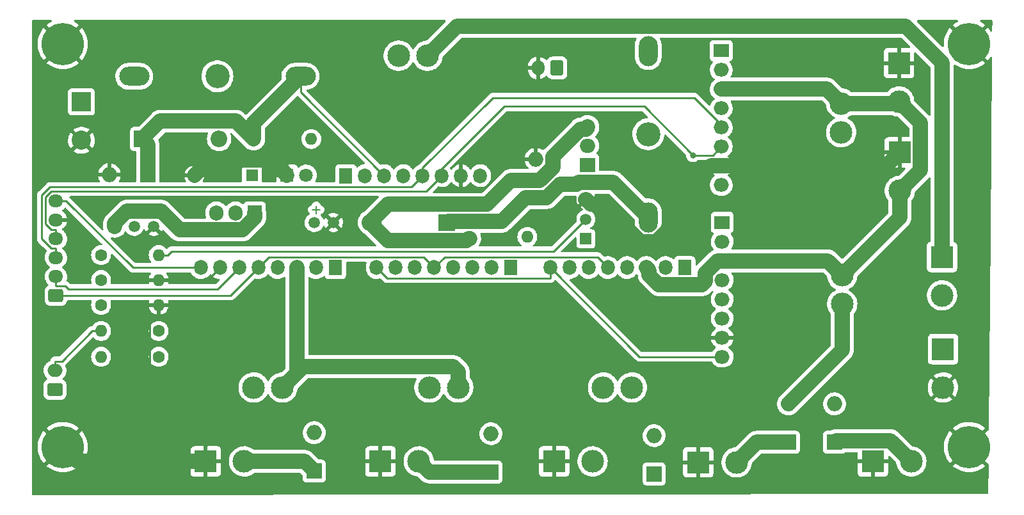
<source format=gtl>
G04 #@! TF.GenerationSoftware,KiCad,Pcbnew,(5.99.0-10988-gd8b1e827c7)*
G04 #@! TF.CreationDate,2021-11-29T13:02:15+01:00*
G04 #@! TF.ProjectId,charge_pcb,63686172-6765-45f7-9063-622e6b696361,rev?*
G04 #@! TF.SameCoordinates,Original*
G04 #@! TF.FileFunction,Copper,L1,Top*
G04 #@! TF.FilePolarity,Positive*
%FSLAX46Y46*%
G04 Gerber Fmt 4.6, Leading zero omitted, Abs format (unit mm)*
G04 Created by KiCad (PCBNEW (5.99.0-10988-gd8b1e827c7)) date 2021-11-29 13:02:15*
%MOMM*%
%LPD*%
G01*
G04 APERTURE LIST*
G04 Aperture macros list*
%AMRoundRect*
0 Rectangle with rounded corners*
0 $1 Rounding radius*
0 $2 $3 $4 $5 $6 $7 $8 $9 X,Y pos of 4 corners*
0 Add a 4 corners polygon primitive as box body*
4,1,4,$2,$3,$4,$5,$6,$7,$8,$9,$2,$3,0*
0 Add four circle primitives for the rounded corners*
1,1,$1+$1,$2,$3*
1,1,$1+$1,$4,$5*
1,1,$1+$1,$6,$7*
1,1,$1+$1,$8,$9*
0 Add four rect primitives between the rounded corners*
20,1,$1+$1,$2,$3,$4,$5,0*
20,1,$1+$1,$4,$5,$6,$7,0*
20,1,$1+$1,$6,$7,$8,$9,0*
20,1,$1+$1,$8,$9,$2,$3,0*%
G04 Aperture macros list end*
G04 #@! TA.AperFunction,EtchedComponent*
%ADD10C,0.150000*%
G04 #@! TD*
G04 #@! TA.AperFunction,ComponentPad*
%ADD11O,2.200000X2.200000*%
G04 #@! TD*
G04 #@! TA.AperFunction,ComponentPad*
%ADD12R,2.200000X2.200000*%
G04 #@! TD*
G04 #@! TA.AperFunction,ComponentPad*
%ADD13O,2.000000X2.000000*%
G04 #@! TD*
G04 #@! TA.AperFunction,ComponentPad*
%ADD14R,2.000000X2.000000*%
G04 #@! TD*
G04 #@! TA.AperFunction,ComponentPad*
%ADD15C,3.000000*%
G04 #@! TD*
G04 #@! TA.AperFunction,ComponentPad*
%ADD16R,3.000000X3.000000*%
G04 #@! TD*
G04 #@! TA.AperFunction,ComponentPad*
%ADD17C,3.200000*%
G04 #@! TD*
G04 #@! TA.AperFunction,ComponentPad*
%ADD18O,2.499360X4.000500*%
G04 #@! TD*
G04 #@! TA.AperFunction,ComponentPad*
%ADD19O,2.000000X1.800000*%
G04 #@! TD*
G04 #@! TA.AperFunction,ComponentPad*
%ADD20O,3.000000X3.000000*%
G04 #@! TD*
G04 #@! TA.AperFunction,ComponentPad*
%ADD21R,2.000000X1.800000*%
G04 #@! TD*
G04 #@! TA.AperFunction,ComponentPad*
%ADD22O,1.800000X2.000000*%
G04 #@! TD*
G04 #@! TA.AperFunction,ComponentPad*
%ADD23R,1.800000X2.000000*%
G04 #@! TD*
G04 #@! TA.AperFunction,ComponentPad*
%ADD24O,1.950000X1.700000*%
G04 #@! TD*
G04 #@! TA.AperFunction,ComponentPad*
%ADD25RoundRect,0.250000X0.725000X-0.600000X0.725000X0.600000X-0.725000X0.600000X-0.725000X-0.600000X0*%
G04 #@! TD*
G04 #@! TA.AperFunction,ComponentPad*
%ADD26O,2.000000X1.700000*%
G04 #@! TD*
G04 #@! TA.AperFunction,ComponentPad*
%ADD27RoundRect,0.250000X0.750000X-0.600000X0.750000X0.600000X-0.750000X0.600000X-0.750000X-0.600000X0*%
G04 #@! TD*
G04 #@! TA.AperFunction,ConnectorPad*
%ADD28C,5.600000*%
G04 #@! TD*
G04 #@! TA.AperFunction,ComponentPad*
%ADD29C,3.600000*%
G04 #@! TD*
G04 #@! TA.AperFunction,ComponentPad*
%ADD30O,1.600000X1.600000*%
G04 #@! TD*
G04 #@! TA.AperFunction,ComponentPad*
%ADD31C,1.600000*%
G04 #@! TD*
G04 #@! TA.AperFunction,ComponentPad*
%ADD32O,1.905000X2.000000*%
G04 #@! TD*
G04 #@! TA.AperFunction,ComponentPad*
%ADD33R,1.905000X2.000000*%
G04 #@! TD*
G04 #@! TA.AperFunction,ComponentPad*
%ADD34O,2.000000X1.905000*%
G04 #@! TD*
G04 #@! TA.AperFunction,ComponentPad*
%ADD35R,2.000000X1.905000*%
G04 #@! TD*
G04 #@! TA.AperFunction,ComponentPad*
%ADD36O,1.700000X2.000000*%
G04 #@! TD*
G04 #@! TA.AperFunction,ComponentPad*
%ADD37RoundRect,0.250000X0.600000X0.750000X-0.600000X0.750000X-0.600000X-0.750000X0.600000X-0.750000X0*%
G04 #@! TD*
G04 #@! TA.AperFunction,ComponentPad*
%ADD38C,1.800000*%
G04 #@! TD*
G04 #@! TA.AperFunction,ComponentPad*
%ADD39R,1.800000X1.800000*%
G04 #@! TD*
G04 #@! TA.AperFunction,ComponentPad*
%ADD40R,1.500000X1.500000*%
G04 #@! TD*
G04 #@! TA.AperFunction,ComponentPad*
%ADD41C,1.500000*%
G04 #@! TD*
G04 #@! TA.AperFunction,ComponentPad*
%ADD42O,4.000500X2.499360*%
G04 #@! TD*
G04 #@! TA.AperFunction,ComponentPad*
%ADD43R,1.600000X1.600000*%
G04 #@! TD*
G04 #@! TA.AperFunction,ComponentPad*
%ADD44C,1.501140*%
G04 #@! TD*
G04 #@! TA.AperFunction,ComponentPad*
%ADD45C,2.540000*%
G04 #@! TD*
G04 #@! TA.AperFunction,ComponentPad*
%ADD46R,2.540000X2.540000*%
G04 #@! TD*
G04 #@! TA.AperFunction,ViaPad*
%ADD47C,0.800000*%
G04 #@! TD*
G04 #@! TA.AperFunction,Conductor*
%ADD48C,0.254000*%
G04 #@! TD*
G04 #@! TA.AperFunction,Conductor*
%ADD49C,2.000000*%
G04 #@! TD*
G04 APERTURE END LIST*
D10*
X122824240Y-86819740D02*
X123324620Y-86819740D01*
X122824240Y-86819740D02*
X122824240Y-86319360D01*
X122323860Y-86819740D02*
X122824240Y-86819740D01*
X122824240Y-86819740D02*
X122824240Y-87218520D01*
X122824240Y-87218520D02*
X122824240Y-87320120D01*
D11*
X129921000Y-88519000D03*
D12*
X140081000Y-88519000D03*
D11*
X109982000Y-77470000D03*
D12*
X99822000Y-77470000D03*
D13*
X151892000Y-80137000D03*
D14*
X151892000Y-85217000D03*
D15*
X113284000Y-120142000D03*
D16*
X108204000Y-120142000D03*
D17*
X166751000Y-76835000D03*
D18*
X166751000Y-65834260D03*
X166751000Y-87835740D03*
D13*
X185293000Y-112522000D03*
D14*
X185293000Y-117602000D03*
D13*
X167513000Y-116713000D03*
D14*
X167513000Y-121793000D03*
D13*
X145923000Y-116459000D03*
D14*
X145923000Y-121539000D03*
D13*
X122555000Y-116332000D03*
D14*
X122555000Y-121412000D03*
D19*
X176530000Y-106299000D03*
D20*
X192405000Y-95504000D03*
D19*
X176530000Y-103759000D03*
D20*
X192405000Y-99314000D03*
D19*
X176530000Y-101219000D03*
X176530000Y-98679000D03*
X176530000Y-96139000D03*
X176530000Y-93599000D03*
X176530000Y-91059000D03*
D21*
X176530000Y-88519000D03*
D22*
X153797000Y-94488000D03*
D20*
X164592000Y-110363000D03*
D22*
X156337000Y-94488000D03*
D20*
X160782000Y-110363000D03*
D22*
X158877000Y-94488000D03*
X161417000Y-94488000D03*
X163957000Y-94488000D03*
X166497000Y-94488000D03*
X169037000Y-94488000D03*
D23*
X171577000Y-94488000D03*
D22*
X130810000Y-94488000D03*
D20*
X141605000Y-110363000D03*
D22*
X133350000Y-94488000D03*
D20*
X137795000Y-110363000D03*
D22*
X135890000Y-94488000D03*
X138430000Y-94488000D03*
X140970000Y-94488000D03*
X143510000Y-94488000D03*
X146050000Y-94488000D03*
D23*
X148590000Y-94488000D03*
D22*
X107569000Y-94488000D03*
D20*
X118364000Y-110363000D03*
D22*
X110109000Y-94488000D03*
D20*
X114554000Y-110363000D03*
D22*
X112649000Y-94488000D03*
X115189000Y-94488000D03*
X117729000Y-94488000D03*
X120269000Y-94488000D03*
X122809000Y-94488000D03*
D23*
X125349000Y-94488000D03*
D19*
X176403000Y-83566000D03*
D20*
X192278000Y-72771000D03*
D19*
X176403000Y-81026000D03*
D20*
X192278000Y-76581000D03*
D19*
X176403000Y-78486000D03*
X176403000Y-75946000D03*
X176403000Y-73406000D03*
X176403000Y-70866000D03*
X176403000Y-68326000D03*
D21*
X176403000Y-65786000D03*
D15*
X199923000Y-72517000D03*
D16*
X199923000Y-67437000D03*
D15*
X200025000Y-84328000D03*
D16*
X200025000Y-79248000D03*
D15*
X201549000Y-120142000D03*
D16*
X196469000Y-120142000D03*
D15*
X178435000Y-120269000D03*
D16*
X173355000Y-120269000D03*
D15*
X159385000Y-120142000D03*
D16*
X154305000Y-120142000D03*
D15*
X136398000Y-120142000D03*
D16*
X131318000Y-120142000D03*
D24*
X88392000Y-85671000D03*
X88392000Y-88171000D03*
X88392000Y-90671000D03*
X88392000Y-93171000D03*
X88392000Y-95671000D03*
D25*
X88392000Y-98171000D03*
D26*
X88265000Y-108117000D03*
D27*
X88265000Y-110617000D03*
D13*
X191389000Y-112522000D03*
D14*
X191389000Y-117602000D03*
D22*
X144526000Y-82321400D03*
D20*
X133731000Y-66446400D03*
D22*
X141986000Y-82321400D03*
D20*
X137541000Y-66446400D03*
D22*
X139446000Y-82321400D03*
X136906000Y-82321400D03*
X134366000Y-82321400D03*
X131826000Y-82321400D03*
X129286000Y-82321400D03*
D23*
X126746000Y-82321400D03*
D28*
X209169000Y-64897000D03*
D29*
X209169000Y-64897000D03*
D28*
X89289000Y-118237000D03*
D29*
X89289000Y-118237000D03*
D28*
X209169000Y-118237000D03*
D29*
X209169000Y-118237000D03*
D28*
X89289000Y-64897000D03*
D29*
X89289000Y-64897000D03*
D30*
X101981000Y-99441000D03*
D31*
X94361000Y-99441000D03*
D15*
X205613000Y-98171000D03*
D16*
X205613000Y-93091000D03*
D15*
X205740000Y-110363000D03*
D16*
X205740000Y-105283000D03*
D32*
X109601000Y-87249000D03*
X112141000Y-87249000D03*
D33*
X114681000Y-87249000D03*
D34*
X158750000Y-75819000D03*
X158750000Y-78359000D03*
D35*
X158750000Y-80899000D03*
D30*
X101981000Y-96139000D03*
D31*
X94361000Y-96139000D03*
D36*
X152186000Y-68072000D03*
D37*
X154686000Y-68072000D03*
D38*
X121499000Y-82267000D03*
D39*
X118959000Y-82267000D03*
D30*
X122174000Y-77470000D03*
D31*
X114554000Y-77470000D03*
D30*
X150749000Y-90424000D03*
D31*
X143129000Y-90424000D03*
D30*
X101981000Y-92837000D03*
D31*
X94361000Y-92837000D03*
D30*
X94361000Y-106299000D03*
D31*
X101981000Y-106299000D03*
D30*
X94361000Y-102870000D03*
D31*
X101981000Y-102870000D03*
D40*
X158496000Y-90678000D03*
D41*
X158496000Y-85478000D03*
X158496000Y-88078000D03*
D40*
X96139000Y-89027000D03*
D41*
X101339000Y-89027000D03*
X98739000Y-89027000D03*
D17*
X109749000Y-69167000D03*
D42*
X98748260Y-69167000D03*
X120749740Y-69167000D03*
D30*
X106699000Y-82307000D03*
D43*
X114319000Y-82307000D03*
D13*
X95459000Y-82187000D03*
D14*
X100539000Y-82187000D03*
D44*
X125095000Y-88519000D03*
X122555000Y-88519000D03*
D45*
X91769000Y-77647000D03*
D46*
X91769000Y-72567000D03*
D47*
X172676600Y-79614600D03*
D48*
X110109000Y-94488000D02*
X108458000Y-96139000D01*
X108458000Y-96139000D02*
X101981000Y-96139000D01*
D49*
X91194000Y-120142000D02*
X89289000Y-118237000D01*
D48*
X100776700Y-119699700D02*
X101219000Y-120142000D01*
X101981000Y-100622300D02*
X100776700Y-101826600D01*
X100776700Y-101826600D02*
X100776700Y-119699700D01*
X101981000Y-99441000D02*
X101981000Y-100622300D01*
D49*
X101219000Y-120142000D02*
X91194000Y-120142000D01*
X108204000Y-120142000D02*
X101219000Y-120142000D01*
X175024790Y-81026000D02*
X176403000Y-81026000D01*
X171882679Y-84168111D02*
X175024790Y-81026000D01*
X165713938Y-91090000D02*
X167788062Y-91090000D01*
X167788062Y-91090000D02*
X171882679Y-86995383D01*
X160697937Y-86073999D02*
X165713938Y-91090000D01*
X171882679Y-86995383D02*
X171882679Y-84168111D01*
X158503000Y-85478000D02*
X159098999Y-86073999D01*
X159098999Y-86073999D02*
X160697937Y-86073999D01*
X158496000Y-85478000D02*
X158503000Y-85478000D01*
X198247000Y-81026000D02*
X200025000Y-79248000D01*
X176403000Y-81026000D02*
X198247000Y-81026000D01*
X116944999Y-80252999D02*
X118959000Y-82267000D01*
X108753001Y-80252999D02*
X116944999Y-80252999D01*
X106699000Y-82307000D02*
X108753001Y-80252999D01*
X140230001Y-88369999D02*
X147342001Y-88369999D01*
X140081000Y-88519000D02*
X140230001Y-88369999D01*
X150495000Y-85217000D02*
X151892000Y-85217000D01*
X147342001Y-88369999D02*
X150495000Y-85217000D01*
X153335572Y-85217000D02*
X151892000Y-85217000D01*
X155078573Y-83473999D02*
X153335572Y-85217000D01*
X166751000Y-87835740D02*
X162389259Y-83473999D01*
X162139250Y-83223990D02*
X162389259Y-83473999D01*
X157562359Y-83223990D02*
X162139250Y-83223990D01*
X157312350Y-83473999D02*
X157562359Y-83223990D01*
X155078573Y-83473999D02*
X157312350Y-83473999D01*
D48*
X129921000Y-88519000D02*
X131402300Y-88519000D01*
D49*
X152401932Y-82962990D02*
X148558010Y-82962990D01*
X145405011Y-86115989D02*
X132324011Y-86115989D01*
X154146001Y-79795023D02*
X154146001Y-81218921D01*
X148558010Y-82962990D02*
X145405011Y-86115989D01*
X157788534Y-76152490D02*
X154146001Y-79795023D01*
X158543510Y-76152490D02*
X157788534Y-76152490D01*
X154146001Y-81218921D02*
X152401932Y-82962990D01*
X158750000Y-75946000D02*
X158543510Y-76152490D01*
X132324011Y-86115989D02*
X129921000Y-88519000D01*
X158750000Y-75819000D02*
X158750000Y-75946000D01*
X142928991Y-90624009D02*
X143129000Y-90624009D01*
X142679999Y-90873001D02*
X142928991Y-90624009D01*
X132275001Y-90873001D02*
X142679999Y-90873001D01*
X129921000Y-88519000D02*
X132275001Y-90873001D01*
D48*
X88265000Y-108117000D02*
X88265000Y-106885700D01*
X94361000Y-102870000D02*
X93179700Y-102870000D01*
X93179700Y-102870000D02*
X89164000Y-106885700D01*
X89164000Y-106885700D02*
X88265000Y-106885700D01*
D49*
X141441390Y-62546010D02*
X137541000Y-66446400D01*
X200818088Y-62546010D02*
X141441390Y-62546010D01*
X205613000Y-67340922D02*
X200818088Y-62546010D01*
X205613000Y-93091000D02*
X205613000Y-67340922D01*
X96139000Y-88661078D02*
X96139000Y-89027000D01*
X97777079Y-87022999D02*
X96139000Y-88661078D01*
X102300921Y-87022999D02*
X97777079Y-87022999D01*
X104780932Y-89503010D02*
X102300921Y-87022999D01*
X113054966Y-89503010D02*
X104780932Y-89503010D01*
X114681000Y-87876976D02*
X113054966Y-89503010D01*
X114681000Y-87249000D02*
X114681000Y-87876976D01*
D48*
X101981000Y-92837000D02*
X103162300Y-92837000D01*
X158496000Y-88078000D02*
X154226400Y-92347600D01*
X154226400Y-92347600D02*
X103651700Y-92347600D01*
X103651700Y-92347600D02*
X103162300Y-92837000D01*
X88392000Y-85671000D02*
X89748300Y-85671000D01*
X107569000Y-94488000D02*
X98565300Y-94488000D01*
X98565300Y-94488000D02*
X89748300Y-85671000D01*
X153797000Y-95869300D02*
X132191300Y-95869300D01*
X132191300Y-95869300D02*
X130810000Y-94488000D01*
X153797000Y-94488000D02*
X153797000Y-95869300D01*
X165608000Y-106299000D02*
X176530000Y-106299000D01*
X153797000Y-94488000D02*
X165608000Y-106299000D01*
D49*
X202779001Y-81573999D02*
X200025000Y-84328000D01*
X202779001Y-75373001D02*
X202779001Y-81573999D01*
X199923000Y-72517000D02*
X202779001Y-75373001D01*
X200025000Y-87884000D02*
X192405000Y-95504000D01*
X200025000Y-84328000D02*
X200025000Y-87884000D01*
X120269000Y-108458000D02*
X120269000Y-94488000D01*
X118364000Y-110363000D02*
X120269000Y-108458000D01*
X199669000Y-72771000D02*
X199923000Y-72517000D01*
X192278000Y-72771000D02*
X199669000Y-72771000D01*
X190373000Y-70866000D02*
X176403000Y-70866000D01*
X192278000Y-72771000D02*
X190373000Y-70866000D01*
X190500000Y-93599000D02*
X192405000Y-95504000D01*
X176530000Y-93599000D02*
X190500000Y-93599000D01*
X174275990Y-95246780D02*
X175923770Y-93599000D01*
X174275990Y-96361010D02*
X174275990Y-95246780D01*
X173894999Y-96742001D02*
X174275990Y-96361010D01*
X166882990Y-95480220D02*
X168144771Y-96742001D01*
X175923770Y-93599000D02*
X176530000Y-93599000D01*
X168144771Y-96742001D02*
X173894999Y-96742001D01*
X166882990Y-94873990D02*
X166882990Y-95480220D01*
X166497000Y-94488000D02*
X166882990Y-94873990D01*
X141605000Y-108241680D02*
X141605000Y-110363000D01*
X140972319Y-107608999D02*
X141605000Y-108241680D01*
X121118001Y-107608999D02*
X140972319Y-107608999D01*
X118364000Y-110363000D02*
X121118001Y-107608999D01*
D48*
X114554000Y-77470000D02*
X114554000Y-76993700D01*
D49*
X100539000Y-78187000D02*
X99822000Y-77470000D01*
X100539000Y-82187000D02*
X100539000Y-78187000D01*
X112199999Y-75115999D02*
X114554000Y-77470000D01*
X102176001Y-75115999D02*
X112199999Y-75115999D01*
X99822000Y-77470000D02*
X102176001Y-75115999D01*
X114554000Y-75362740D02*
X120749740Y-69167000D01*
X114554000Y-77470000D02*
X114554000Y-75362740D01*
D48*
X120749740Y-71245140D02*
X131826000Y-82321400D01*
X120749740Y-69167000D02*
X120749740Y-71245140D01*
D49*
X191603001Y-117387999D02*
X191389000Y-117602000D01*
X198794999Y-117387999D02*
X191603001Y-117387999D01*
X201549000Y-120142000D02*
X198794999Y-117387999D01*
D48*
X88392000Y-90671000D02*
X88392000Y-89439700D01*
X139446000Y-82321400D02*
X137386800Y-84380600D01*
X137386800Y-84380600D02*
X87765000Y-84380600D01*
X87765000Y-84380600D02*
X87022000Y-85123600D01*
X87022000Y-85123600D02*
X87022000Y-88704900D01*
X87022000Y-88704900D02*
X87756800Y-89439700D01*
X87756800Y-89439700D02*
X88392000Y-89439700D01*
X172642000Y-79580000D02*
X172676600Y-79614600D01*
X166214000Y-73152000D02*
X172676600Y-79614600D01*
X147701000Y-73152000D02*
X166214000Y-73152000D01*
X175274400Y-79614600D02*
X176403000Y-78486000D01*
X172676600Y-79614600D02*
X175274400Y-79614600D01*
X139446000Y-81407000D02*
X147701000Y-73152000D01*
X139446000Y-82321400D02*
X139446000Y-81407000D01*
X136906000Y-82321400D02*
X135415500Y-83811900D01*
X135415500Y-83811900D02*
X87614700Y-83811900D01*
X87614700Y-83811900D02*
X86513600Y-84913000D01*
X86513600Y-84913000D02*
X86513600Y-90696500D01*
X86513600Y-90696500D02*
X87756800Y-91939700D01*
X87756800Y-91939700D02*
X88392000Y-91939700D01*
X88392000Y-93171000D02*
X88392000Y-91939700D01*
X136906000Y-81280000D02*
X146177000Y-72009000D01*
X136906000Y-82321400D02*
X136906000Y-81280000D01*
X146177000Y-72009000D02*
X172847000Y-72009000D01*
X176403000Y-75565000D02*
X176403000Y-75946000D01*
X172847000Y-72009000D02*
X176403000Y-75565000D01*
X88392000Y-95671000D02*
X88392000Y-96902300D01*
X88392000Y-96902300D02*
X89623300Y-96902300D01*
X89623300Y-96902300D02*
X90041400Y-97320400D01*
X90041400Y-97320400D02*
X109816600Y-97320400D01*
X109816600Y-97320400D02*
X112649000Y-94488000D01*
X161417000Y-94488000D02*
X160029500Y-93100500D01*
X160029500Y-93100500D02*
X139817500Y-93100500D01*
X139817500Y-93100500D02*
X138430000Y-94488000D01*
X115189000Y-94488000D02*
X116570400Y-93106600D01*
X116570400Y-93106600D02*
X137048600Y-93106600D01*
X137048600Y-93106600D02*
X138430000Y-94488000D01*
X88392000Y-98171000D02*
X111506000Y-98171000D01*
X111506000Y-98171000D02*
X115189000Y-94488000D01*
D49*
X192405000Y-105410000D02*
X185293000Y-112522000D01*
X192405000Y-99314000D02*
X192405000Y-105410000D01*
X121285000Y-120142000D02*
X122555000Y-121412000D01*
X113284000Y-120142000D02*
X121285000Y-120142000D01*
X137795000Y-121539000D02*
X136398000Y-120142000D01*
X145923000Y-121539000D02*
X137795000Y-121539000D01*
X181102000Y-117602000D02*
X178435000Y-120269000D01*
X185293000Y-117602000D02*
X181102000Y-117602000D01*
G04 #@! TA.AperFunction,Conductor*
G36*
X87770442Y-61745002D02*
G01*
X87816935Y-61798658D01*
X87827039Y-61868932D01*
X87797545Y-61933512D01*
X87758640Y-61963713D01*
X87650632Y-62017681D01*
X87644647Y-62021095D01*
X87344574Y-62214850D01*
X87338980Y-62218914D01*
X87149704Y-62373010D01*
X87141241Y-62385329D01*
X87147544Y-62396333D01*
X88380380Y-63629170D01*
X89276190Y-64524980D01*
X89290131Y-64532592D01*
X89291966Y-64532461D01*
X89298580Y-64528210D01*
X91430436Y-62396353D01*
X91438050Y-62382409D01*
X91438014Y-62381894D01*
X91432379Y-62373494D01*
X91403334Y-62346646D01*
X91397994Y-62342228D01*
X91110706Y-62130033D01*
X91104916Y-62126229D01*
X90818653Y-61959954D01*
X90769795Y-61908443D01*
X90756541Y-61838694D01*
X90783101Y-61772853D01*
X90841040Y-61731822D01*
X90881939Y-61725000D01*
X139824869Y-61725000D01*
X139892990Y-61745002D01*
X139939483Y-61798658D01*
X139949587Y-61868932D01*
X139920093Y-61933512D01*
X139913964Y-61940095D01*
X137448105Y-64405954D01*
X137385793Y-64439980D01*
X137363407Y-64442782D01*
X137334929Y-64443776D01*
X137334922Y-64443777D01*
X137330532Y-64443930D01*
X137326208Y-64444693D01*
X137326203Y-64444693D01*
X137213563Y-64464555D01*
X137053890Y-64492710D01*
X136786730Y-64579515D01*
X136782777Y-64581443D01*
X136782772Y-64581445D01*
X136672918Y-64635025D01*
X136534250Y-64702658D01*
X136530611Y-64705113D01*
X136530605Y-64705116D01*
X136423836Y-64777133D01*
X136301366Y-64859740D01*
X136092609Y-65047705D01*
X136015747Y-65139306D01*
X135914872Y-65259523D01*
X135914868Y-65259528D01*
X135912044Y-65262894D01*
X135763185Y-65501119D01*
X135749802Y-65531177D01*
X135703825Y-65585271D01*
X135635898Y-65605922D01*
X135567589Y-65586571D01*
X135523445Y-65539082D01*
X135503260Y-65501119D01*
X135438545Y-65379408D01*
X135392212Y-65315635D01*
X135276019Y-65155710D01*
X135276017Y-65155707D01*
X135273430Y-65152147D01*
X135270372Y-65148980D01*
X135081348Y-64953240D01*
X135081344Y-64953237D01*
X135078294Y-64950078D01*
X135074830Y-64947372D01*
X135074826Y-64947368D01*
X134860401Y-64779841D01*
X134860402Y-64779841D01*
X134856935Y-64777133D01*
X134698279Y-64685533D01*
X134617480Y-64638883D01*
X134617475Y-64638880D01*
X134613660Y-64636678D01*
X134609576Y-64635028D01*
X134609570Y-64635025D01*
X134398453Y-64549729D01*
X134353206Y-64531448D01*
X134340220Y-64528210D01*
X134084912Y-64464555D01*
X134084914Y-64464555D01*
X134080641Y-64463490D01*
X134076273Y-64463031D01*
X134076268Y-64463030D01*
X133805639Y-64434586D01*
X133805636Y-64434586D01*
X133801270Y-64434127D01*
X133796882Y-64434280D01*
X133796876Y-64434280D01*
X133524929Y-64443776D01*
X133524922Y-64443777D01*
X133520532Y-64443930D01*
X133516208Y-64444693D01*
X133516203Y-64444693D01*
X133403563Y-64464555D01*
X133243890Y-64492710D01*
X132976730Y-64579515D01*
X132972777Y-64581443D01*
X132972772Y-64581445D01*
X132862918Y-64635025D01*
X132724250Y-64702658D01*
X132720611Y-64705113D01*
X132720605Y-64705116D01*
X132613836Y-64777133D01*
X132491366Y-64859740D01*
X132282609Y-65047705D01*
X132205747Y-65139306D01*
X132104872Y-65259523D01*
X132104868Y-65259528D01*
X132102044Y-65262894D01*
X131953185Y-65501119D01*
X131838929Y-65757742D01*
X131761500Y-66027770D01*
X131760889Y-66032120D01*
X131760888Y-66032123D01*
X131748573Y-66119750D01*
X131722405Y-66305945D01*
X131722405Y-66586855D01*
X131733975Y-66669181D01*
X131759388Y-66849999D01*
X131761500Y-66865030D01*
X131838929Y-67135058D01*
X131840715Y-67139070D01*
X131840716Y-67139072D01*
X131855709Y-67172746D01*
X131953185Y-67391681D01*
X132102044Y-67629906D01*
X132104868Y-67633272D01*
X132104872Y-67633277D01*
X132189857Y-67734558D01*
X132282609Y-67845095D01*
X132491366Y-68033060D01*
X132514611Y-68048739D01*
X132720605Y-68187684D01*
X132720611Y-68187687D01*
X132724250Y-68190142D01*
X132855008Y-68253917D01*
X132972772Y-68311355D01*
X132972777Y-68311357D01*
X132976730Y-68313285D01*
X133243890Y-68400090D01*
X133369224Y-68422190D01*
X133516203Y-68448107D01*
X133516208Y-68448107D01*
X133520532Y-68448870D01*
X133524922Y-68449023D01*
X133524929Y-68449024D01*
X133796876Y-68458520D01*
X133796882Y-68458520D01*
X133801270Y-68458673D01*
X133805636Y-68458214D01*
X133805639Y-68458214D01*
X134076268Y-68429770D01*
X134076273Y-68429769D01*
X134080641Y-68429310D01*
X134353206Y-68361352D01*
X134436676Y-68327628D01*
X134609570Y-68257775D01*
X134609576Y-68257772D01*
X134613660Y-68256122D01*
X134617475Y-68253920D01*
X134617480Y-68253917D01*
X134739871Y-68183254D01*
X134856935Y-68115667D01*
X134931919Y-68057083D01*
X135074826Y-67945432D01*
X135074830Y-67945428D01*
X135078294Y-67942722D01*
X135091683Y-67928858D01*
X135270372Y-67743820D01*
X135270374Y-67743817D01*
X135273430Y-67740653D01*
X135276019Y-67737090D01*
X135435956Y-67516956D01*
X135435958Y-67516952D01*
X135438545Y-67513392D01*
X135523446Y-67353717D01*
X135573086Y-67302962D01*
X135642289Y-67287101D01*
X135709080Y-67311172D01*
X135749802Y-67361623D01*
X135763185Y-67391681D01*
X135912044Y-67629906D01*
X135914868Y-67633272D01*
X135914872Y-67633277D01*
X135999857Y-67734558D01*
X136092609Y-67845095D01*
X136301366Y-68033060D01*
X136324611Y-68048739D01*
X136530605Y-68187684D01*
X136530611Y-68187687D01*
X136534250Y-68190142D01*
X136665008Y-68253917D01*
X136782772Y-68311355D01*
X136782777Y-68311357D01*
X136786730Y-68313285D01*
X137053890Y-68400090D01*
X137179224Y-68422190D01*
X137326203Y-68448107D01*
X137326208Y-68448107D01*
X137330532Y-68448870D01*
X137334922Y-68449023D01*
X137334929Y-68449024D01*
X137606876Y-68458520D01*
X137606882Y-68458520D01*
X137611270Y-68458673D01*
X137615636Y-68458214D01*
X137615639Y-68458214D01*
X137886268Y-68429770D01*
X137886273Y-68429769D01*
X137890641Y-68429310D01*
X138163206Y-68361352D01*
X138210626Y-68342193D01*
X150833198Y-68342193D01*
X150842035Y-68446331D01*
X150843827Y-68456819D01*
X150899048Y-68669573D01*
X150902580Y-68679601D01*
X150992853Y-68880002D01*
X150998033Y-68889308D01*
X151120782Y-69071634D01*
X151127443Y-69079920D01*
X151279170Y-69238970D01*
X151287127Y-69246010D01*
X151463477Y-69377218D01*
X151472514Y-69382822D01*
X151668450Y-69482441D01*
X151678301Y-69486441D01*
X151888222Y-69551622D01*
X151898604Y-69553905D01*
X151914041Y-69555951D01*
X151928208Y-69553754D01*
X151932000Y-69540570D01*
X151932000Y-68344115D01*
X151927525Y-68328876D01*
X151926135Y-68327671D01*
X151918452Y-68326000D01*
X150849939Y-68326000D01*
X150835261Y-68330310D01*
X150833198Y-68342193D01*
X138210626Y-68342193D01*
X138246676Y-68327628D01*
X138419570Y-68257775D01*
X138419576Y-68257772D01*
X138423660Y-68256122D01*
X138427475Y-68253920D01*
X138427480Y-68253917D01*
X138549871Y-68183254D01*
X138666935Y-68115667D01*
X138741919Y-68057083D01*
X138884826Y-67945432D01*
X138884830Y-67945428D01*
X138888294Y-67942722D01*
X138901683Y-67928858D01*
X139024081Y-67802111D01*
X150828654Y-67802111D01*
X150832475Y-67815124D01*
X150833865Y-67816329D01*
X150841548Y-67818000D01*
X151913885Y-67818000D01*
X151929124Y-67813525D01*
X151930329Y-67812135D01*
X151932000Y-67804452D01*
X151932000Y-66605717D01*
X151931328Y-66603430D01*
X152440000Y-66603430D01*
X152440000Y-69538283D01*
X152443973Y-69551814D01*
X152454580Y-69553339D01*
X152572446Y-69528609D01*
X152582642Y-69525549D01*
X152787068Y-69444818D01*
X152796604Y-69440084D01*
X152984514Y-69326058D01*
X152993104Y-69319794D01*
X153159116Y-69175736D01*
X153166536Y-69168105D01*
X153192305Y-69136678D01*
X153250965Y-69096683D01*
X153321935Y-69094752D01*
X153382684Y-69131497D01*
X153401478Y-69158808D01*
X153403313Y-69163864D01*
X153500269Y-69311747D01*
X153628645Y-69433358D01*
X153781555Y-69522175D01*
X153950796Y-69573433D01*
X153957236Y-69574008D01*
X153957237Y-69574008D01*
X154027185Y-69580251D01*
X154027191Y-69580251D01*
X154029978Y-69580500D01*
X155328886Y-69580500D01*
X155424106Y-69569398D01*
X155454371Y-69565870D01*
X155454372Y-69565870D01*
X155461643Y-69565022D01*
X155468521Y-69562526D01*
X155468523Y-69562525D01*
X155620985Y-69507184D01*
X155627864Y-69504687D01*
X155748680Y-69425477D01*
X155769628Y-69411743D01*
X155769629Y-69411742D01*
X155775747Y-69407731D01*
X155897358Y-69279355D01*
X155986175Y-69126445D01*
X156037433Y-68957204D01*
X156038119Y-68949523D01*
X156044251Y-68880815D01*
X156044251Y-68880809D01*
X156044500Y-68878022D01*
X156044500Y-67279114D01*
X156032763Y-67178448D01*
X156029870Y-67153629D01*
X156029870Y-67153628D01*
X156029022Y-67146357D01*
X156023387Y-67130831D01*
X155971184Y-66987015D01*
X155968687Y-66980136D01*
X155895992Y-66869257D01*
X155875743Y-66838372D01*
X155875742Y-66838371D01*
X155871731Y-66832253D01*
X155743355Y-66710642D01*
X155590445Y-66621825D01*
X155421204Y-66570567D01*
X155414764Y-66569992D01*
X155414763Y-66569992D01*
X155344815Y-66563749D01*
X155344809Y-66563749D01*
X155342022Y-66563500D01*
X154043114Y-66563500D01*
X153947894Y-66574602D01*
X153917629Y-66578130D01*
X153917628Y-66578130D01*
X153910357Y-66578978D01*
X153903479Y-66581474D01*
X153903477Y-66581475D01*
X153782185Y-66625502D01*
X153744136Y-66639313D01*
X153666142Y-66690448D01*
X153604412Y-66730920D01*
X153596253Y-66736269D01*
X153474642Y-66864645D01*
X153470967Y-66870972D01*
X153470964Y-66870976D01*
X153399854Y-66993402D01*
X153348343Y-67042261D01*
X153278595Y-67055515D01*
X153212753Y-67028955D01*
X153199730Y-67017089D01*
X153092830Y-66905030D01*
X153084873Y-66897990D01*
X152908523Y-66766782D01*
X152899486Y-66761178D01*
X152703550Y-66661559D01*
X152693699Y-66657559D01*
X152483778Y-66592378D01*
X152473396Y-66590095D01*
X152457959Y-66588049D01*
X152443792Y-66590246D01*
X152440000Y-66603430D01*
X151931328Y-66603430D01*
X151928027Y-66592186D01*
X151917420Y-66590661D01*
X151799554Y-66615391D01*
X151789358Y-66618451D01*
X151584932Y-66699182D01*
X151575396Y-66703916D01*
X151387486Y-66817942D01*
X151378896Y-66824206D01*
X151212884Y-66968264D01*
X151205464Y-66975895D01*
X151066100Y-67145860D01*
X151060075Y-67154627D01*
X150951342Y-67345644D01*
X150946877Y-67355308D01*
X150871882Y-67561916D01*
X150869111Y-67572184D01*
X150829788Y-67789646D01*
X150828853Y-67797876D01*
X150828654Y-67802111D01*
X139024081Y-67802111D01*
X139080372Y-67743820D01*
X139080374Y-67743817D01*
X139083430Y-67740653D01*
X139086019Y-67737090D01*
X139245956Y-67516956D01*
X139245958Y-67516952D01*
X139248545Y-67513392D01*
X139250612Y-67509505D01*
X139250615Y-67509500D01*
X139378353Y-67269260D01*
X139378356Y-67269254D01*
X139380424Y-67265364D01*
X139395332Y-67224406D01*
X139474996Y-67005529D01*
X139474997Y-67005525D01*
X139476500Y-67001396D01*
X139534905Y-66726625D01*
X139537589Y-66688250D01*
X139542204Y-66622245D01*
X139566909Y-66555685D01*
X139578802Y-66541939D01*
X142029326Y-64091415D01*
X142091638Y-64057389D01*
X142118421Y-64054510D01*
X165094939Y-64054510D01*
X165163060Y-64074512D01*
X165209553Y-64128168D01*
X165219657Y-64198442D01*
X165202658Y-64245875D01*
X165179995Y-64283223D01*
X165178186Y-64287537D01*
X165178184Y-64287541D01*
X165114262Y-64439980D01*
X165078935Y-64524225D01*
X165014607Y-64777517D01*
X164992820Y-64993879D01*
X164992820Y-66652113D01*
X164992993Y-66654438D01*
X164992993Y-66654444D01*
X165006207Y-66832253D01*
X165007187Y-66845445D01*
X165008216Y-66849993D01*
X165008217Y-66849999D01*
X165041503Y-66997100D01*
X165064863Y-67100334D01*
X165066555Y-67104686D01*
X165066556Y-67104688D01*
X165143661Y-67302962D01*
X165159580Y-67343899D01*
X165161897Y-67347953D01*
X165161898Y-67347955D01*
X165186890Y-67391681D01*
X165289258Y-67570788D01*
X165451047Y-67776017D01*
X165641395Y-67955078D01*
X165856119Y-68104037D01*
X165902566Y-68126942D01*
X166086315Y-68217558D01*
X166086319Y-68217559D01*
X166090501Y-68219622D01*
X166339394Y-68299293D01*
X166597329Y-68341301D01*
X166710226Y-68342779D01*
X166853963Y-68344660D01*
X166853966Y-68344660D01*
X166858640Y-68344721D01*
X167117586Y-68309480D01*
X167152537Y-68299293D01*
X167245767Y-68272119D01*
X167368479Y-68236352D01*
X167605807Y-68126942D01*
X167689379Y-68072150D01*
X167820443Y-67986221D01*
X167820448Y-67986217D01*
X167824356Y-67983655D01*
X167983378Y-67841723D01*
X168015834Y-67812755D01*
X168015836Y-67812753D01*
X168019326Y-67809638D01*
X168186432Y-67608714D01*
X168322005Y-67385297D01*
X168327976Y-67371059D01*
X168421256Y-67148609D01*
X168423065Y-67144295D01*
X168487393Y-66891003D01*
X168509180Y-66674641D01*
X168509180Y-65016407D01*
X168504050Y-64947368D01*
X168495159Y-64827727D01*
X168495158Y-64827723D01*
X168494813Y-64823075D01*
X168492516Y-64812921D01*
X168440137Y-64581445D01*
X168437137Y-64568186D01*
X168432907Y-64557309D01*
X168344113Y-64328974D01*
X168344112Y-64328972D01*
X168342420Y-64324621D01*
X168316475Y-64279226D01*
X168295789Y-64243033D01*
X168279352Y-64173965D01*
X168302866Y-64106975D01*
X168358864Y-64063332D01*
X168405182Y-64054510D01*
X200141057Y-64054510D01*
X200209178Y-64074512D01*
X200230152Y-64091415D01*
X201347642Y-65208905D01*
X201381668Y-65271217D01*
X201376603Y-65342032D01*
X201334056Y-65398868D01*
X201267536Y-65423679D01*
X201258547Y-65424000D01*
X200195115Y-65424000D01*
X200179876Y-65428475D01*
X200178671Y-65429865D01*
X200177000Y-65437548D01*
X200177000Y-67164885D01*
X200181475Y-67180124D01*
X200182865Y-67181329D01*
X200190548Y-67183000D01*
X201917885Y-67183000D01*
X201933124Y-67178525D01*
X201934329Y-67177135D01*
X201936000Y-67169452D01*
X201936000Y-66101453D01*
X201956002Y-66033332D01*
X202009658Y-65986839D01*
X202079932Y-65976735D01*
X202144512Y-66006229D01*
X202151095Y-66012358D01*
X204067595Y-67928858D01*
X204101621Y-67991170D01*
X204104500Y-68017953D01*
X204104500Y-74260969D01*
X204084498Y-74329090D01*
X204030842Y-74375583D01*
X203960568Y-74385687D01*
X203895988Y-74356193D01*
X203889405Y-74350064D01*
X203883403Y-74344062D01*
X203877984Y-74338292D01*
X203833710Y-74288073D01*
X203830366Y-74284280D01*
X203797357Y-74257166D01*
X203788238Y-74248897D01*
X201960802Y-72421461D01*
X201926776Y-72359149D01*
X201924204Y-72341155D01*
X201917212Y-72241160D01*
X201917211Y-72241155D01*
X201916905Y-72236775D01*
X201858500Y-71962004D01*
X201793072Y-71782241D01*
X201763933Y-71702181D01*
X201763931Y-71702177D01*
X201762424Y-71698036D01*
X201760356Y-71694146D01*
X201760353Y-71694140D01*
X201632615Y-71453900D01*
X201632611Y-71453894D01*
X201630545Y-71450008D01*
X201623326Y-71440071D01*
X201468019Y-71226310D01*
X201468017Y-71226307D01*
X201465430Y-71222747D01*
X201462372Y-71219580D01*
X201273348Y-71023840D01*
X201273344Y-71023837D01*
X201270294Y-71020678D01*
X201266830Y-71017972D01*
X201266826Y-71017968D01*
X201052401Y-70850441D01*
X201052402Y-70850441D01*
X201048935Y-70847733D01*
X200897173Y-70760113D01*
X200809480Y-70709483D01*
X200809475Y-70709480D01*
X200805660Y-70707278D01*
X200801576Y-70705628D01*
X200801570Y-70705625D01*
X200604118Y-70625850D01*
X200545206Y-70602048D01*
X200530463Y-70598372D01*
X200366032Y-70557375D01*
X200272641Y-70534090D01*
X200268273Y-70533631D01*
X200268268Y-70533630D01*
X199997639Y-70505186D01*
X199997636Y-70505186D01*
X199993270Y-70504727D01*
X199988882Y-70504880D01*
X199988876Y-70504880D01*
X199716929Y-70514376D01*
X199716922Y-70514377D01*
X199712532Y-70514530D01*
X199708208Y-70515293D01*
X199708203Y-70515293D01*
X199595563Y-70535155D01*
X199435890Y-70563310D01*
X199168730Y-70650115D01*
X199164777Y-70652043D01*
X199164772Y-70652045D01*
X199054918Y-70705625D01*
X198916250Y-70773258D01*
X198912611Y-70775713D01*
X198912605Y-70775716D01*
X198792128Y-70856979D01*
X198683366Y-70930340D01*
X198474609Y-71118305D01*
X198398659Y-71208818D01*
X198391382Y-71217491D01*
X198332272Y-71256818D01*
X198294860Y-71262500D01*
X193653092Y-71262500D01*
X193584971Y-71242498D01*
X193575519Y-71235789D01*
X193407401Y-71104441D01*
X193407402Y-71104441D01*
X193403935Y-71101733D01*
X193274102Y-71026774D01*
X193164480Y-70963483D01*
X193164475Y-70963480D01*
X193160660Y-70961278D01*
X193156576Y-70959628D01*
X193156570Y-70959625D01*
X192944889Y-70874101D01*
X192900206Y-70856048D01*
X192881741Y-70851444D01*
X192707664Y-70808042D01*
X192627641Y-70788090D01*
X192623268Y-70787630D01*
X192623266Y-70787630D01*
X192468190Y-70771331D01*
X192449408Y-70769357D01*
X192383751Y-70742344D01*
X192373483Y-70733142D01*
X191458983Y-69818642D01*
X191456530Y-69816120D01*
X191389211Y-69744932D01*
X191389210Y-69744931D01*
X191385729Y-69741250D01*
X191381708Y-69738176D01*
X191381705Y-69738173D01*
X191355404Y-69718065D01*
X191323292Y-69693513D01*
X191318193Y-69689400D01*
X191284880Y-69661047D01*
X191262192Y-69641738D01*
X191262189Y-69641736D01*
X191258334Y-69638455D01*
X191230228Y-69621434D01*
X191218976Y-69613758D01*
X191196891Y-69596872D01*
X191196887Y-69596869D01*
X191192875Y-69593802D01*
X191188423Y-69591415D01*
X191188417Y-69591411D01*
X191123633Y-69556675D01*
X191117920Y-69553417D01*
X191050683Y-69512697D01*
X191045990Y-69510801D01*
X191045986Y-69510799D01*
X191020224Y-69500391D01*
X191007879Y-69494608D01*
X190983392Y-69481478D01*
X190983386Y-69481475D01*
X190978928Y-69479085D01*
X190904604Y-69453493D01*
X190898475Y-69451202D01*
X190861110Y-69436105D01*
X190830289Y-69423652D01*
X190830286Y-69423651D01*
X190825598Y-69421757D01*
X190820662Y-69420636D01*
X190820657Y-69420634D01*
X190793555Y-69414476D01*
X190780457Y-69410745D01*
X190749392Y-69400049D01*
X190671923Y-69386668D01*
X190665519Y-69385388D01*
X190588869Y-69367974D01*
X190556063Y-69365910D01*
X190542559Y-69364323D01*
X190520274Y-69360474D01*
X190514075Y-69359403D01*
X190514072Y-69359403D01*
X190510172Y-69358729D01*
X190506215Y-69358549D01*
X190506212Y-69358549D01*
X190484527Y-69357564D01*
X190484508Y-69357564D01*
X190483108Y-69357500D01*
X190426341Y-69357500D01*
X190418429Y-69357251D01*
X190351640Y-69353049D01*
X190346585Y-69352731D01*
X190304076Y-69356899D01*
X190291781Y-69357500D01*
X177741847Y-69357500D01*
X177673726Y-69337498D01*
X177627233Y-69283842D01*
X177617129Y-69213568D01*
X177640757Y-69156288D01*
X177685104Y-69096683D01*
X177704323Y-69070852D01*
X177731194Y-69018002D01*
X177810230Y-68862549D01*
X177810230Y-68862548D01*
X177812648Y-68857793D01*
X177883526Y-68629528D01*
X177906192Y-68458520D01*
X177914231Y-68397868D01*
X177914231Y-68397865D01*
X177914931Y-68392585D01*
X177911732Y-68307362D01*
X177910264Y-68268285D01*
X177905964Y-68153738D01*
X177885034Y-68053988D01*
X177857979Y-67925043D01*
X177857978Y-67925040D01*
X177856882Y-67919816D01*
X177771869Y-67704548D01*
X197910000Y-67704548D01*
X197910000Y-68934743D01*
X197910161Y-68939250D01*
X197914740Y-69003269D01*
X197917126Y-69016491D01*
X197953819Y-69141458D01*
X197961233Y-69157692D01*
X198030426Y-69265360D01*
X198042112Y-69278847D01*
X198138840Y-69362662D01*
X198153848Y-69372307D01*
X198270275Y-69425477D01*
X198287388Y-69430502D01*
X198418554Y-69449361D01*
X198427495Y-69450000D01*
X199650885Y-69450000D01*
X199666124Y-69445525D01*
X199667329Y-69444135D01*
X199669000Y-69436452D01*
X199669000Y-67709115D01*
X199667659Y-67704548D01*
X200177000Y-67704548D01*
X200177000Y-69431885D01*
X200181475Y-69447124D01*
X200182865Y-69448329D01*
X200190548Y-69450000D01*
X201420743Y-69450000D01*
X201425250Y-69449839D01*
X201489269Y-69445260D01*
X201502491Y-69442874D01*
X201627458Y-69406181D01*
X201643692Y-69398767D01*
X201751360Y-69329574D01*
X201764847Y-69317888D01*
X201848662Y-69221160D01*
X201858307Y-69206152D01*
X201911477Y-69089725D01*
X201916502Y-69072612D01*
X201935361Y-68941446D01*
X201936000Y-68932503D01*
X201936000Y-67709115D01*
X201931525Y-67693876D01*
X201930135Y-67692671D01*
X201922452Y-67691000D01*
X200195115Y-67691000D01*
X200179876Y-67695475D01*
X200178671Y-67696865D01*
X200177000Y-67704548D01*
X199667659Y-67704548D01*
X199664525Y-67693876D01*
X199663135Y-67692671D01*
X199655452Y-67691000D01*
X197928115Y-67691000D01*
X197912876Y-67695475D01*
X197911671Y-67696865D01*
X197910000Y-67704548D01*
X177771869Y-67704548D01*
X177769089Y-67697508D01*
X177721089Y-67618406D01*
X177647862Y-67497732D01*
X177647860Y-67497729D01*
X177645094Y-67493171D01*
X177532668Y-67363612D01*
X177503129Y-67299054D01*
X177513183Y-67228773D01*
X177559637Y-67175084D01*
X177592336Y-67160137D01*
X177607670Y-67155635D01*
X177607672Y-67155634D01*
X177616316Y-67153096D01*
X177698415Y-67100334D01*
X177731691Y-67078949D01*
X177731694Y-67078947D01*
X177739271Y-67074077D01*
X177745172Y-67067267D01*
X177829082Y-66970431D01*
X177829084Y-66970428D01*
X177834984Y-66963619D01*
X177886873Y-66849999D01*
X177891958Y-66838864D01*
X177891958Y-66838863D01*
X177895700Y-66830670D01*
X177905582Y-66761939D01*
X177915861Y-66690448D01*
X177915862Y-66690441D01*
X177916500Y-66686000D01*
X177916500Y-65941495D01*
X197910000Y-65941495D01*
X197910000Y-67164885D01*
X197914475Y-67180124D01*
X197915865Y-67181329D01*
X197923548Y-67183000D01*
X199650885Y-67183000D01*
X199666124Y-67178525D01*
X199667329Y-67177135D01*
X199669000Y-67169452D01*
X199669000Y-65442115D01*
X199664525Y-65426876D01*
X199663135Y-65425671D01*
X199655452Y-65424000D01*
X198425257Y-65424000D01*
X198420750Y-65424161D01*
X198356731Y-65428740D01*
X198343509Y-65431126D01*
X198218542Y-65467819D01*
X198202308Y-65475233D01*
X198094640Y-65544426D01*
X198081153Y-65556112D01*
X197997338Y-65652840D01*
X197987693Y-65667848D01*
X197934523Y-65784275D01*
X197929498Y-65801388D01*
X197910639Y-65932554D01*
X197910000Y-65941495D01*
X177916500Y-65941495D01*
X177916500Y-64886000D01*
X177911273Y-64812921D01*
X177870096Y-64672684D01*
X177811460Y-64581445D01*
X177795949Y-64557309D01*
X177795947Y-64557306D01*
X177791077Y-64549729D01*
X177766243Y-64528210D01*
X177687431Y-64459918D01*
X177687428Y-64459916D01*
X177680619Y-64454016D01*
X177649885Y-64439980D01*
X177555864Y-64397042D01*
X177555863Y-64397042D01*
X177547670Y-64393300D01*
X177538755Y-64392018D01*
X177538754Y-64392018D01*
X177407448Y-64373139D01*
X177407441Y-64373138D01*
X177403000Y-64372500D01*
X175403000Y-64372500D01*
X175329921Y-64377727D01*
X175276884Y-64393300D01*
X175198330Y-64416365D01*
X175198328Y-64416366D01*
X175189684Y-64418904D01*
X175182105Y-64423775D01*
X175074309Y-64493051D01*
X175074306Y-64493053D01*
X175066729Y-64497923D01*
X175060828Y-64504733D01*
X174976918Y-64601569D01*
X174976916Y-64601572D01*
X174971016Y-64608381D01*
X174910300Y-64741330D01*
X174909018Y-64750245D01*
X174909018Y-64750246D01*
X174890139Y-64881552D01*
X174890138Y-64881559D01*
X174889500Y-64886000D01*
X174889500Y-66686000D01*
X174894727Y-66759079D01*
X174896631Y-66765562D01*
X174927583Y-66870976D01*
X174935904Y-66899316D01*
X174940775Y-66906895D01*
X175010051Y-67014691D01*
X175010053Y-67014694D01*
X175014923Y-67022271D01*
X175021733Y-67028172D01*
X175118569Y-67112082D01*
X175118572Y-67112084D01*
X175125381Y-67117984D01*
X175228935Y-67165276D01*
X175282590Y-67211768D01*
X175302592Y-67279889D01*
X175282590Y-67348010D01*
X175263563Y-67371059D01*
X175248213Y-67385702D01*
X175248208Y-67385707D01*
X175244351Y-67389387D01*
X175241169Y-67393664D01*
X175241168Y-67393665D01*
X175222018Y-67419404D01*
X175101677Y-67581148D01*
X175099261Y-67585899D01*
X175099259Y-67585903D01*
X175004465Y-67772349D01*
X174993352Y-67794207D01*
X174991770Y-67799302D01*
X174932194Y-67991170D01*
X174922474Y-68022472D01*
X174921773Y-68027761D01*
X174891798Y-68253917D01*
X174891069Y-68259415D01*
X174891269Y-68264744D01*
X174891269Y-68264745D01*
X174893677Y-68328876D01*
X174900036Y-68498262D01*
X174901131Y-68503480D01*
X174928648Y-68634623D01*
X174949118Y-68732184D01*
X175036911Y-68954492D01*
X175063096Y-68997643D01*
X175149843Y-69140597D01*
X175160906Y-69158829D01*
X175317557Y-69339353D01*
X175321689Y-69342741D01*
X175480593Y-69473034D01*
X175520587Y-69531693D01*
X175522519Y-69602664D01*
X175484027Y-69664982D01*
X175314279Y-69814635D01*
X175160191Y-70002225D01*
X175038076Y-70212038D01*
X175036262Y-70216765D01*
X175036260Y-70216768D01*
X175003188Y-70302925D01*
X174951078Y-70438676D01*
X174935264Y-70514376D01*
X174932081Y-70529610D01*
X174929076Y-70541210D01*
X174924056Y-70557375D01*
X174924054Y-70557382D01*
X174922474Y-70562472D01*
X174921774Y-70567756D01*
X174921773Y-70567759D01*
X174918329Y-70593745D01*
X174916758Y-70602955D01*
X174907190Y-70648754D01*
X174901434Y-70676308D01*
X174899637Y-70715877D01*
X174898579Y-70739169D01*
X174897617Y-70750006D01*
X174896502Y-70758420D01*
X174891069Y-70799415D01*
X174891269Y-70804744D01*
X174891269Y-70804746D01*
X174893034Y-70851757D01*
X174892993Y-70862198D01*
X174890422Y-70918820D01*
X174891003Y-70923841D01*
X174891003Y-70923842D01*
X174897454Y-70979593D01*
X174898200Y-70989346D01*
X174900036Y-71038262D01*
X174901131Y-71043483D01*
X174901132Y-71043487D01*
X174908226Y-71077296D01*
X174910076Y-71088684D01*
X174918324Y-71159974D01*
X174945187Y-71254901D01*
X174947260Y-71263330D01*
X174948021Y-71266958D01*
X174948023Y-71266965D01*
X174949118Y-71272184D01*
X174951077Y-71277144D01*
X174952103Y-71280564D01*
X174954225Y-71286843D01*
X174983026Y-71388622D01*
X174984424Y-71393564D01*
X174986558Y-71398140D01*
X174986560Y-71398146D01*
X175083651Y-71606359D01*
X175087019Y-71613581D01*
X175223472Y-71814365D01*
X175390271Y-71990750D01*
X175481651Y-72060615D01*
X175523617Y-72117879D01*
X175527962Y-72188742D01*
X175493306Y-72250706D01*
X175475498Y-72265222D01*
X175417296Y-72304406D01*
X175244351Y-72469387D01*
X175101677Y-72661148D01*
X175099261Y-72665899D01*
X175099259Y-72665903D01*
X175044836Y-72772945D01*
X174993352Y-72874207D01*
X174991770Y-72879302D01*
X174964623Y-72966731D01*
X174925320Y-73025856D01*
X174860291Y-73054347D01*
X174790181Y-73043157D01*
X174755195Y-73018462D01*
X173351870Y-71615137D01*
X173344559Y-71607104D01*
X173340514Y-71600730D01*
X173291880Y-71555060D01*
X173289039Y-71552306D01*
X173268379Y-71531646D01*
X173265253Y-71529221D01*
X173265246Y-71529215D01*
X173264844Y-71528904D01*
X173255815Y-71521193D01*
X173229252Y-71496249D01*
X173223476Y-71490825D01*
X173205646Y-71481023D01*
X173189123Y-71470169D01*
X173173041Y-71457694D01*
X173132315Y-71440070D01*
X173121668Y-71434854D01*
X173082784Y-71413478D01*
X173063079Y-71408419D01*
X173044370Y-71402014D01*
X173032967Y-71397079D01*
X173032964Y-71397078D01*
X173025694Y-71393932D01*
X173017869Y-71392693D01*
X173017867Y-71392692D01*
X172981872Y-71386991D01*
X172970251Y-71384584D01*
X172937348Y-71376137D01*
X172927276Y-71373551D01*
X172926465Y-71373500D01*
X172906604Y-71373500D01*
X172886894Y-71371949D01*
X172884634Y-71371591D01*
X172867119Y-71368817D01*
X172840405Y-71371342D01*
X172823488Y-71372941D01*
X172811631Y-71373500D01*
X146255488Y-71373500D01*
X146244645Y-71372989D01*
X146237277Y-71371342D01*
X146229352Y-71371591D01*
X146229351Y-71371591D01*
X146186405Y-71372941D01*
X146170592Y-71373438D01*
X146166636Y-71373500D01*
X146137420Y-71373500D01*
X146132984Y-71374061D01*
X146121149Y-71374993D01*
X146076804Y-71376386D01*
X146057254Y-71382066D01*
X146037921Y-71386069D01*
X146017714Y-71388622D01*
X146010342Y-71391541D01*
X146010337Y-71391542D01*
X145976459Y-71404955D01*
X145965232Y-71408799D01*
X145930244Y-71418965D01*
X145922627Y-71421178D01*
X145915804Y-71425213D01*
X145915802Y-71425214D01*
X145905107Y-71431539D01*
X145887360Y-71440234D01*
X145868437Y-71447726D01*
X145862021Y-71452387D01*
X145862020Y-71452388D01*
X145832551Y-71473799D01*
X145822627Y-71480318D01*
X145789551Y-71499878D01*
X145789542Y-71499885D01*
X145784433Y-71502906D01*
X145783824Y-71503443D01*
X145769782Y-71517485D01*
X145754749Y-71530325D01*
X145738548Y-71542096D01*
X145710610Y-71575867D01*
X145702621Y-71584646D01*
X136512137Y-80775130D01*
X136504104Y-80782441D01*
X136497730Y-80786486D01*
X136459293Y-80827418D01*
X136452061Y-80835119D01*
X136449306Y-80837961D01*
X136428646Y-80858621D01*
X136426221Y-80861747D01*
X136426215Y-80861754D01*
X136425904Y-80862156D01*
X136418196Y-80871182D01*
X136394873Y-80896019D01*
X136349309Y-80926956D01*
X136277508Y-80955311D01*
X136272944Y-80958080D01*
X136272945Y-80958080D01*
X136077732Y-81076538D01*
X136077729Y-81076540D01*
X136073171Y-81079306D01*
X135892647Y-81235957D01*
X135889264Y-81240083D01*
X135889259Y-81240088D01*
X135744484Y-81416655D01*
X135741098Y-81420785D01*
X135738457Y-81425424D01*
X135737058Y-81427460D01*
X135681989Y-81472270D01*
X135611436Y-81480194D01*
X135547799Y-81448716D01*
X135528699Y-81426458D01*
X135491528Y-81371246D01*
X135467594Y-81335696D01*
X135458246Y-81325896D01*
X135379057Y-81242885D01*
X135302613Y-81162751D01*
X135240759Y-81116730D01*
X135136324Y-81039029D01*
X135110852Y-81020077D01*
X135106101Y-81017661D01*
X135106097Y-81017659D01*
X134902549Y-80914170D01*
X134902548Y-80914170D01*
X134897793Y-80911752D01*
X134751803Y-80866421D01*
X134674623Y-80842456D01*
X134669528Y-80840874D01*
X134605911Y-80832442D01*
X134437868Y-80810169D01*
X134437865Y-80810169D01*
X134432585Y-80809469D01*
X134427256Y-80809669D01*
X134427255Y-80809669D01*
X134347988Y-80812645D01*
X134193738Y-80818436D01*
X134126986Y-80832442D01*
X133965043Y-80866421D01*
X133965040Y-80866422D01*
X133959816Y-80867518D01*
X133737508Y-80955311D01*
X133732944Y-80958080D01*
X133732945Y-80958080D01*
X133537732Y-81076538D01*
X133537729Y-81076540D01*
X133533171Y-81079306D01*
X133352647Y-81235957D01*
X133349264Y-81240083D01*
X133349259Y-81240088D01*
X133204484Y-81416655D01*
X133201098Y-81420785D01*
X133198457Y-81425424D01*
X133197058Y-81427460D01*
X133141989Y-81472270D01*
X133071436Y-81480194D01*
X133007799Y-81448716D01*
X132988699Y-81426458D01*
X132951528Y-81371246D01*
X132927594Y-81335696D01*
X132918246Y-81325896D01*
X132839057Y-81242885D01*
X132762613Y-81162751D01*
X132700759Y-81116730D01*
X132596324Y-81039029D01*
X132570852Y-81020077D01*
X132566101Y-81017661D01*
X132566097Y-81017659D01*
X132362549Y-80914170D01*
X132362548Y-80914170D01*
X132357793Y-80911752D01*
X132211803Y-80866421D01*
X132134623Y-80842456D01*
X132129528Y-80840874D01*
X132065911Y-80832442D01*
X131897868Y-80810169D01*
X131897865Y-80810169D01*
X131892585Y-80809469D01*
X131887256Y-80809669D01*
X131887255Y-80809669D01*
X131807988Y-80812645D01*
X131653738Y-80818436D01*
X131419816Y-80867518D01*
X131389934Y-80879319D01*
X131319229Y-80885738D01*
X131254556Y-80851223D01*
X121539428Y-71136095D01*
X121505402Y-71073783D01*
X121510467Y-71002968D01*
X121553014Y-70946132D01*
X121619185Y-70921346D01*
X121643833Y-70919514D01*
X121756273Y-70911159D01*
X121756277Y-70911158D01*
X121760925Y-70910813D01*
X121765473Y-70909784D01*
X121765479Y-70909783D01*
X121975766Y-70862199D01*
X122015814Y-70853137D01*
X122022747Y-70850441D01*
X122255026Y-70760113D01*
X122255028Y-70760112D01*
X122259379Y-70758420D01*
X122274101Y-70750006D01*
X122351751Y-70705625D01*
X122486268Y-70628742D01*
X122691497Y-70466953D01*
X122870558Y-70276605D01*
X123019517Y-70061881D01*
X123135102Y-69827499D01*
X123214773Y-69578606D01*
X123256781Y-69320671D01*
X123260028Y-69072612D01*
X123260140Y-69064037D01*
X123260140Y-69064034D01*
X123260201Y-69059360D01*
X123224960Y-68800414D01*
X123151832Y-68549521D01*
X123042422Y-68312193D01*
X122993558Y-68237663D01*
X122901701Y-68097557D01*
X122901697Y-68097552D01*
X122899135Y-68093644D01*
X122777840Y-67957744D01*
X122728235Y-67902166D01*
X122728233Y-67902164D01*
X122725118Y-67898674D01*
X122524194Y-67731568D01*
X122300777Y-67595995D01*
X122296463Y-67594186D01*
X122296459Y-67594184D01*
X122064089Y-67496744D01*
X122059775Y-67494935D01*
X121806483Y-67430607D01*
X121590121Y-67408820D01*
X119931887Y-67408820D01*
X119929562Y-67408993D01*
X119929556Y-67408993D01*
X119743207Y-67422841D01*
X119743203Y-67422842D01*
X119738555Y-67423187D01*
X119734007Y-67424216D01*
X119734001Y-67424217D01*
X119548162Y-67466269D01*
X119483666Y-67480863D01*
X119479314Y-67482555D01*
X119479312Y-67482556D01*
X119244454Y-67573887D01*
X119244452Y-67573888D01*
X119240101Y-67575580D01*
X119236047Y-67577897D01*
X119236045Y-67577898D01*
X119182129Y-67608714D01*
X119013212Y-67705258D01*
X118807983Y-67867047D01*
X118628922Y-68057395D01*
X118479963Y-68272119D01*
X118436771Y-68359703D01*
X118388191Y-68458214D01*
X118364378Y-68506501D01*
X118284707Y-68755394D01*
X118242699Y-69013329D01*
X118239279Y-69274640D01*
X118259807Y-69425477D01*
X118263135Y-69449932D01*
X118252502Y-69520128D01*
X118227381Y-69556018D01*
X113589465Y-74193934D01*
X113527153Y-74227960D01*
X113456338Y-74222895D01*
X113411275Y-74193934D01*
X113285982Y-74068641D01*
X113283529Y-74066119D01*
X113216210Y-73994931D01*
X113216209Y-73994930D01*
X113212728Y-73991249D01*
X113208707Y-73988175D01*
X113208704Y-73988172D01*
X113185593Y-73970503D01*
X113150291Y-73943512D01*
X113145192Y-73939399D01*
X113107639Y-73907438D01*
X113089191Y-73891737D01*
X113089188Y-73891735D01*
X113085333Y-73888454D01*
X113057227Y-73871433D01*
X113045975Y-73863757D01*
X113023890Y-73846871D01*
X113023886Y-73846868D01*
X113019874Y-73843801D01*
X113015422Y-73841414D01*
X113015416Y-73841410D01*
X112950632Y-73806674D01*
X112944919Y-73803416D01*
X112877682Y-73762696D01*
X112872989Y-73760800D01*
X112872985Y-73760798D01*
X112847223Y-73750390D01*
X112834878Y-73744607D01*
X112810391Y-73731477D01*
X112810385Y-73731474D01*
X112805927Y-73729084D01*
X112731603Y-73703492D01*
X112725474Y-73701201D01*
X112677578Y-73681849D01*
X112657288Y-73673651D01*
X112657285Y-73673650D01*
X112652597Y-73671756D01*
X112647661Y-73670635D01*
X112647656Y-73670633D01*
X112620554Y-73664475D01*
X112607456Y-73660744D01*
X112576391Y-73650048D01*
X112498922Y-73636667D01*
X112492518Y-73635387D01*
X112415868Y-73617973D01*
X112383062Y-73615909D01*
X112369558Y-73614322D01*
X112347273Y-73610473D01*
X112341074Y-73609402D01*
X112341071Y-73609402D01*
X112337171Y-73608728D01*
X112333214Y-73608548D01*
X112333211Y-73608548D01*
X112311526Y-73607563D01*
X112311507Y-73607563D01*
X112310107Y-73607499D01*
X112253340Y-73607499D01*
X112245428Y-73607250D01*
X112178639Y-73603048D01*
X112173584Y-73602730D01*
X112131075Y-73606898D01*
X112118780Y-73607499D01*
X102203296Y-73607499D01*
X102199778Y-73607450D01*
X102101845Y-73604714D01*
X102101842Y-73604714D01*
X102096790Y-73604573D01*
X102018890Y-73614967D01*
X102012349Y-73615666D01*
X101962564Y-73619672D01*
X101939066Y-73621562D01*
X101939065Y-73621562D01*
X101934021Y-73621968D01*
X101929108Y-73623175D01*
X101929106Y-73623175D01*
X101902117Y-73629804D01*
X101888729Y-73632334D01*
X101861173Y-73636011D01*
X101861172Y-73636011D01*
X101856160Y-73636680D01*
X101851315Y-73638143D01*
X101851314Y-73638143D01*
X101780937Y-73659391D01*
X101774574Y-73661132D01*
X101760964Y-73664475D01*
X101698266Y-73679875D01*
X101668015Y-73692715D01*
X101655214Y-73697349D01*
X101623760Y-73706846D01*
X101596780Y-73720005D01*
X101553147Y-73741286D01*
X101547145Y-73744021D01*
X101479468Y-73772749D01*
X101479464Y-73772751D01*
X101474802Y-73774730D01*
X101446997Y-73792239D01*
X101435100Y-73798861D01*
X101410119Y-73811045D01*
X101410116Y-73811047D01*
X101405566Y-73813266D01*
X101401434Y-73816181D01*
X101401432Y-73816182D01*
X101341348Y-73858566D01*
X101335868Y-73862221D01*
X101269379Y-73904092D01*
X101265584Y-73907438D01*
X101244734Y-73925819D01*
X101234042Y-73934263D01*
X101210425Y-73950923D01*
X101210421Y-73950926D01*
X101207195Y-73953202D01*
X101187188Y-73971470D01*
X101147054Y-74011604D01*
X101141284Y-74017023D01*
X101087280Y-74064634D01*
X101084070Y-74068542D01*
X101084069Y-74068543D01*
X101060167Y-74097642D01*
X101051897Y-74106761D01*
X100187904Y-74970755D01*
X99339064Y-75819595D01*
X99276752Y-75853620D01*
X99249969Y-75856500D01*
X98722000Y-75856500D01*
X98648921Y-75861727D01*
X98596647Y-75877076D01*
X98517330Y-75900365D01*
X98517328Y-75900366D01*
X98508684Y-75902904D01*
X98482728Y-75919585D01*
X98393309Y-75977051D01*
X98393306Y-75977053D01*
X98385729Y-75981923D01*
X98379828Y-75988733D01*
X98295918Y-76085569D01*
X98295916Y-76085572D01*
X98290016Y-76092381D01*
X98286272Y-76100579D01*
X98251621Y-76176455D01*
X98229300Y-76225330D01*
X98228018Y-76234245D01*
X98228018Y-76234246D01*
X98209139Y-76365552D01*
X98209138Y-76365559D01*
X98208500Y-76370000D01*
X98208500Y-78570000D01*
X98213727Y-78643079D01*
X98229720Y-78697545D01*
X98251621Y-78772134D01*
X98254904Y-78783316D01*
X98266194Y-78800883D01*
X98329051Y-78898691D01*
X98329053Y-78898694D01*
X98333923Y-78906271D01*
X98340733Y-78912172D01*
X98437569Y-78996082D01*
X98437572Y-78996084D01*
X98444381Y-79001984D01*
X98452579Y-79005728D01*
X98567606Y-79058259D01*
X98577330Y-79062700D01*
X98586245Y-79063982D01*
X98586246Y-79063982D01*
X98717552Y-79082861D01*
X98717559Y-79082862D01*
X98722000Y-79083500D01*
X98904500Y-79083500D01*
X98972621Y-79103502D01*
X99019114Y-79157158D01*
X99030500Y-79209500D01*
X99030500Y-81143209D01*
X99029217Y-81161141D01*
X99026140Y-81182541D01*
X99026139Y-81182556D01*
X99025500Y-81187000D01*
X99025500Y-83050400D01*
X99005498Y-83118521D01*
X98951842Y-83165014D01*
X98899500Y-83176400D01*
X96847087Y-83176400D01*
X96778966Y-83156398D01*
X96732473Y-83102742D01*
X96722369Y-83032468D01*
X96741896Y-82981039D01*
X96782069Y-82920113D01*
X96786926Y-82911278D01*
X96882259Y-82699154D01*
X96885642Y-82689653D01*
X96945835Y-82465011D01*
X96947094Y-82458153D01*
X96944512Y-82444310D01*
X96932307Y-82441000D01*
X93990253Y-82441000D01*
X93976873Y-82444929D01*
X93974882Y-82459144D01*
X93985218Y-82527490D01*
X93987522Y-82537314D01*
X94058613Y-82758735D01*
X94062461Y-82768071D01*
X94168037Y-82975276D01*
X94173634Y-82984374D01*
X94192294Y-83052875D01*
X94170957Y-83120590D01*
X94116399Y-83166020D01*
X94066318Y-83176400D01*
X87693188Y-83176400D01*
X87682345Y-83175889D01*
X87674977Y-83174242D01*
X87667052Y-83174491D01*
X87667051Y-83174491D01*
X87624105Y-83175841D01*
X87608292Y-83176338D01*
X87604336Y-83176400D01*
X87575120Y-83176400D01*
X87570684Y-83176961D01*
X87558849Y-83177893D01*
X87514504Y-83179286D01*
X87494954Y-83184966D01*
X87475621Y-83188969D01*
X87455414Y-83191522D01*
X87448042Y-83194441D01*
X87448037Y-83194442D01*
X87414159Y-83207855D01*
X87402932Y-83211699D01*
X87367940Y-83221866D01*
X87367939Y-83221867D01*
X87360327Y-83224078D01*
X87353505Y-83228112D01*
X87353504Y-83228113D01*
X87342810Y-83234437D01*
X87325055Y-83243135D01*
X87313510Y-83247706D01*
X87313505Y-83247709D01*
X87306137Y-83250626D01*
X87299726Y-83255284D01*
X87299724Y-83255285D01*
X87270244Y-83276704D01*
X87260322Y-83283221D01*
X87227230Y-83302791D01*
X87227221Y-83302797D01*
X87222134Y-83305806D01*
X87221524Y-83306343D01*
X87207482Y-83320385D01*
X87192449Y-83333225D01*
X87176248Y-83344996D01*
X87148310Y-83378767D01*
X87140321Y-83387546D01*
X86119737Y-84408130D01*
X86111704Y-84415441D01*
X86105330Y-84419486D01*
X86059661Y-84468119D01*
X86056906Y-84470961D01*
X86036246Y-84491621D01*
X86033821Y-84494747D01*
X86033815Y-84494754D01*
X86033504Y-84495156D01*
X86025794Y-84504183D01*
X85995425Y-84536524D01*
X85985621Y-84554358D01*
X85974776Y-84570867D01*
X85962294Y-84586959D01*
X85959145Y-84594236D01*
X85944671Y-84627683D01*
X85939454Y-84638332D01*
X85918078Y-84677216D01*
X85916107Y-84684894D01*
X85913019Y-84696921D01*
X85906614Y-84715630D01*
X85898532Y-84734306D01*
X85897293Y-84742131D01*
X85897292Y-84742133D01*
X85891591Y-84778128D01*
X85889184Y-84789749D01*
X85887041Y-84798098D01*
X85878151Y-84832724D01*
X85878100Y-84833535D01*
X85878100Y-84853396D01*
X85876549Y-84873106D01*
X85873417Y-84892881D01*
X85874163Y-84900773D01*
X85877541Y-84936512D01*
X85878100Y-84948369D01*
X85878100Y-90618012D01*
X85877589Y-90628855D01*
X85875942Y-90636223D01*
X85876191Y-90644148D01*
X85876191Y-90644149D01*
X85878038Y-90702905D01*
X85878100Y-90706864D01*
X85878100Y-90736080D01*
X85878660Y-90740509D01*
X85879593Y-90752351D01*
X85880986Y-90796696D01*
X85886666Y-90816246D01*
X85890669Y-90835579D01*
X85893222Y-90855786D01*
X85896141Y-90863158D01*
X85896142Y-90863163D01*
X85909555Y-90897041D01*
X85913399Y-90908268D01*
X85917863Y-90923631D01*
X85925778Y-90950873D01*
X85929813Y-90957696D01*
X85929814Y-90957698D01*
X85936139Y-90968393D01*
X85944834Y-90986140D01*
X85952326Y-91005063D01*
X85956987Y-91011479D01*
X85956988Y-91011480D01*
X85958650Y-91013767D01*
X85975940Y-91037564D01*
X85978399Y-91040949D01*
X85984918Y-91050873D01*
X86004478Y-91083949D01*
X86004485Y-91083958D01*
X86007506Y-91089067D01*
X86008043Y-91089676D01*
X86022085Y-91103718D01*
X86034925Y-91118751D01*
X86046696Y-91134952D01*
X86075784Y-91159016D01*
X86080467Y-91162890D01*
X86089246Y-91170879D01*
X86651995Y-91733627D01*
X87143266Y-92224898D01*
X87177291Y-92287210D01*
X87172227Y-92358025D01*
X87155260Y-92389206D01*
X87108171Y-92452496D01*
X87105755Y-92457247D01*
X87105753Y-92457251D01*
X87028644Y-92608913D01*
X87003678Y-92658018D01*
X86988152Y-92708020D01*
X86936891Y-92873105D01*
X86936890Y-92873111D01*
X86935307Y-92878208D01*
X86934606Y-92883500D01*
X86910539Y-93065087D01*
X86905014Y-93106770D01*
X86913663Y-93337169D01*
X86922476Y-93379172D01*
X86956073Y-93539290D01*
X86961009Y-93562816D01*
X87045697Y-93777260D01*
X87165306Y-93974369D01*
X87168803Y-93978399D01*
X87300828Y-94130545D01*
X87316415Y-94148508D01*
X87320541Y-94151891D01*
X87320545Y-94151895D01*
X87420743Y-94234051D01*
X87494705Y-94294696D01*
X87499343Y-94297336D01*
X87526085Y-94312559D01*
X87575390Y-94363642D01*
X87589251Y-94433272D01*
X87563267Y-94499343D01*
X87534119Y-94526579D01*
X87412626Y-94608373D01*
X87245799Y-94767518D01*
X87108171Y-94952496D01*
X87105755Y-94957247D01*
X87105753Y-94957251D01*
X87021254Y-95123449D01*
X87003678Y-95158018D01*
X86980147Y-95233800D01*
X86936891Y-95373105D01*
X86936890Y-95373111D01*
X86935307Y-95378208D01*
X86924104Y-95462736D01*
X86907485Y-95588129D01*
X86905014Y-95606770D01*
X86905214Y-95612100D01*
X86905214Y-95612101D01*
X86907310Y-95667924D01*
X86913663Y-95837169D01*
X86922996Y-95881647D01*
X86951172Y-96015932D01*
X86961009Y-96062816D01*
X87045697Y-96277260D01*
X87165306Y-96474369D01*
X87168803Y-96478399D01*
X87263290Y-96587286D01*
X87316415Y-96648508D01*
X87320546Y-96651895D01*
X87351833Y-96677549D01*
X87391828Y-96736209D01*
X87393759Y-96807179D01*
X87357015Y-96867927D01*
X87329909Y-96886581D01*
X87325136Y-96888313D01*
X87177253Y-96985269D01*
X87055642Y-97113645D01*
X86966825Y-97266555D01*
X86915567Y-97435796D01*
X86914992Y-97442236D01*
X86914992Y-97442237D01*
X86910087Y-97497201D01*
X86908500Y-97514978D01*
X86908500Y-98813886D01*
X86923978Y-98946643D01*
X86926474Y-98953521D01*
X86926475Y-98953523D01*
X86941117Y-98993860D01*
X86984313Y-99112864D01*
X86988995Y-99120005D01*
X87063799Y-99234100D01*
X87081269Y-99260747D01*
X87209645Y-99382358D01*
X87362555Y-99471175D01*
X87481725Y-99507268D01*
X87510104Y-99515863D01*
X87531796Y-99522433D01*
X87538236Y-99523008D01*
X87538237Y-99523008D01*
X87608185Y-99529251D01*
X87608191Y-99529251D01*
X87610978Y-99529500D01*
X89159886Y-99529500D01*
X89255106Y-99518398D01*
X89285371Y-99514870D01*
X89285372Y-99514870D01*
X89292643Y-99514022D01*
X89299521Y-99511526D01*
X89299523Y-99511525D01*
X89451985Y-99456184D01*
X89458864Y-99453687D01*
X89606747Y-99356731D01*
X89728358Y-99228355D01*
X89817175Y-99075445D01*
X89868433Y-98906204D01*
X89868495Y-98906223D01*
X89899913Y-98845448D01*
X89961438Y-98810018D01*
X89991006Y-98806500D01*
X93015320Y-98806500D01*
X93083441Y-98826502D01*
X93129934Y-98880158D01*
X93140038Y-98950432D01*
X93130768Y-98981547D01*
X93130920Y-98981602D01*
X93129990Y-98984158D01*
X93129516Y-98985748D01*
X93129037Y-98986774D01*
X93129035Y-98986780D01*
X93126714Y-98991757D01*
X93125292Y-98997065D01*
X93125291Y-98997067D01*
X93075463Y-99183027D01*
X93067455Y-99212913D01*
X93047500Y-99441000D01*
X93067455Y-99669087D01*
X93068879Y-99674400D01*
X93068879Y-99674402D01*
X93113707Y-99841699D01*
X93126714Y-99890243D01*
X93129036Y-99895224D01*
X93129037Y-99895225D01*
X93221150Y-100092763D01*
X93221153Y-100092768D01*
X93223476Y-100097750D01*
X93226632Y-100102257D01*
X93226633Y-100102259D01*
X93350184Y-100278708D01*
X93354801Y-100285302D01*
X93516698Y-100447199D01*
X93521206Y-100450356D01*
X93521209Y-100450358D01*
X93699123Y-100574934D01*
X93704250Y-100578524D01*
X93709232Y-100580847D01*
X93709237Y-100580850D01*
X93902499Y-100670969D01*
X93911757Y-100675286D01*
X93917065Y-100676708D01*
X93917067Y-100676709D01*
X94127598Y-100733121D01*
X94127600Y-100733121D01*
X94132913Y-100734545D01*
X94361000Y-100754500D01*
X94589087Y-100734545D01*
X94594400Y-100733121D01*
X94594402Y-100733121D01*
X94804933Y-100676709D01*
X94804935Y-100676708D01*
X94810243Y-100675286D01*
X94819501Y-100670969D01*
X95012763Y-100580850D01*
X95012768Y-100580847D01*
X95017750Y-100578524D01*
X95022877Y-100574934D01*
X95200791Y-100450358D01*
X95200794Y-100450356D01*
X95205302Y-100447199D01*
X95367199Y-100285302D01*
X95371817Y-100278708D01*
X95495367Y-100102259D01*
X95495368Y-100102257D01*
X95498524Y-100097750D01*
X95500847Y-100092768D01*
X95500850Y-100092763D01*
X95592963Y-99895225D01*
X95592964Y-99895224D01*
X95595286Y-99890243D01*
X95608294Y-99841699D01*
X95644247Y-99707522D01*
X100698269Y-99707522D01*
X100745761Y-99884761D01*
X100749509Y-99895057D01*
X100841583Y-100092513D01*
X100847066Y-100102009D01*
X100972025Y-100280469D01*
X100979081Y-100288877D01*
X101133123Y-100442919D01*
X101141531Y-100449975D01*
X101319991Y-100574934D01*
X101329487Y-100580417D01*
X101526943Y-100672491D01*
X101537239Y-100676239D01*
X101709503Y-100722398D01*
X101723599Y-100722062D01*
X101727000Y-100714120D01*
X101727000Y-99713115D01*
X101725659Y-99708548D01*
X102235000Y-99708548D01*
X102235000Y-100708971D01*
X102238973Y-100722502D01*
X102247522Y-100723731D01*
X102424761Y-100676239D01*
X102435057Y-100672491D01*
X102632513Y-100580417D01*
X102642009Y-100574934D01*
X102820469Y-100449975D01*
X102828877Y-100442919D01*
X102982919Y-100288877D01*
X102989975Y-100280469D01*
X103114934Y-100102009D01*
X103120417Y-100092513D01*
X103212491Y-99895057D01*
X103216239Y-99884761D01*
X103262398Y-99712497D01*
X103262062Y-99698401D01*
X103254120Y-99695000D01*
X102253115Y-99695000D01*
X102237876Y-99699475D01*
X102236671Y-99700865D01*
X102235000Y-99708548D01*
X101725659Y-99708548D01*
X101722525Y-99697876D01*
X101721135Y-99696671D01*
X101713452Y-99695000D01*
X100713029Y-99695000D01*
X100699498Y-99698973D01*
X100698269Y-99707522D01*
X95644247Y-99707522D01*
X95653121Y-99674402D01*
X95653121Y-99674400D01*
X95654545Y-99669087D01*
X95674500Y-99441000D01*
X95654545Y-99212913D01*
X95646537Y-99183027D01*
X95596709Y-98997067D01*
X95596708Y-98997065D01*
X95595286Y-98991757D01*
X95592965Y-98986780D01*
X95592963Y-98986774D01*
X95592484Y-98985748D01*
X95592409Y-98985253D01*
X95591080Y-98981602D01*
X95591814Y-98981335D01*
X95581824Y-98915556D01*
X95610805Y-98850744D01*
X95670226Y-98811889D01*
X95706680Y-98806500D01*
X100635870Y-98806500D01*
X100703991Y-98826502D01*
X100750484Y-98880158D01*
X100760588Y-98950432D01*
X100751263Y-98981728D01*
X100751390Y-98981774D01*
X100750614Y-98983905D01*
X100750064Y-98985752D01*
X100749508Y-98986944D01*
X100745761Y-98997239D01*
X100699602Y-99169503D01*
X100699938Y-99183599D01*
X100707880Y-99187000D01*
X103248971Y-99187000D01*
X103262502Y-99183027D01*
X103263731Y-99174478D01*
X103216239Y-98997239D01*
X103212492Y-98986944D01*
X103211936Y-98985752D01*
X103211849Y-98985177D01*
X103210610Y-98981774D01*
X103211294Y-98981525D01*
X103201274Y-98915561D01*
X103230252Y-98850748D01*
X103289671Y-98811890D01*
X103326130Y-98806500D01*
X111427512Y-98806500D01*
X111438355Y-98807011D01*
X111445723Y-98808658D01*
X111453648Y-98808409D01*
X111453649Y-98808409D01*
X111496877Y-98807050D01*
X111512408Y-98806562D01*
X111516364Y-98806500D01*
X111545580Y-98806500D01*
X111550016Y-98805939D01*
X111561851Y-98805007D01*
X111606196Y-98803614D01*
X111625746Y-98797934D01*
X111645079Y-98793931D01*
X111665286Y-98791378D01*
X111672658Y-98788459D01*
X111672663Y-98788458D01*
X111706541Y-98775045D01*
X111717768Y-98771201D01*
X111752756Y-98761035D01*
X111760373Y-98758822D01*
X111777893Y-98748461D01*
X111795640Y-98739766D01*
X111814563Y-98732274D01*
X111850451Y-98706200D01*
X111860373Y-98699682D01*
X111893449Y-98680122D01*
X111893458Y-98680115D01*
X111898567Y-98677094D01*
X111899176Y-98676557D01*
X111913218Y-98662515D01*
X111928252Y-98649674D01*
X111938038Y-98642564D01*
X111944452Y-98637904D01*
X111972390Y-98604133D01*
X111980379Y-98595354D01*
X114619339Y-95956394D01*
X114681651Y-95922368D01*
X114745798Y-95925157D01*
X114880366Y-95966942D01*
X114880382Y-95966946D01*
X114885472Y-95968526D01*
X114890761Y-95969227D01*
X115117132Y-95999231D01*
X115117135Y-95999231D01*
X115122415Y-95999931D01*
X115127744Y-95999731D01*
X115127745Y-95999731D01*
X115224316Y-95996105D01*
X115361262Y-95990964D01*
X115447684Y-95972831D01*
X115589957Y-95942979D01*
X115589960Y-95942978D01*
X115595184Y-95941882D01*
X115817492Y-95854089D01*
X115906527Y-95800061D01*
X116017268Y-95732862D01*
X116017271Y-95732860D01*
X116021829Y-95730094D01*
X116202353Y-95573443D01*
X116205736Y-95569317D01*
X116205741Y-95569312D01*
X116350516Y-95392745D01*
X116350519Y-95392741D01*
X116353902Y-95388615D01*
X116356543Y-95383976D01*
X116357942Y-95381940D01*
X116413011Y-95337130D01*
X116483564Y-95329206D01*
X116547201Y-95360684D01*
X116566301Y-95382942D01*
X116572710Y-95392462D01*
X116627406Y-95473704D01*
X116631085Y-95477561D01*
X116631087Y-95477563D01*
X116658162Y-95505945D01*
X116792387Y-95646649D01*
X116796664Y-95649831D01*
X116796665Y-95649832D01*
X116857463Y-95695067D01*
X116984148Y-95789323D01*
X116988899Y-95791739D01*
X116988903Y-95791741D01*
X117192451Y-95895230D01*
X117197207Y-95897648D01*
X117425472Y-95968526D01*
X117430761Y-95969227D01*
X117657132Y-95999231D01*
X117657135Y-95999231D01*
X117662415Y-95999931D01*
X117667744Y-95999731D01*
X117667745Y-95999731D01*
X117764316Y-95996105D01*
X117901262Y-95990964D01*
X117987684Y-95972831D01*
X118129957Y-95942979D01*
X118129960Y-95942978D01*
X118135184Y-95941882D01*
X118357492Y-95854089D01*
X118561829Y-95730094D01*
X118561840Y-95730113D01*
X118627086Y-95706704D01*
X118696266Y-95722663D01*
X118745835Y-95773490D01*
X118760500Y-95832486D01*
X118760500Y-107780969D01*
X118740498Y-107849090D01*
X118723595Y-107870064D01*
X118271105Y-108322554D01*
X118208793Y-108356580D01*
X118186407Y-108359382D01*
X118157929Y-108360376D01*
X118157922Y-108360377D01*
X118153532Y-108360530D01*
X118149208Y-108361293D01*
X118149203Y-108361293D01*
X118002224Y-108387210D01*
X117876890Y-108409310D01*
X117609730Y-108496115D01*
X117605777Y-108498043D01*
X117605772Y-108498045D01*
X117573499Y-108513786D01*
X117357250Y-108619258D01*
X117353611Y-108621713D01*
X117353605Y-108621716D01*
X117210427Y-108718291D01*
X117124366Y-108776340D01*
X116915609Y-108964305D01*
X116912780Y-108967677D01*
X116737872Y-109176123D01*
X116737868Y-109176128D01*
X116735044Y-109179494D01*
X116586185Y-109417719D01*
X116572802Y-109447777D01*
X116526825Y-109501871D01*
X116458898Y-109522522D01*
X116390589Y-109503171D01*
X116346445Y-109455682D01*
X116261545Y-109296008D01*
X116245540Y-109273978D01*
X116099019Y-109072310D01*
X116099017Y-109072307D01*
X116096430Y-109068747D01*
X116093372Y-109065580D01*
X115904348Y-108869840D01*
X115904344Y-108869837D01*
X115901294Y-108866678D01*
X115897830Y-108863972D01*
X115897826Y-108863968D01*
X115683401Y-108696441D01*
X115683402Y-108696441D01*
X115679935Y-108693733D01*
X115441252Y-108555929D01*
X115440480Y-108555483D01*
X115440475Y-108555480D01*
X115436660Y-108553278D01*
X115432576Y-108551628D01*
X115432570Y-108551625D01*
X115180287Y-108449697D01*
X115176206Y-108448048D01*
X114903641Y-108380090D01*
X114899273Y-108379631D01*
X114899268Y-108379630D01*
X114628639Y-108351186D01*
X114628636Y-108351186D01*
X114624270Y-108350727D01*
X114619882Y-108350880D01*
X114619876Y-108350880D01*
X114347929Y-108360376D01*
X114347922Y-108360377D01*
X114343532Y-108360530D01*
X114339208Y-108361293D01*
X114339203Y-108361293D01*
X114192224Y-108387210D01*
X114066890Y-108409310D01*
X113799730Y-108496115D01*
X113795777Y-108498043D01*
X113795772Y-108498045D01*
X113763499Y-108513786D01*
X113547250Y-108619258D01*
X113543611Y-108621713D01*
X113543605Y-108621716D01*
X113400427Y-108718291D01*
X113314366Y-108776340D01*
X113105609Y-108964305D01*
X113102780Y-108967677D01*
X112927872Y-109176123D01*
X112927868Y-109176128D01*
X112925044Y-109179494D01*
X112776185Y-109417719D01*
X112661929Y-109674342D01*
X112584500Y-109944370D01*
X112583889Y-109948720D01*
X112583888Y-109948723D01*
X112569460Y-110051383D01*
X112545405Y-110222545D01*
X112545405Y-110503455D01*
X112546017Y-110507807D01*
X112583874Y-110777173D01*
X112584500Y-110781630D01*
X112661929Y-111051658D01*
X112776185Y-111308281D01*
X112925044Y-111546506D01*
X112927868Y-111549872D01*
X112927872Y-111549877D01*
X113014982Y-111653690D01*
X113105609Y-111761695D01*
X113314366Y-111949660D01*
X113374697Y-111990354D01*
X113543605Y-112104284D01*
X113543611Y-112104287D01*
X113547250Y-112106742D01*
X113637172Y-112150600D01*
X113795772Y-112227955D01*
X113795777Y-112227957D01*
X113799730Y-112229885D01*
X114066890Y-112316690D01*
X114192224Y-112338790D01*
X114339203Y-112364707D01*
X114339208Y-112364707D01*
X114343532Y-112365470D01*
X114347922Y-112365623D01*
X114347929Y-112365624D01*
X114619876Y-112375120D01*
X114619882Y-112375120D01*
X114624270Y-112375273D01*
X114628636Y-112374814D01*
X114628639Y-112374814D01*
X114899268Y-112346370D01*
X114899273Y-112346369D01*
X114903641Y-112345910D01*
X115082947Y-112301204D01*
X115171935Y-112279017D01*
X115171937Y-112279016D01*
X115176206Y-112277952D01*
X115292956Y-112230782D01*
X115432570Y-112174375D01*
X115432576Y-112174372D01*
X115436660Y-112172722D01*
X115440475Y-112170520D01*
X115440480Y-112170517D01*
X115623740Y-112064711D01*
X115679935Y-112032267D01*
X115761639Y-111968433D01*
X115897826Y-111862032D01*
X115897830Y-111862028D01*
X115901294Y-111859322D01*
X115911249Y-111849014D01*
X116093372Y-111660420D01*
X116093374Y-111660417D01*
X116096430Y-111657253D01*
X116099019Y-111653690D01*
X116258956Y-111433556D01*
X116258958Y-111433552D01*
X116261545Y-111429992D01*
X116346446Y-111270317D01*
X116396086Y-111219562D01*
X116465289Y-111203701D01*
X116532080Y-111227772D01*
X116572802Y-111278223D01*
X116586185Y-111308281D01*
X116735044Y-111546506D01*
X116737868Y-111549872D01*
X116737872Y-111549877D01*
X116824982Y-111653690D01*
X116915609Y-111761695D01*
X117124366Y-111949660D01*
X117184697Y-111990354D01*
X117353605Y-112104284D01*
X117353611Y-112104287D01*
X117357250Y-112106742D01*
X117447172Y-112150600D01*
X117605772Y-112227955D01*
X117605777Y-112227957D01*
X117609730Y-112229885D01*
X117876890Y-112316690D01*
X118002224Y-112338790D01*
X118149203Y-112364707D01*
X118149208Y-112364707D01*
X118153532Y-112365470D01*
X118157922Y-112365623D01*
X118157929Y-112365624D01*
X118429876Y-112375120D01*
X118429882Y-112375120D01*
X118434270Y-112375273D01*
X118438636Y-112374814D01*
X118438639Y-112374814D01*
X118709268Y-112346370D01*
X118709273Y-112346369D01*
X118713641Y-112345910D01*
X118892947Y-112301204D01*
X118981935Y-112279017D01*
X118981937Y-112279016D01*
X118986206Y-112277952D01*
X119102956Y-112230782D01*
X119242570Y-112174375D01*
X119242576Y-112174372D01*
X119246660Y-112172722D01*
X119250475Y-112170520D01*
X119250480Y-112170517D01*
X119433740Y-112064711D01*
X119489935Y-112032267D01*
X119571639Y-111968433D01*
X119707826Y-111862032D01*
X119707830Y-111862028D01*
X119711294Y-111859322D01*
X119721249Y-111849014D01*
X119903372Y-111660420D01*
X119903374Y-111660417D01*
X119906430Y-111657253D01*
X119909019Y-111653690D01*
X120068956Y-111433556D01*
X120068958Y-111433552D01*
X120071545Y-111429992D01*
X120073612Y-111426105D01*
X120073615Y-111426100D01*
X120201353Y-111185860D01*
X120201356Y-111185854D01*
X120203424Y-111181964D01*
X120205003Y-111177628D01*
X120297996Y-110922129D01*
X120297997Y-110922125D01*
X120299500Y-110917996D01*
X120357905Y-110643225D01*
X120365204Y-110538845D01*
X120389909Y-110472285D01*
X120401802Y-110458539D01*
X121316358Y-109543983D01*
X121318880Y-109541530D01*
X121390072Y-109474208D01*
X121390077Y-109474202D01*
X121393750Y-109470729D01*
X121402109Y-109459796D01*
X121413110Y-109447231D01*
X121705937Y-109154404D01*
X121768249Y-109120378D01*
X121795032Y-109117499D01*
X135977473Y-109117499D01*
X136045594Y-109137501D01*
X136092087Y-109191157D01*
X136102191Y-109261431D01*
X136084327Y-109310269D01*
X136017185Y-109417719D01*
X135902929Y-109674342D01*
X135825500Y-109944370D01*
X135824889Y-109948720D01*
X135824888Y-109948723D01*
X135810460Y-110051383D01*
X135786405Y-110222545D01*
X135786405Y-110503455D01*
X135787017Y-110507807D01*
X135824874Y-110777173D01*
X135825500Y-110781630D01*
X135902929Y-111051658D01*
X136017185Y-111308281D01*
X136166044Y-111546506D01*
X136168868Y-111549872D01*
X136168872Y-111549877D01*
X136255982Y-111653690D01*
X136346609Y-111761695D01*
X136555366Y-111949660D01*
X136615697Y-111990354D01*
X136784605Y-112104284D01*
X136784611Y-112104287D01*
X136788250Y-112106742D01*
X136878172Y-112150600D01*
X137036772Y-112227955D01*
X137036777Y-112227957D01*
X137040730Y-112229885D01*
X137307890Y-112316690D01*
X137433224Y-112338790D01*
X137580203Y-112364707D01*
X137580208Y-112364707D01*
X137584532Y-112365470D01*
X137588922Y-112365623D01*
X137588929Y-112365624D01*
X137860876Y-112375120D01*
X137860882Y-112375120D01*
X137865270Y-112375273D01*
X137869636Y-112374814D01*
X137869639Y-112374814D01*
X138140268Y-112346370D01*
X138140273Y-112346369D01*
X138144641Y-112345910D01*
X138323947Y-112301204D01*
X138412935Y-112279017D01*
X138412937Y-112279016D01*
X138417206Y-112277952D01*
X138533956Y-112230782D01*
X138673570Y-112174375D01*
X138673576Y-112174372D01*
X138677660Y-112172722D01*
X138681475Y-112170520D01*
X138681480Y-112170517D01*
X138864740Y-112064711D01*
X138920935Y-112032267D01*
X139002639Y-111968433D01*
X139138826Y-111862032D01*
X139138830Y-111862028D01*
X139142294Y-111859322D01*
X139152249Y-111849014D01*
X139334372Y-111660420D01*
X139334374Y-111660417D01*
X139337430Y-111657253D01*
X139340019Y-111653690D01*
X139499956Y-111433556D01*
X139499958Y-111433552D01*
X139502545Y-111429992D01*
X139587446Y-111270317D01*
X139637086Y-111219562D01*
X139706289Y-111203701D01*
X139773080Y-111227772D01*
X139813802Y-111278223D01*
X139827185Y-111308281D01*
X139976044Y-111546506D01*
X139978868Y-111549872D01*
X139978872Y-111549877D01*
X140065982Y-111653690D01*
X140156609Y-111761695D01*
X140365366Y-111949660D01*
X140425697Y-111990354D01*
X140594605Y-112104284D01*
X140594611Y-112104287D01*
X140598250Y-112106742D01*
X140688172Y-112150600D01*
X140846772Y-112227955D01*
X140846777Y-112227957D01*
X140850730Y-112229885D01*
X141117890Y-112316690D01*
X141243224Y-112338790D01*
X141390203Y-112364707D01*
X141390208Y-112364707D01*
X141394532Y-112365470D01*
X141398922Y-112365623D01*
X141398929Y-112365624D01*
X141670876Y-112375120D01*
X141670882Y-112375120D01*
X141675270Y-112375273D01*
X141679636Y-112374814D01*
X141679639Y-112374814D01*
X141950268Y-112346370D01*
X141950273Y-112346369D01*
X141954641Y-112345910D01*
X142133947Y-112301204D01*
X142222935Y-112279017D01*
X142222937Y-112279016D01*
X142227206Y-112277952D01*
X142343956Y-112230782D01*
X142483570Y-112174375D01*
X142483576Y-112174372D01*
X142487660Y-112172722D01*
X142491475Y-112170520D01*
X142491480Y-112170517D01*
X142674740Y-112064711D01*
X142730935Y-112032267D01*
X142812639Y-111968433D01*
X142948826Y-111862032D01*
X142948830Y-111862028D01*
X142952294Y-111859322D01*
X142962249Y-111849014D01*
X143144372Y-111660420D01*
X143144374Y-111660417D01*
X143147430Y-111657253D01*
X143150019Y-111653690D01*
X143309956Y-111433556D01*
X143309958Y-111433552D01*
X143312545Y-111429992D01*
X143314612Y-111426105D01*
X143314615Y-111426100D01*
X143442353Y-111185860D01*
X143442356Y-111185854D01*
X143444424Y-111181964D01*
X143446003Y-111177628D01*
X143538996Y-110922129D01*
X143538997Y-110922125D01*
X143540500Y-110917996D01*
X143598905Y-110643225D01*
X143608989Y-110499023D01*
X143618193Y-110367390D01*
X143618500Y-110363000D01*
X143617003Y-110341588D01*
X143608679Y-110222545D01*
X158773405Y-110222545D01*
X158773405Y-110503455D01*
X158774017Y-110507807D01*
X158811874Y-110777173D01*
X158812500Y-110781630D01*
X158889929Y-111051658D01*
X159004185Y-111308281D01*
X159153044Y-111546506D01*
X159155868Y-111549872D01*
X159155872Y-111549877D01*
X159242982Y-111653690D01*
X159333609Y-111761695D01*
X159542366Y-111949660D01*
X159602697Y-111990354D01*
X159771605Y-112104284D01*
X159771611Y-112104287D01*
X159775250Y-112106742D01*
X159865172Y-112150600D01*
X160023772Y-112227955D01*
X160023777Y-112227957D01*
X160027730Y-112229885D01*
X160294890Y-112316690D01*
X160420224Y-112338790D01*
X160567203Y-112364707D01*
X160567208Y-112364707D01*
X160571532Y-112365470D01*
X160575922Y-112365623D01*
X160575929Y-112365624D01*
X160847876Y-112375120D01*
X160847882Y-112375120D01*
X160852270Y-112375273D01*
X160856636Y-112374814D01*
X160856639Y-112374814D01*
X161127268Y-112346370D01*
X161127273Y-112346369D01*
X161131641Y-112345910D01*
X161310947Y-112301204D01*
X161399935Y-112279017D01*
X161399937Y-112279016D01*
X161404206Y-112277952D01*
X161520956Y-112230782D01*
X161660570Y-112174375D01*
X161660576Y-112174372D01*
X161664660Y-112172722D01*
X161668475Y-112170520D01*
X161668480Y-112170517D01*
X161851740Y-112064711D01*
X161907935Y-112032267D01*
X161989639Y-111968433D01*
X162125826Y-111862032D01*
X162125830Y-111862028D01*
X162129294Y-111859322D01*
X162139249Y-111849014D01*
X162321372Y-111660420D01*
X162321374Y-111660417D01*
X162324430Y-111657253D01*
X162327019Y-111653690D01*
X162486956Y-111433556D01*
X162486958Y-111433552D01*
X162489545Y-111429992D01*
X162574446Y-111270317D01*
X162624086Y-111219562D01*
X162693289Y-111203701D01*
X162760080Y-111227772D01*
X162800802Y-111278223D01*
X162814185Y-111308281D01*
X162963044Y-111546506D01*
X162965868Y-111549872D01*
X162965872Y-111549877D01*
X163052982Y-111653690D01*
X163143609Y-111761695D01*
X163352366Y-111949660D01*
X163412697Y-111990354D01*
X163581605Y-112104284D01*
X163581611Y-112104287D01*
X163585250Y-112106742D01*
X163675172Y-112150600D01*
X163833772Y-112227955D01*
X163833777Y-112227957D01*
X163837730Y-112229885D01*
X164104890Y-112316690D01*
X164230224Y-112338790D01*
X164377203Y-112364707D01*
X164377208Y-112364707D01*
X164381532Y-112365470D01*
X164385922Y-112365623D01*
X164385929Y-112365624D01*
X164657876Y-112375120D01*
X164657882Y-112375120D01*
X164662270Y-112375273D01*
X164666636Y-112374814D01*
X164666639Y-112374814D01*
X164937268Y-112346370D01*
X164937273Y-112346369D01*
X164941641Y-112345910D01*
X165120947Y-112301204D01*
X165209935Y-112279017D01*
X165209937Y-112279016D01*
X165214206Y-112277952D01*
X165330956Y-112230782D01*
X165470570Y-112174375D01*
X165470576Y-112174372D01*
X165474660Y-112172722D01*
X165478475Y-112170520D01*
X165478480Y-112170517D01*
X165661740Y-112064711D01*
X165717935Y-112032267D01*
X165799639Y-111968433D01*
X165935826Y-111862032D01*
X165935830Y-111862028D01*
X165939294Y-111859322D01*
X165949249Y-111849014D01*
X166131372Y-111660420D01*
X166131374Y-111660417D01*
X166134430Y-111657253D01*
X166137019Y-111653690D01*
X166296956Y-111433556D01*
X166296958Y-111433552D01*
X166299545Y-111429992D01*
X166301612Y-111426105D01*
X166301615Y-111426100D01*
X166429353Y-111185860D01*
X166429356Y-111185854D01*
X166431424Y-111181964D01*
X166433003Y-111177628D01*
X166525996Y-110922129D01*
X166525997Y-110922125D01*
X166527500Y-110917996D01*
X166585905Y-110643225D01*
X166595989Y-110499023D01*
X166605193Y-110367390D01*
X166605500Y-110363000D01*
X166604003Y-110341588D01*
X166586212Y-110087160D01*
X166586211Y-110087155D01*
X166585905Y-110082775D01*
X166527500Y-109808004D01*
X166525996Y-109803871D01*
X166432933Y-109548181D01*
X166432931Y-109548177D01*
X166431424Y-109544036D01*
X166429356Y-109540146D01*
X166429353Y-109540140D01*
X166301615Y-109299900D01*
X166301611Y-109299894D01*
X166299545Y-109296008D01*
X166283540Y-109273978D01*
X166137019Y-109072310D01*
X166137017Y-109072307D01*
X166134430Y-109068747D01*
X166131372Y-109065580D01*
X165942348Y-108869840D01*
X165942344Y-108869837D01*
X165939294Y-108866678D01*
X165935830Y-108863972D01*
X165935826Y-108863968D01*
X165721401Y-108696441D01*
X165721402Y-108696441D01*
X165717935Y-108693733D01*
X165479252Y-108555929D01*
X165478480Y-108555483D01*
X165478475Y-108555480D01*
X165474660Y-108553278D01*
X165470576Y-108551628D01*
X165470570Y-108551625D01*
X165218287Y-108449697D01*
X165214206Y-108448048D01*
X164941641Y-108380090D01*
X164937273Y-108379631D01*
X164937268Y-108379630D01*
X164666639Y-108351186D01*
X164666636Y-108351186D01*
X164662270Y-108350727D01*
X164657882Y-108350880D01*
X164657876Y-108350880D01*
X164385929Y-108360376D01*
X164385922Y-108360377D01*
X164381532Y-108360530D01*
X164377208Y-108361293D01*
X164377203Y-108361293D01*
X164230224Y-108387210D01*
X164104890Y-108409310D01*
X163837730Y-108496115D01*
X163833777Y-108498043D01*
X163833772Y-108498045D01*
X163801499Y-108513786D01*
X163585250Y-108619258D01*
X163581611Y-108621713D01*
X163581605Y-108621716D01*
X163438427Y-108718291D01*
X163352366Y-108776340D01*
X163143609Y-108964305D01*
X163140780Y-108967677D01*
X162965872Y-109176123D01*
X162965868Y-109176128D01*
X162963044Y-109179494D01*
X162814185Y-109417719D01*
X162800802Y-109447777D01*
X162754825Y-109501871D01*
X162686898Y-109522522D01*
X162618589Y-109503171D01*
X162574445Y-109455682D01*
X162489545Y-109296008D01*
X162473540Y-109273978D01*
X162327019Y-109072310D01*
X162327017Y-109072307D01*
X162324430Y-109068747D01*
X162321372Y-109065580D01*
X162132348Y-108869840D01*
X162132344Y-108869837D01*
X162129294Y-108866678D01*
X162125830Y-108863972D01*
X162125826Y-108863968D01*
X161911401Y-108696441D01*
X161911402Y-108696441D01*
X161907935Y-108693733D01*
X161669252Y-108555929D01*
X161668480Y-108555483D01*
X161668475Y-108555480D01*
X161664660Y-108553278D01*
X161660576Y-108551628D01*
X161660570Y-108551625D01*
X161408287Y-108449697D01*
X161404206Y-108448048D01*
X161131641Y-108380090D01*
X161127273Y-108379631D01*
X161127268Y-108379630D01*
X160856639Y-108351186D01*
X160856636Y-108351186D01*
X160852270Y-108350727D01*
X160847882Y-108350880D01*
X160847876Y-108350880D01*
X160575929Y-108360376D01*
X160575922Y-108360377D01*
X160571532Y-108360530D01*
X160567208Y-108361293D01*
X160567203Y-108361293D01*
X160420224Y-108387210D01*
X160294890Y-108409310D01*
X160027730Y-108496115D01*
X160023777Y-108498043D01*
X160023772Y-108498045D01*
X159991499Y-108513786D01*
X159775250Y-108619258D01*
X159771611Y-108621713D01*
X159771605Y-108621716D01*
X159628427Y-108718291D01*
X159542366Y-108776340D01*
X159333609Y-108964305D01*
X159330780Y-108967677D01*
X159155872Y-109176123D01*
X159155868Y-109176128D01*
X159153044Y-109179494D01*
X159004185Y-109417719D01*
X158889929Y-109674342D01*
X158812500Y-109944370D01*
X158811889Y-109948720D01*
X158811888Y-109948723D01*
X158797460Y-110051383D01*
X158773405Y-110222545D01*
X143608679Y-110222545D01*
X143599212Y-110087160D01*
X143599211Y-110087155D01*
X143598905Y-110082775D01*
X143540500Y-109808004D01*
X143538996Y-109803871D01*
X143445933Y-109548181D01*
X143445931Y-109548177D01*
X143444424Y-109544036D01*
X143442356Y-109540146D01*
X143442353Y-109540140D01*
X143314615Y-109299900D01*
X143314611Y-109299894D01*
X143312545Y-109296008D01*
X143300626Y-109279603D01*
X143150022Y-109072314D01*
X143150019Y-109072310D01*
X143147430Y-109068747D01*
X143144364Y-109065572D01*
X143142981Y-109063924D01*
X143114514Y-108998884D01*
X143113500Y-108982929D01*
X143113500Y-108268991D01*
X143113549Y-108265473D01*
X143116285Y-108167524D01*
X143116285Y-108167522D01*
X143116426Y-108162469D01*
X143106032Y-108084569D01*
X143105332Y-108078020D01*
X143102876Y-108047485D01*
X143099031Y-107999700D01*
X143091195Y-107967796D01*
X143088665Y-107954408D01*
X143084988Y-107926852D01*
X143084988Y-107926851D01*
X143084319Y-107921839D01*
X143068687Y-107870064D01*
X143061608Y-107846616D01*
X143059867Y-107840253D01*
X143042330Y-107768856D01*
X143041124Y-107763945D01*
X143028284Y-107733694D01*
X143023650Y-107720893D01*
X143015615Y-107694281D01*
X143014153Y-107689439D01*
X142979713Y-107618826D01*
X142976978Y-107612824D01*
X142948250Y-107545147D01*
X142948248Y-107545143D01*
X142946269Y-107540481D01*
X142928760Y-107512676D01*
X142922138Y-107500779D01*
X142909954Y-107475798D01*
X142909952Y-107475795D01*
X142907733Y-107471245D01*
X142902553Y-107463902D01*
X142862433Y-107407027D01*
X142858774Y-107401541D01*
X142858178Y-107400594D01*
X142816907Y-107335058D01*
X142795179Y-107310412D01*
X142786736Y-107299721D01*
X142770076Y-107276104D01*
X142770073Y-107276100D01*
X142767797Y-107272874D01*
X142749529Y-107252867D01*
X142709395Y-107212733D01*
X142703976Y-107206963D01*
X142659709Y-107156752D01*
X142656365Y-107152959D01*
X142644609Y-107143302D01*
X142623367Y-107125854D01*
X142614248Y-107117586D01*
X142058284Y-106561623D01*
X142055831Y-106559100D01*
X141988530Y-106487931D01*
X141988529Y-106487930D01*
X141985048Y-106484249D01*
X141981027Y-106481175D01*
X141981024Y-106481172D01*
X141956222Y-106462210D01*
X141922611Y-106436512D01*
X141917512Y-106432399D01*
X141865274Y-106387940D01*
X141861511Y-106384737D01*
X141861508Y-106384735D01*
X141857653Y-106381454D01*
X141829547Y-106364433D01*
X141818295Y-106356757D01*
X141796210Y-106339871D01*
X141796206Y-106339868D01*
X141792194Y-106336801D01*
X141787742Y-106334414D01*
X141787736Y-106334410D01*
X141722952Y-106299674D01*
X141717239Y-106296416D01*
X141650002Y-106255696D01*
X141645309Y-106253800D01*
X141645305Y-106253798D01*
X141619543Y-106243390D01*
X141607198Y-106237607D01*
X141582711Y-106224477D01*
X141582705Y-106224474D01*
X141578247Y-106222084D01*
X141503923Y-106196492D01*
X141497794Y-106194201D01*
X141464283Y-106180661D01*
X141429608Y-106166651D01*
X141429605Y-106166650D01*
X141424917Y-106164756D01*
X141419981Y-106163635D01*
X141419976Y-106163633D01*
X141392874Y-106157475D01*
X141379776Y-106153744D01*
X141348711Y-106143048D01*
X141271242Y-106129667D01*
X141264838Y-106128387D01*
X141188188Y-106110973D01*
X141155382Y-106108909D01*
X141141878Y-106107322D01*
X141119593Y-106103473D01*
X141113394Y-106102402D01*
X141113391Y-106102402D01*
X141109491Y-106101728D01*
X141105534Y-106101548D01*
X141105531Y-106101548D01*
X141083846Y-106100563D01*
X141083827Y-106100563D01*
X141082427Y-106100499D01*
X141025660Y-106100499D01*
X141017748Y-106100250D01*
X140950959Y-106096048D01*
X140945904Y-106095730D01*
X140903395Y-106099898D01*
X140891100Y-106100499D01*
X121903500Y-106100499D01*
X121835379Y-106080497D01*
X121788886Y-106026841D01*
X121777500Y-105974499D01*
X121777500Y-95826847D01*
X121797502Y-95758726D01*
X121851158Y-95712233D01*
X121921432Y-95702129D01*
X121978712Y-95725757D01*
X121985329Y-95730680D01*
X122064148Y-95789323D01*
X122068899Y-95791739D01*
X122068903Y-95791741D01*
X122272451Y-95895230D01*
X122277207Y-95897648D01*
X122505472Y-95968526D01*
X122510761Y-95969227D01*
X122737132Y-95999231D01*
X122737135Y-95999231D01*
X122742415Y-95999931D01*
X122747744Y-95999731D01*
X122747745Y-95999731D01*
X122844316Y-95996105D01*
X122981262Y-95990964D01*
X123067684Y-95972831D01*
X123209957Y-95942979D01*
X123209960Y-95942978D01*
X123215184Y-95941882D01*
X123437492Y-95854089D01*
X123526527Y-95800061D01*
X123637268Y-95732862D01*
X123637271Y-95732860D01*
X123641829Y-95730094D01*
X123771388Y-95617668D01*
X123835946Y-95588129D01*
X123906227Y-95598183D01*
X123959916Y-95644637D01*
X123974863Y-95677335D01*
X123981904Y-95701316D01*
X123997892Y-95726193D01*
X124056051Y-95816691D01*
X124056053Y-95816694D01*
X124060923Y-95824271D01*
X124067733Y-95830172D01*
X124164569Y-95914082D01*
X124164572Y-95914084D01*
X124171381Y-95919984D01*
X124179579Y-95923728D01*
X124274209Y-95966944D01*
X124304330Y-95980700D01*
X124313245Y-95981982D01*
X124313246Y-95981982D01*
X124444552Y-96000861D01*
X124444559Y-96000862D01*
X124449000Y-96001500D01*
X126249000Y-96001500D01*
X126322079Y-95996273D01*
X126414190Y-95969227D01*
X126453670Y-95957635D01*
X126453672Y-95957634D01*
X126462316Y-95955096D01*
X126512834Y-95922630D01*
X126577691Y-95880949D01*
X126577694Y-95880947D01*
X126585271Y-95876077D01*
X126591172Y-95869267D01*
X126675082Y-95772431D01*
X126675084Y-95772428D01*
X126680984Y-95765619D01*
X126697297Y-95729899D01*
X126737958Y-95640864D01*
X126737958Y-95640863D01*
X126741700Y-95632670D01*
X126746184Y-95601485D01*
X126761861Y-95492448D01*
X126761862Y-95492441D01*
X126762500Y-95488000D01*
X126762500Y-93868100D01*
X126782502Y-93799979D01*
X126836158Y-93753486D01*
X126888500Y-93742100D01*
X129366316Y-93742100D01*
X129434437Y-93762102D01*
X129480930Y-93815758D01*
X129491034Y-93886032D01*
X129484755Y-93911091D01*
X129447124Y-94014763D01*
X129445304Y-94019777D01*
X129402773Y-94254978D01*
X129401500Y-94281973D01*
X129401500Y-94646927D01*
X129416708Y-94826160D01*
X129418048Y-94831324D01*
X129418049Y-94831328D01*
X129468766Y-95026728D01*
X129476755Y-95057510D01*
X129478947Y-95062376D01*
X129555084Y-95231393D01*
X129574923Y-95275435D01*
X129708406Y-95473704D01*
X129712085Y-95477561D01*
X129712087Y-95477563D01*
X129739162Y-95505945D01*
X129873387Y-95646649D01*
X129877664Y-95649831D01*
X129877665Y-95649832D01*
X129938463Y-95695067D01*
X130065148Y-95789323D01*
X130069899Y-95791739D01*
X130069903Y-95791741D01*
X130273451Y-95895230D01*
X130278207Y-95897648D01*
X130506472Y-95968526D01*
X130511761Y-95969227D01*
X130738132Y-95999231D01*
X130738135Y-95999231D01*
X130743415Y-95999931D01*
X130748744Y-95999731D01*
X130748745Y-95999731D01*
X130845316Y-95996105D01*
X130982262Y-95990964D01*
X131216184Y-95941882D01*
X131246066Y-95930081D01*
X131316771Y-95923662D01*
X131381444Y-95958177D01*
X131686430Y-96263163D01*
X131693741Y-96271196D01*
X131697786Y-96277570D01*
X131737510Y-96314873D01*
X131746419Y-96323239D01*
X131749261Y-96325994D01*
X131769921Y-96346654D01*
X131773047Y-96349079D01*
X131773054Y-96349085D01*
X131773456Y-96349396D01*
X131782483Y-96357106D01*
X131814824Y-96387475D01*
X131832654Y-96397277D01*
X131849176Y-96408130D01*
X131865259Y-96420606D01*
X131905983Y-96438229D01*
X131916632Y-96443446D01*
X131955516Y-96464822D01*
X131971914Y-96469032D01*
X131975221Y-96469881D01*
X131993930Y-96476286D01*
X132005333Y-96481221D01*
X132005336Y-96481222D01*
X132012606Y-96484368D01*
X132020431Y-96485607D01*
X132020433Y-96485608D01*
X132056428Y-96491309D01*
X132068049Y-96493716D01*
X132097929Y-96501387D01*
X132111024Y-96504749D01*
X132111835Y-96504800D01*
X132131696Y-96504800D01*
X132151406Y-96506351D01*
X132171181Y-96509483D01*
X132179073Y-96508737D01*
X132214809Y-96505359D01*
X132226666Y-96504800D01*
X153725289Y-96504800D01*
X153748897Y-96507032D01*
X153756783Y-96508536D01*
X153812209Y-96505049D01*
X153820119Y-96504800D01*
X153836580Y-96504800D01*
X153852915Y-96502736D01*
X153860789Y-96501992D01*
X153871201Y-96501337D01*
X153909106Y-96498953D01*
X153909108Y-96498953D01*
X153917018Y-96498455D01*
X153924912Y-96495890D01*
X153948044Y-96490719D01*
X153956286Y-96489678D01*
X153966566Y-96485608D01*
X154008675Y-96468935D01*
X154016125Y-96466253D01*
X154069712Y-96448842D01*
X154076730Y-96444388D01*
X154097846Y-96433630D01*
X154105563Y-96430574D01*
X154151150Y-96397452D01*
X154157672Y-96393020D01*
X154205270Y-96362814D01*
X154210953Y-96356763D01*
X154228743Y-96341078D01*
X154235452Y-96336204D01*
X154271370Y-96292787D01*
X154276602Y-96286852D01*
X154285610Y-96277260D01*
X154315175Y-96245776D01*
X154319174Y-96238502D01*
X154332498Y-96218897D01*
X154337792Y-96212497D01*
X154352647Y-96180929D01*
X154399750Y-96127808D01*
X154468095Y-96108586D01*
X154535983Y-96129366D01*
X154555750Y-96145483D01*
X165103129Y-106692861D01*
X165110443Y-106700899D01*
X165114486Y-106707270D01*
X165120261Y-106712693D01*
X165163136Y-106752955D01*
X165165978Y-106755710D01*
X165186621Y-106776353D01*
X165190155Y-106779094D01*
X165190156Y-106779095D01*
X165199183Y-106786805D01*
X165225744Y-106811748D01*
X165225748Y-106811751D01*
X165231524Y-106817175D01*
X165238469Y-106820993D01*
X165238470Y-106820994D01*
X165249355Y-106826978D01*
X165265879Y-106837833D01*
X165275695Y-106845448D01*
X165275701Y-106845451D01*
X165281958Y-106850305D01*
X165289228Y-106853451D01*
X165289235Y-106853455D01*
X165322677Y-106867926D01*
X165333338Y-106873149D01*
X165365263Y-106890700D01*
X165365266Y-106890701D01*
X165372216Y-106894522D01*
X165379896Y-106896494D01*
X165391931Y-106899584D01*
X165410632Y-106905987D01*
X165422029Y-106910919D01*
X165422035Y-106910921D01*
X165429306Y-106914067D01*
X165437131Y-106915306D01*
X165437140Y-106915309D01*
X165473121Y-106921008D01*
X165484742Y-106923414D01*
X165521968Y-106932972D01*
X165521977Y-106932973D01*
X165527724Y-106934449D01*
X165528535Y-106934500D01*
X165548396Y-106934500D01*
X165568106Y-106936051D01*
X165587881Y-106939183D01*
X165595773Y-106938437D01*
X165631509Y-106935059D01*
X165643366Y-106934500D01*
X175097239Y-106934500D01*
X175165360Y-106954502D01*
X175204958Y-106995135D01*
X175285136Y-107127265D01*
X175285139Y-107127269D01*
X175287906Y-107131829D01*
X175444557Y-107312353D01*
X175448683Y-107315736D01*
X175448688Y-107315741D01*
X175556740Y-107404337D01*
X175629385Y-107463902D01*
X175634021Y-107466541D01*
X175634024Y-107466543D01*
X175650283Y-107475798D01*
X175837104Y-107582143D01*
X176061777Y-107663696D01*
X176296978Y-107706227D01*
X176301117Y-107706422D01*
X176301124Y-107706423D01*
X176322484Y-107707430D01*
X176322493Y-107707430D01*
X176323973Y-107707500D01*
X176688927Y-107707500D01*
X176868160Y-107692292D01*
X176873324Y-107690952D01*
X176873328Y-107690951D01*
X177094345Y-107633586D01*
X177094350Y-107633584D01*
X177099510Y-107632245D01*
X177172734Y-107599260D01*
X177312574Y-107536267D01*
X177312577Y-107536266D01*
X177317435Y-107534077D01*
X177322061Y-107530963D01*
X177408846Y-107472535D01*
X177515704Y-107400594D01*
X177688649Y-107235613D01*
X177831323Y-107043852D01*
X177851639Y-107003895D01*
X177937230Y-106835549D01*
X177937230Y-106835548D01*
X177939648Y-106830793D01*
X178010526Y-106602528D01*
X178019291Y-106536397D01*
X178041231Y-106370868D01*
X178041231Y-106370865D01*
X178041931Y-106365585D01*
X178041635Y-106357686D01*
X178034349Y-106163633D01*
X178032964Y-106126738D01*
X177983882Y-105892816D01*
X177896089Y-105670508D01*
X177772094Y-105466171D01*
X177615443Y-105285647D01*
X177611317Y-105282264D01*
X177611312Y-105282259D01*
X177434741Y-105137481D01*
X177434740Y-105137480D01*
X177430615Y-105134098D01*
X177425977Y-105131458D01*
X177423502Y-105129757D01*
X177378690Y-105074690D01*
X177370764Y-105004137D01*
X177402239Y-104940499D01*
X177424500Y-104921396D01*
X177510965Y-104863185D01*
X177519250Y-104856524D01*
X177684417Y-104698961D01*
X177691457Y-104691004D01*
X177827712Y-104507871D01*
X177833316Y-104498834D01*
X177936767Y-104295361D01*
X177940767Y-104285510D01*
X178008456Y-104067514D01*
X178010739Y-104057133D01*
X178014208Y-104030959D01*
X178012011Y-104016792D01*
X177998827Y-104013000D01*
X175062810Y-104013000D01*
X175049279Y-104016973D01*
X175047754Y-104027580D01*
X175075502Y-104159823D01*
X175078557Y-104170002D01*
X175162397Y-104382301D01*
X175167128Y-104391833D01*
X175285543Y-104586974D01*
X175291807Y-104595564D01*
X175441406Y-104767962D01*
X175449036Y-104775382D01*
X175625538Y-104920104D01*
X175636506Y-104927642D01*
X175681316Y-104982711D01*
X175689240Y-105053264D01*
X175657762Y-105116901D01*
X175635504Y-105136001D01*
X175544296Y-105197406D01*
X175371351Y-105362387D01*
X175228677Y-105554148D01*
X175215763Y-105579548D01*
X175208107Y-105594606D01*
X175159403Y-105646263D01*
X175095791Y-105663500D01*
X165923422Y-105663500D01*
X165855301Y-105643498D01*
X165834327Y-105626595D01*
X156413628Y-96205895D01*
X156379602Y-96143583D01*
X156384667Y-96072768D01*
X156427214Y-96015932D01*
X156497992Y-95990889D01*
X156503870Y-95990668D01*
X156514419Y-95989373D01*
X156737813Y-95942500D01*
X156748010Y-95939440D01*
X156960301Y-95855603D01*
X156969833Y-95850872D01*
X157164974Y-95732457D01*
X157173564Y-95726193D01*
X157345962Y-95576594D01*
X157353382Y-95568964D01*
X157498104Y-95392462D01*
X157505642Y-95381494D01*
X157560711Y-95336684D01*
X157631264Y-95328760D01*
X157694901Y-95360238D01*
X157714001Y-95382496D01*
X157775406Y-95473704D01*
X157779085Y-95477561D01*
X157779087Y-95477563D01*
X157806162Y-95505945D01*
X157940387Y-95646649D01*
X157944664Y-95649831D01*
X157944665Y-95649832D01*
X158005463Y-95695067D01*
X158132148Y-95789323D01*
X158136899Y-95791739D01*
X158136903Y-95791741D01*
X158340451Y-95895230D01*
X158345207Y-95897648D01*
X158573472Y-95968526D01*
X158578761Y-95969227D01*
X158805132Y-95999231D01*
X158805135Y-95999231D01*
X158810415Y-95999931D01*
X158815744Y-95999731D01*
X158815745Y-95999731D01*
X158912316Y-95996105D01*
X159049262Y-95990964D01*
X159135684Y-95972831D01*
X159277957Y-95942979D01*
X159277960Y-95942978D01*
X159283184Y-95941882D01*
X159505492Y-95854089D01*
X159594527Y-95800061D01*
X159705268Y-95732862D01*
X159705271Y-95732860D01*
X159709829Y-95730094D01*
X159890353Y-95573443D01*
X159893736Y-95569317D01*
X159893741Y-95569312D01*
X160038516Y-95392745D01*
X160038519Y-95392741D01*
X160041902Y-95388615D01*
X160044543Y-95383976D01*
X160045942Y-95381940D01*
X160101011Y-95337130D01*
X160171564Y-95329206D01*
X160235201Y-95360684D01*
X160254301Y-95382942D01*
X160260710Y-95392462D01*
X160315406Y-95473704D01*
X160319085Y-95477561D01*
X160319087Y-95477563D01*
X160346162Y-95505945D01*
X160480387Y-95646649D01*
X160484664Y-95649831D01*
X160484665Y-95649832D01*
X160545463Y-95695067D01*
X160672148Y-95789323D01*
X160676899Y-95791739D01*
X160676903Y-95791741D01*
X160880451Y-95895230D01*
X160885207Y-95897648D01*
X161113472Y-95968526D01*
X161118761Y-95969227D01*
X161345132Y-95999231D01*
X161345135Y-95999231D01*
X161350415Y-95999931D01*
X161355744Y-95999731D01*
X161355745Y-95999731D01*
X161452316Y-95996105D01*
X161589262Y-95990964D01*
X161675684Y-95972831D01*
X161817957Y-95942979D01*
X161817960Y-95942978D01*
X161823184Y-95941882D01*
X162045492Y-95854089D01*
X162134527Y-95800061D01*
X162245268Y-95732862D01*
X162245271Y-95732860D01*
X162249829Y-95730094D01*
X162430353Y-95573443D01*
X162433736Y-95569317D01*
X162433741Y-95569312D01*
X162578516Y-95392745D01*
X162578519Y-95392741D01*
X162581902Y-95388615D01*
X162584543Y-95383976D01*
X162585942Y-95381940D01*
X162641011Y-95337130D01*
X162711564Y-95329206D01*
X162775201Y-95360684D01*
X162794301Y-95382942D01*
X162800710Y-95392462D01*
X162855406Y-95473704D01*
X162859085Y-95477561D01*
X162859087Y-95477563D01*
X162886162Y-95505945D01*
X163020387Y-95646649D01*
X163024664Y-95649831D01*
X163024665Y-95649832D01*
X163085463Y-95695067D01*
X163212148Y-95789323D01*
X163216899Y-95791739D01*
X163216903Y-95791741D01*
X163420451Y-95895230D01*
X163425207Y-95897648D01*
X163653472Y-95968526D01*
X163658761Y-95969227D01*
X163885132Y-95999231D01*
X163885135Y-95999231D01*
X163890415Y-95999931D01*
X163895744Y-95999731D01*
X163895745Y-95999731D01*
X163992316Y-95996105D01*
X164129262Y-95990964D01*
X164215684Y-95972831D01*
X164357957Y-95942979D01*
X164357960Y-95942978D01*
X164363184Y-95941882D01*
X164585492Y-95854089D01*
X164674527Y-95800061D01*
X164785268Y-95732862D01*
X164785271Y-95732860D01*
X164789829Y-95730094D01*
X164970353Y-95573443D01*
X164973736Y-95569317D01*
X164973741Y-95569312D01*
X165105198Y-95408987D01*
X165163857Y-95368993D01*
X165234828Y-95367061D01*
X165295576Y-95403805D01*
X165305587Y-95416241D01*
X165334203Y-95456806D01*
X165338913Y-95461964D01*
X165339290Y-95462736D01*
X165339352Y-95462813D01*
X165339335Y-95462827D01*
X165370073Y-95525755D01*
X165371815Y-95550438D01*
X165371564Y-95559431D01*
X165381337Y-95632670D01*
X165381957Y-95637319D01*
X165382657Y-95643872D01*
X165386349Y-95689757D01*
X165387889Y-95708895D01*
X165388959Y-95722200D01*
X165390166Y-95727113D01*
X165390166Y-95727115D01*
X165396795Y-95754104D01*
X165399325Y-95767492D01*
X165403671Y-95800061D01*
X165405134Y-95804906D01*
X165405134Y-95804907D01*
X165426382Y-95875284D01*
X165428123Y-95881647D01*
X165446866Y-95957955D01*
X165448839Y-95962604D01*
X165448840Y-95962606D01*
X165450474Y-95966456D01*
X165459706Y-95988206D01*
X165464340Y-96001007D01*
X165473837Y-96032461D01*
X165491066Y-96067786D01*
X165508277Y-96103074D01*
X165511012Y-96109076D01*
X165539740Y-96176753D01*
X165541721Y-96181419D01*
X165559230Y-96209224D01*
X165565852Y-96221121D01*
X165580257Y-96250655D01*
X165583172Y-96254787D01*
X165583173Y-96254789D01*
X165625557Y-96314873D01*
X165629212Y-96320353D01*
X165671083Y-96386842D01*
X165684492Y-96402052D01*
X165692810Y-96411487D01*
X165701254Y-96422179D01*
X165709331Y-96433628D01*
X165720193Y-96449026D01*
X165729397Y-96459106D01*
X165736417Y-96466793D01*
X165738461Y-96469032D01*
X165778588Y-96509159D01*
X165784007Y-96514929D01*
X165831625Y-96568941D01*
X165835533Y-96572151D01*
X165864634Y-96596055D01*
X165873753Y-96604324D01*
X167058788Y-97789359D01*
X167061240Y-97791880D01*
X167132042Y-97866751D01*
X167136063Y-97869825D01*
X167136066Y-97869828D01*
X167153768Y-97883362D01*
X167194479Y-97914488D01*
X167199578Y-97918601D01*
X167215534Y-97932181D01*
X167255579Y-97966263D01*
X167255582Y-97966265D01*
X167259437Y-97969546D01*
X167287543Y-97986567D01*
X167298795Y-97994243D01*
X167320880Y-98011129D01*
X167320884Y-98011132D01*
X167324896Y-98014199D01*
X167329348Y-98016586D01*
X167329354Y-98016590D01*
X167394138Y-98051326D01*
X167399851Y-98054584D01*
X167467088Y-98095304D01*
X167471781Y-98097200D01*
X167471785Y-98097202D01*
X167497547Y-98107610D01*
X167509892Y-98113393D01*
X167534379Y-98126523D01*
X167534385Y-98126526D01*
X167538843Y-98128916D01*
X167613167Y-98154508D01*
X167619296Y-98156799D01*
X167652807Y-98170339D01*
X167687482Y-98184349D01*
X167687485Y-98184350D01*
X167692173Y-98186244D01*
X167697109Y-98187365D01*
X167697114Y-98187367D01*
X167724216Y-98193525D01*
X167737314Y-98197256D01*
X167768379Y-98207952D01*
X167845848Y-98221333D01*
X167852252Y-98222613D01*
X167928902Y-98240027D01*
X167961708Y-98242091D01*
X167975212Y-98243678D01*
X167994492Y-98247008D01*
X168003696Y-98248598D01*
X168003699Y-98248598D01*
X168007599Y-98249272D01*
X168011556Y-98249452D01*
X168011559Y-98249452D01*
X168033244Y-98250437D01*
X168033263Y-98250437D01*
X168034663Y-98250501D01*
X168091430Y-98250501D01*
X168099342Y-98250750D01*
X168171186Y-98255270D01*
X168213696Y-98251102D01*
X168225990Y-98250501D01*
X173867688Y-98250501D01*
X173871206Y-98250550D01*
X173969155Y-98253286D01*
X173969157Y-98253286D01*
X173974210Y-98253427D01*
X174052110Y-98243033D01*
X174058651Y-98242334D01*
X174108436Y-98238328D01*
X174131934Y-98236438D01*
X174131935Y-98236438D01*
X174136979Y-98236032D01*
X174141892Y-98234825D01*
X174141894Y-98234825D01*
X174168883Y-98228196D01*
X174182271Y-98225666D01*
X174209827Y-98221989D01*
X174209828Y-98221989D01*
X174214840Y-98221320D01*
X174219686Y-98219857D01*
X174290063Y-98198609D01*
X174296426Y-98196868D01*
X174347394Y-98184349D01*
X174372734Y-98178125D01*
X174379178Y-98175390D01*
X174382108Y-98174146D01*
X174402985Y-98165285D01*
X174415786Y-98160651D01*
X174442398Y-98152616D01*
X174447240Y-98151154D01*
X174517852Y-98116714D01*
X174523855Y-98113979D01*
X174591532Y-98085251D01*
X174591536Y-98085249D01*
X174596198Y-98083270D01*
X174624003Y-98065761D01*
X174635900Y-98059139D01*
X174660881Y-98046955D01*
X174660884Y-98046953D01*
X174665434Y-98044734D01*
X174679315Y-98034942D01*
X174729652Y-97999434D01*
X174735138Y-97995775D01*
X174737571Y-97994243D01*
X174801621Y-97953908D01*
X174826267Y-97932180D01*
X174836958Y-97923737D01*
X174860568Y-97907082D01*
X174860573Y-97907078D01*
X174863805Y-97904798D01*
X174883811Y-97886530D01*
X174923938Y-97846403D01*
X174929708Y-97840984D01*
X174979927Y-97796710D01*
X174983720Y-97793366D01*
X175010834Y-97760357D01*
X175019103Y-97751238D01*
X175148919Y-97621422D01*
X175211231Y-97587396D01*
X175282046Y-97592461D01*
X175338882Y-97635008D01*
X175363693Y-97701528D01*
X175348602Y-97770902D01*
X175339103Y-97785729D01*
X175228677Y-97934148D01*
X175226261Y-97938899D01*
X175226259Y-97938903D01*
X175168306Y-98052888D01*
X175120352Y-98147207D01*
X175049474Y-98375472D01*
X175048773Y-98380761D01*
X175019167Y-98604133D01*
X175018069Y-98612415D01*
X175018269Y-98617744D01*
X175018269Y-98617745D01*
X175019026Y-98637904D01*
X175027036Y-98851262D01*
X175040526Y-98915556D01*
X175074075Y-99075445D01*
X175076118Y-99085184D01*
X175163911Y-99307492D01*
X175196225Y-99360743D01*
X175253091Y-99454455D01*
X175287906Y-99511829D01*
X175444557Y-99692353D01*
X175448683Y-99695736D01*
X175448688Y-99695741D01*
X175625255Y-99840516D01*
X175629385Y-99843902D01*
X175634024Y-99846543D01*
X175636060Y-99847942D01*
X175680870Y-99903011D01*
X175688794Y-99973564D01*
X175657316Y-100037201D01*
X175635058Y-100056301D01*
X175544296Y-100117406D01*
X175540439Y-100121085D01*
X175540437Y-100121087D01*
X175532332Y-100128819D01*
X175371351Y-100282387D01*
X175228677Y-100474148D01*
X175226261Y-100478899D01*
X175226259Y-100478903D01*
X175175609Y-100578524D01*
X175120352Y-100687207D01*
X175049474Y-100915472D01*
X175018069Y-101152415D01*
X175027036Y-101391262D01*
X175028131Y-101396480D01*
X175065894Y-101576455D01*
X175076118Y-101625184D01*
X175163911Y-101847492D01*
X175166680Y-101852055D01*
X175274787Y-102030209D01*
X175287906Y-102051829D01*
X175444557Y-102232353D01*
X175448683Y-102235736D01*
X175448688Y-102235741D01*
X175552175Y-102320594D01*
X175629385Y-102383902D01*
X175634023Y-102386542D01*
X175636498Y-102388243D01*
X175681310Y-102443310D01*
X175689236Y-102513863D01*
X175657761Y-102577501D01*
X175635500Y-102596604D01*
X175549035Y-102654815D01*
X175540750Y-102661476D01*
X175375583Y-102819039D01*
X175368543Y-102826996D01*
X175232288Y-103010129D01*
X175226684Y-103019166D01*
X175123233Y-103222639D01*
X175119233Y-103232490D01*
X175051544Y-103450486D01*
X175049261Y-103460867D01*
X175045792Y-103487041D01*
X175047989Y-103501208D01*
X175061173Y-103505000D01*
X177997190Y-103505000D01*
X178010721Y-103501027D01*
X178012246Y-103490420D01*
X177984498Y-103358177D01*
X177981443Y-103347998D01*
X177897603Y-103135699D01*
X177892872Y-103126167D01*
X177774457Y-102931026D01*
X177768193Y-102922436D01*
X177618594Y-102750038D01*
X177610964Y-102742618D01*
X177434462Y-102597896D01*
X177423494Y-102590358D01*
X177378684Y-102535289D01*
X177370760Y-102464736D01*
X177402238Y-102401099D01*
X177424496Y-102381999D01*
X177450571Y-102364444D01*
X177515704Y-102320594D01*
X177535995Y-102301238D01*
X177608205Y-102232353D01*
X177688649Y-102155613D01*
X177831323Y-101963852D01*
X177880211Y-101867698D01*
X177937230Y-101755549D01*
X177937230Y-101755548D01*
X177939648Y-101750793D01*
X178010526Y-101522528D01*
X178041931Y-101285585D01*
X178032964Y-101046738D01*
X178006531Y-100920761D01*
X177984979Y-100818043D01*
X177984978Y-100818040D01*
X177983882Y-100812816D01*
X177896089Y-100590508D01*
X177825480Y-100474148D01*
X177774862Y-100390732D01*
X177774860Y-100390729D01*
X177772094Y-100386171D01*
X177615443Y-100205647D01*
X177611317Y-100202264D01*
X177611312Y-100202259D01*
X177434745Y-100057484D01*
X177434742Y-100057482D01*
X177430615Y-100054098D01*
X177425976Y-100051457D01*
X177423940Y-100050058D01*
X177379130Y-99994989D01*
X177371206Y-99924436D01*
X177402684Y-99860799D01*
X177424942Y-99841699D01*
X177453451Y-99822505D01*
X177515704Y-99780594D01*
X177537168Y-99760119D01*
X177608205Y-99692353D01*
X177688649Y-99615613D01*
X177831323Y-99423852D01*
X177850551Y-99386035D01*
X177937230Y-99215549D01*
X177937230Y-99215548D01*
X177939648Y-99210793D01*
X178010526Y-98982528D01*
X178024094Y-98880158D01*
X178041231Y-98750868D01*
X178041231Y-98750865D01*
X178041931Y-98745585D01*
X178039340Y-98676557D01*
X178037266Y-98621328D01*
X178032964Y-98506738D01*
X178006531Y-98380761D01*
X177984979Y-98278043D01*
X177984978Y-98278040D01*
X177983882Y-98272816D01*
X177896089Y-98050508D01*
X177824286Y-97932181D01*
X177774862Y-97850732D01*
X177774860Y-97850729D01*
X177772094Y-97846171D01*
X177615443Y-97665647D01*
X177611317Y-97662264D01*
X177611312Y-97662259D01*
X177434745Y-97517484D01*
X177434742Y-97517482D01*
X177430615Y-97514098D01*
X177425976Y-97511457D01*
X177423940Y-97510058D01*
X177379130Y-97454989D01*
X177371206Y-97384436D01*
X177402684Y-97320799D01*
X177424942Y-97301699D01*
X177502224Y-97249669D01*
X177515704Y-97240594D01*
X177527094Y-97229729D01*
X177648781Y-97113645D01*
X177688649Y-97075613D01*
X177831323Y-96883852D01*
X177834936Y-96876747D01*
X177937230Y-96675549D01*
X177937230Y-96675548D01*
X177939648Y-96670793D01*
X178007273Y-96453005D01*
X178008944Y-96447623D01*
X178010526Y-96442528D01*
X178021005Y-96363469D01*
X178041231Y-96210868D01*
X178041231Y-96210865D01*
X178041931Y-96205585D01*
X178040569Y-96169293D01*
X178035250Y-96027619D01*
X178032964Y-95966738D01*
X178004659Y-95831838D01*
X177984979Y-95738043D01*
X177984978Y-95738040D01*
X177983882Y-95732816D01*
X177896089Y-95510508D01*
X177772094Y-95306171D01*
X177772113Y-95306160D01*
X177748704Y-95240914D01*
X177764663Y-95171734D01*
X177815490Y-95122165D01*
X177874486Y-95107500D01*
X189822969Y-95107500D01*
X189891090Y-95127502D01*
X189912064Y-95144405D01*
X190364024Y-95596365D01*
X190398050Y-95658677D01*
X190399703Y-95667924D01*
X190434623Y-95916393D01*
X190435500Y-95922630D01*
X190436712Y-95926856D01*
X190436712Y-95926857D01*
X190459793Y-96007349D01*
X190512929Y-96192658D01*
X190514715Y-96196670D01*
X190514716Y-96196672D01*
X190540678Y-96254983D01*
X190627185Y-96449281D01*
X190776044Y-96687506D01*
X190778868Y-96690872D01*
X190778872Y-96690877D01*
X190844725Y-96769357D01*
X190956609Y-96902695D01*
X191165366Y-97090660D01*
X191199443Y-97113645D01*
X191394605Y-97245284D01*
X191394611Y-97245287D01*
X191398250Y-97247742D01*
X191496685Y-97295752D01*
X191549143Y-97343592D01*
X191567409Y-97412198D01*
X191545685Y-97479789D01*
X191496685Y-97522248D01*
X191398250Y-97570258D01*
X191394611Y-97572713D01*
X191394605Y-97572716D01*
X191287836Y-97644733D01*
X191165366Y-97727340D01*
X190956609Y-97915305D01*
X190908895Y-97972168D01*
X190778872Y-98127123D01*
X190778868Y-98127128D01*
X190776044Y-98130494D01*
X190627185Y-98368719D01*
X190546626Y-98549656D01*
X190526281Y-98595354D01*
X190512929Y-98625342D01*
X190511717Y-98629569D01*
X190455248Y-98826502D01*
X190435500Y-98895370D01*
X190434889Y-98899720D01*
X190434888Y-98899723D01*
X190427327Y-98953523D01*
X190396405Y-99173545D01*
X190396405Y-99454455D01*
X190405695Y-99520558D01*
X190430616Y-99697876D01*
X190435500Y-99732630D01*
X190512929Y-100002658D01*
X190514715Y-100006670D01*
X190514716Y-100006672D01*
X190528613Y-100037885D01*
X190627185Y-100259281D01*
X190776044Y-100497506D01*
X190778877Y-100500882D01*
X190778879Y-100500885D01*
X190867021Y-100605929D01*
X190895486Y-100670969D01*
X190896500Y-100686920D01*
X190896500Y-104732969D01*
X190876498Y-104801090D01*
X190859595Y-104822064D01*
X184245642Y-111436017D01*
X184243121Y-111438469D01*
X184168250Y-111509271D01*
X184120513Y-111571708D01*
X184116400Y-111576807D01*
X184065455Y-111636666D01*
X184048434Y-111664772D01*
X184040758Y-111676024D01*
X184023876Y-111698105D01*
X184020802Y-111702125D01*
X184018415Y-111706577D01*
X184018411Y-111706583D01*
X183983675Y-111771367D01*
X183980417Y-111777080D01*
X183939697Y-111844317D01*
X183937801Y-111849010D01*
X183937799Y-111849014D01*
X183927391Y-111874776D01*
X183921608Y-111887121D01*
X183908478Y-111911608D01*
X183908477Y-111911611D01*
X183906085Y-111916072D01*
X183880493Y-111990396D01*
X183878198Y-111996534D01*
X183856928Y-112049179D01*
X183848757Y-112069402D01*
X183847636Y-112074338D01*
X183847634Y-112074343D01*
X183841476Y-112101445D01*
X183837745Y-112114543D01*
X183827049Y-112145608D01*
X183813668Y-112223077D01*
X183812388Y-112229481D01*
X183794974Y-112306131D01*
X183792910Y-112338937D01*
X183791323Y-112352441D01*
X183785729Y-112384828D01*
X183785676Y-112389886D01*
X183785676Y-112389887D01*
X183784906Y-112463413D01*
X183784664Y-112470004D01*
X183781572Y-112519152D01*
X183779731Y-112548415D01*
X183780225Y-112553450D01*
X183782937Y-112581112D01*
X183783531Y-112594719D01*
X183783187Y-112627576D01*
X183783944Y-112632580D01*
X183783944Y-112632583D01*
X183794936Y-112705261D01*
X183795752Y-112711808D01*
X183803420Y-112790018D01*
X183804713Y-112794912D01*
X183804714Y-112794917D01*
X183811813Y-112821785D01*
X183814574Y-112835113D01*
X183819488Y-112867609D01*
X183821034Y-112872425D01*
X183821035Y-112872428D01*
X183843505Y-112942412D01*
X183845357Y-112948743D01*
X183865432Y-113024726D01*
X183867490Y-113029349D01*
X183867491Y-113029351D01*
X183878797Y-113054745D01*
X183883658Y-113067474D01*
X183893700Y-113098750D01*
X183895995Y-113103254D01*
X183895997Y-113103259D01*
X183929370Y-113168756D01*
X183932210Y-113174711D01*
X183964172Y-113246500D01*
X183966946Y-113250739D01*
X183966947Y-113250741D01*
X183982166Y-113273998D01*
X183988993Y-113285775D01*
X184003911Y-113315053D01*
X184006901Y-113319138D01*
X184006902Y-113319140D01*
X184050311Y-113378451D01*
X184054064Y-113383870D01*
X184097100Y-113449635D01*
X184100514Y-113453374D01*
X184100515Y-113453375D01*
X184119252Y-113473894D01*
X184127886Y-113484442D01*
X184147288Y-113510952D01*
X184203240Y-113566128D01*
X184207792Y-113570858D01*
X184260795Y-113628904D01*
X184264766Y-113632051D01*
X184286550Y-113649317D01*
X184296751Y-113658342D01*
X184320141Y-113681408D01*
X184384210Y-113726940D01*
X184389439Y-113730865D01*
X184451047Y-113779695D01*
X184455469Y-113782166D01*
X184455470Y-113782167D01*
X184479717Y-113795718D01*
X184491237Y-113803000D01*
X184518023Y-113822036D01*
X184522564Y-113824271D01*
X184522565Y-113824271D01*
X184588529Y-113856729D01*
X184594370Y-113859795D01*
X184662959Y-113898129D01*
X184667712Y-113899859D01*
X184693831Y-113909366D01*
X184706363Y-113914712D01*
X184731296Y-113926980D01*
X184731300Y-113926981D01*
X184735843Y-113929217D01*
X184740681Y-113930696D01*
X184740686Y-113930698D01*
X184810984Y-113952190D01*
X184817238Y-113954283D01*
X184891081Y-113981159D01*
X184923362Y-113987317D01*
X184936581Y-113990588D01*
X184967998Y-114000193D01*
X184973010Y-114000880D01*
X184973012Y-114000880D01*
X185045834Y-114010856D01*
X185052342Y-114011922D01*
X185124565Y-114025699D01*
X185124572Y-114025700D01*
X185129543Y-114026648D01*
X185148101Y-114027166D01*
X185162394Y-114027566D01*
X185175973Y-114028683D01*
X185203489Y-114032452D01*
X185203493Y-114032452D01*
X185208514Y-114033140D01*
X185246375Y-114032215D01*
X185287052Y-114031221D01*
X185293647Y-114031232D01*
X185367155Y-114033285D01*
X185367158Y-114033285D01*
X185372211Y-114033426D01*
X185404782Y-114029080D01*
X185418364Y-114028011D01*
X185428814Y-114027756D01*
X185446143Y-114027333D01*
X185446147Y-114027333D01*
X185451204Y-114027209D01*
X185474350Y-114022877D01*
X185528437Y-114012756D01*
X185534948Y-114011713D01*
X185566171Y-114007546D01*
X185612841Y-114001319D01*
X185644304Y-113991820D01*
X185657541Y-113988594D01*
X185684845Y-113983484D01*
X185684849Y-113983483D01*
X185689823Y-113982552D01*
X185763748Y-113955938D01*
X185770009Y-113953867D01*
X185772371Y-113953154D01*
X185845241Y-113931153D01*
X185849784Y-113928937D01*
X185849795Y-113928933D01*
X185874768Y-113916753D01*
X185887317Y-113911452D01*
X185913467Y-113902037D01*
X185913475Y-113902033D01*
X185918234Y-113900320D01*
X185986956Y-113862227D01*
X185992807Y-113859181D01*
X186058886Y-113826952D01*
X186058889Y-113826950D01*
X186063435Y-113824733D01*
X186067646Y-113821763D01*
X186090293Y-113805788D01*
X186101832Y-113798550D01*
X186112614Y-113792573D01*
X186130558Y-113782626D01*
X186192325Y-113734020D01*
X186197575Y-113730107D01*
X186261806Y-113684797D01*
X186281812Y-113666529D01*
X186290259Y-113658082D01*
X186301427Y-113648165D01*
X186321334Y-113632500D01*
X186382349Y-113566147D01*
X186386001Y-113562340D01*
X187320765Y-112627576D01*
X189879187Y-112627576D01*
X189879944Y-112632579D01*
X189879944Y-112632584D01*
X189904540Y-112795216D01*
X189915488Y-112867609D01*
X189917034Y-112872425D01*
X189917035Y-112872428D01*
X189965964Y-113024821D01*
X189989700Y-113098750D01*
X190099911Y-113315053D01*
X190102901Y-113319138D01*
X190223886Y-113484442D01*
X190243288Y-113510952D01*
X190416141Y-113681408D01*
X190420266Y-113684340D01*
X190420269Y-113684342D01*
X190609898Y-113819105D01*
X190609902Y-113819108D01*
X190614023Y-113822036D01*
X190618561Y-113824269D01*
X190618566Y-113824272D01*
X190795740Y-113911452D01*
X190831843Y-113929217D01*
X190836678Y-113930695D01*
X190836680Y-113930696D01*
X190836687Y-113930698D01*
X191063998Y-114000193D01*
X191069017Y-114000880D01*
X191069019Y-114000881D01*
X191244240Y-114024883D01*
X191304514Y-114033140D01*
X191373858Y-114031445D01*
X191542143Y-114027333D01*
X191542147Y-114027333D01*
X191547204Y-114027209D01*
X191785823Y-113982552D01*
X192014234Y-113900320D01*
X192226558Y-113782626D01*
X192230538Y-113779494D01*
X192230540Y-113779493D01*
X192413358Y-113635629D01*
X192413359Y-113635628D01*
X192417334Y-113632500D01*
X192529104Y-113510952D01*
X192578231Y-113457527D01*
X192578234Y-113457523D01*
X192581654Y-113453804D01*
X192715290Y-113251134D01*
X192781748Y-113103259D01*
X192812730Y-113034322D01*
X192812732Y-113034316D01*
X192814804Y-113029706D01*
X192816138Y-113024726D01*
X192876327Y-112800098D01*
X192876327Y-112800097D01*
X192877635Y-112795216D01*
X192902168Y-112553696D01*
X192902500Y-112522000D01*
X192890695Y-112375273D01*
X192883437Y-112285061D01*
X192883436Y-112285056D01*
X192883031Y-112280020D01*
X192869034Y-112223032D01*
X192826331Y-112049179D01*
X192825124Y-112044265D01*
X192820790Y-112034053D01*
X192786313Y-111952830D01*
X204514570Y-111952830D01*
X204524334Y-111965226D01*
X204729855Y-112103850D01*
X204737451Y-112108236D01*
X204981959Y-112227491D01*
X204990106Y-112230782D01*
X205248833Y-112314848D01*
X205257334Y-112316967D01*
X205525255Y-112364210D01*
X205533981Y-112365127D01*
X205805859Y-112374621D01*
X205814622Y-112374315D01*
X206085180Y-112345878D01*
X206093825Y-112344353D01*
X206357776Y-112278543D01*
X206366134Y-112275828D01*
X206618361Y-112173920D01*
X206626253Y-112170071D01*
X206861844Y-112034053D01*
X206869120Y-112029145D01*
X206954671Y-111962307D01*
X206963139Y-111950495D01*
X206956602Y-111938812D01*
X205752812Y-110735022D01*
X205738868Y-110727408D01*
X205737035Y-110727539D01*
X205730420Y-110731790D01*
X204520813Y-111941397D01*
X204514570Y-111952830D01*
X192786313Y-111952830D01*
X192732245Y-111825456D01*
X192732245Y-111825455D01*
X192730269Y-111820801D01*
X192600907Y-111615378D01*
X192461531Y-111457287D01*
X192443709Y-111437072D01*
X192440365Y-111433279D01*
X192252775Y-111279191D01*
X192042962Y-111157076D01*
X192038235Y-111155262D01*
X192038232Y-111155260D01*
X191821048Y-111071891D01*
X191821044Y-111071890D01*
X191816324Y-111070078D01*
X191811374Y-111069044D01*
X191811371Y-111069043D01*
X191583643Y-111021468D01*
X191583639Y-111021468D01*
X191578692Y-111020434D01*
X191336180Y-111009422D01*
X191331160Y-111010003D01*
X191331156Y-111010003D01*
X191100056Y-111036742D01*
X191095026Y-111037324D01*
X191090155Y-111038702D01*
X191090152Y-111038703D01*
X191030186Y-111055672D01*
X190861436Y-111103424D01*
X190751427Y-111154722D01*
X190646001Y-111203882D01*
X190645997Y-111203884D01*
X190641419Y-111206019D01*
X190637238Y-111208861D01*
X190637237Y-111208861D01*
X190578503Y-111248777D01*
X190440635Y-111342472D01*
X190264250Y-111509271D01*
X190261172Y-111513297D01*
X190261171Y-111513298D01*
X190119875Y-111698105D01*
X190119872Y-111698109D01*
X190116802Y-111702125D01*
X190114412Y-111706583D01*
X190114411Y-111706584D01*
X190055466Y-111816517D01*
X190002085Y-111916072D01*
X190000439Y-111920853D01*
X190000437Y-111920857D01*
X189937278Y-112104284D01*
X189923049Y-112145608D01*
X189881729Y-112384828D01*
X189879187Y-112627576D01*
X187320765Y-112627576D01*
X189721364Y-110226977D01*
X203731904Y-110226977D01*
X203731904Y-110499023D01*
X203732516Y-110507772D01*
X203770377Y-110777173D01*
X203772201Y-110785753D01*
X203847187Y-111047260D01*
X203850186Y-111055501D01*
X203960841Y-111304036D01*
X203964953Y-111311770D01*
X204109118Y-111542482D01*
X204114277Y-111549582D01*
X204139101Y-111579166D01*
X204151795Y-111587612D01*
X204162297Y-111581493D01*
X205367978Y-110375812D01*
X205374356Y-110364132D01*
X206104408Y-110364132D01*
X206104539Y-110365965D01*
X206108790Y-110372580D01*
X207315984Y-111579774D01*
X207328095Y-111586387D01*
X207339714Y-111577559D01*
X207444532Y-111433291D01*
X207449191Y-111425835D01*
X207576900Y-111185648D01*
X207580471Y-111177628D01*
X207673515Y-110921994D01*
X207675934Y-110913557D01*
X207732497Y-110647451D01*
X207733717Y-110638770D01*
X207752693Y-110367390D01*
X207752693Y-110358610D01*
X207733717Y-110087230D01*
X207732497Y-110078549D01*
X207675934Y-109812443D01*
X207673515Y-109804006D01*
X207580471Y-109548372D01*
X207576900Y-109540352D01*
X207449191Y-109300165D01*
X207444532Y-109292709D01*
X207339445Y-109148070D01*
X207328520Y-109139646D01*
X207315661Y-109146549D01*
X206112022Y-110350188D01*
X206104408Y-110364132D01*
X205374356Y-110364132D01*
X205375592Y-110361868D01*
X205375461Y-110360035D01*
X205371210Y-110353420D01*
X204163558Y-109145768D01*
X204150173Y-109138459D01*
X204140247Y-109145468D01*
X204114277Y-109176418D01*
X204109118Y-109183518D01*
X203964953Y-109414230D01*
X203960841Y-109421964D01*
X203850186Y-109670499D01*
X203847187Y-109678740D01*
X203772201Y-109940247D01*
X203770377Y-109948827D01*
X203732516Y-110218228D01*
X203731904Y-110226977D01*
X189721364Y-110226977D01*
X191176651Y-108771690D01*
X204514711Y-108771690D01*
X204521931Y-108785721D01*
X205727188Y-109990978D01*
X205741132Y-109998592D01*
X205742965Y-109998461D01*
X205749580Y-109994210D01*
X206956133Y-108787657D01*
X206963101Y-108774897D01*
X206955190Y-108764099D01*
X206869120Y-108696855D01*
X206861844Y-108691947D01*
X206626253Y-108555929D01*
X206618361Y-108552080D01*
X206366134Y-108450172D01*
X206357776Y-108447457D01*
X206093825Y-108381647D01*
X206085180Y-108380122D01*
X205814622Y-108351685D01*
X205805859Y-108351379D01*
X205533981Y-108360873D01*
X205525255Y-108361790D01*
X205257334Y-108409033D01*
X205248833Y-108411152D01*
X204990106Y-108495218D01*
X204981959Y-108498509D01*
X204737451Y-108617764D01*
X204729855Y-108622150D01*
X204523018Y-108761662D01*
X204514711Y-108771690D01*
X191176651Y-108771690D01*
X193452358Y-106495983D01*
X193454880Y-106493530D01*
X193526068Y-106426211D01*
X193526069Y-106426210D01*
X193529750Y-106422729D01*
X193536319Y-106414138D01*
X193561307Y-106381454D01*
X193577487Y-106360292D01*
X193581600Y-106355193D01*
X193614116Y-106316988D01*
X193629262Y-106299192D01*
X193629264Y-106299189D01*
X193632545Y-106295334D01*
X193649566Y-106267228D01*
X193657242Y-106255976D01*
X193674128Y-106233891D01*
X193674131Y-106233887D01*
X193677198Y-106229875D01*
X193679585Y-106225423D01*
X193679589Y-106225417D01*
X193714325Y-106160633D01*
X193717583Y-106154920D01*
X193758303Y-106087683D01*
X193761207Y-106080497D01*
X193770609Y-106057224D01*
X193776392Y-106044879D01*
X193789522Y-106020392D01*
X193789525Y-106020386D01*
X193791915Y-106015928D01*
X193817507Y-105941604D01*
X193819802Y-105935466D01*
X193847348Y-105867289D01*
X193847349Y-105867286D01*
X193849243Y-105862598D01*
X193850954Y-105855067D01*
X193856524Y-105830555D01*
X193860256Y-105817452D01*
X193869305Y-105791171D01*
X193870951Y-105786392D01*
X193884332Y-105708923D01*
X193885612Y-105702519D01*
X193903026Y-105625869D01*
X193905090Y-105593063D01*
X193906677Y-105579559D01*
X193912271Y-105547172D01*
X193913500Y-105520108D01*
X193913500Y-105463341D01*
X193913749Y-105455429D01*
X193917951Y-105388640D01*
X193918269Y-105383585D01*
X193914101Y-105341075D01*
X193913500Y-105328781D01*
X193913500Y-103783000D01*
X203726500Y-103783000D01*
X203726500Y-106783000D01*
X203731727Y-106856079D01*
X203748754Y-106914067D01*
X203759529Y-106950763D01*
X203772904Y-106996316D01*
X203777775Y-107003895D01*
X203847051Y-107111691D01*
X203847053Y-107111694D01*
X203851923Y-107119271D01*
X203858733Y-107125172D01*
X203955569Y-107209082D01*
X203955572Y-107209084D01*
X203962381Y-107214984D01*
X203970579Y-107218728D01*
X203998185Y-107231335D01*
X204095330Y-107275700D01*
X204104245Y-107276982D01*
X204104246Y-107276982D01*
X204235552Y-107295861D01*
X204235559Y-107295862D01*
X204240000Y-107296500D01*
X207240000Y-107296500D01*
X207313079Y-107291273D01*
X207391165Y-107268345D01*
X207444670Y-107252635D01*
X207444672Y-107252634D01*
X207453316Y-107250096D01*
X207502125Y-107218728D01*
X207568691Y-107175949D01*
X207568694Y-107175947D01*
X207576271Y-107171077D01*
X207588684Y-107156752D01*
X207666082Y-107067431D01*
X207666084Y-107067428D01*
X207671984Y-107060619D01*
X207727783Y-106938437D01*
X207728958Y-106935864D01*
X207728958Y-106935863D01*
X207732700Y-106927670D01*
X207734656Y-106914067D01*
X207752861Y-106787448D01*
X207752862Y-106787441D01*
X207753500Y-106783000D01*
X207753500Y-103783000D01*
X207748273Y-103709921D01*
X207707096Y-103569684D01*
X207663089Y-103501208D01*
X207632949Y-103454309D01*
X207632947Y-103454306D01*
X207628077Y-103446729D01*
X207621267Y-103440828D01*
X207524431Y-103356918D01*
X207524428Y-103356916D01*
X207517619Y-103351016D01*
X207384670Y-103290300D01*
X207375755Y-103289018D01*
X207375754Y-103289018D01*
X207244448Y-103270139D01*
X207244441Y-103270138D01*
X207240000Y-103269500D01*
X204240000Y-103269500D01*
X204166921Y-103274727D01*
X204113884Y-103290300D01*
X204035330Y-103313365D01*
X204035328Y-103313366D01*
X204026684Y-103315904D01*
X203988528Y-103340426D01*
X203911309Y-103390051D01*
X203911306Y-103390053D01*
X203903729Y-103394923D01*
X203897828Y-103401733D01*
X203813918Y-103498569D01*
X203813916Y-103498572D01*
X203808016Y-103505381D01*
X203804272Y-103513579D01*
X203800535Y-103521763D01*
X203747300Y-103638330D01*
X203746018Y-103647245D01*
X203746018Y-103647246D01*
X203727139Y-103778552D01*
X203727138Y-103778559D01*
X203726500Y-103783000D01*
X193913500Y-103783000D01*
X193913500Y-100694071D01*
X193933502Y-100625950D01*
X193942981Y-100613076D01*
X193944364Y-100611428D01*
X193947430Y-100608253D01*
X193956713Y-100595477D01*
X194109956Y-100384556D01*
X194109958Y-100384552D01*
X194112545Y-100380992D01*
X194114611Y-100377106D01*
X194114615Y-100377100D01*
X194242353Y-100136860D01*
X194242356Y-100136854D01*
X194244424Y-100132964D01*
X194247436Y-100124690D01*
X194338996Y-99873129D01*
X194338997Y-99873125D01*
X194340500Y-99868996D01*
X194398905Y-99594225D01*
X194400621Y-99569695D01*
X194418193Y-99318390D01*
X194418500Y-99314000D01*
X194412511Y-99228355D01*
X194399212Y-99038160D01*
X194399211Y-99038155D01*
X194398905Y-99033775D01*
X194340500Y-98759004D01*
X194330771Y-98732274D01*
X194245933Y-98499181D01*
X194245931Y-98499177D01*
X194244424Y-98495036D01*
X194242356Y-98491146D01*
X194242353Y-98491140D01*
X194114615Y-98250900D01*
X194114611Y-98250894D01*
X194112545Y-98247008D01*
X194109149Y-98242333D01*
X193955276Y-98030545D01*
X203604405Y-98030545D01*
X203604405Y-98311455D01*
X203643500Y-98589630D01*
X203644712Y-98593856D01*
X203644712Y-98593857D01*
X203660717Y-98649674D01*
X203720929Y-98859658D01*
X203722715Y-98863670D01*
X203722716Y-98863672D01*
X203744410Y-98912397D01*
X203835185Y-99116281D01*
X203984044Y-99354506D01*
X203986868Y-99357872D01*
X203986872Y-99357877D01*
X204079629Y-99468420D01*
X204164609Y-99569695D01*
X204373366Y-99757660D01*
X204377012Y-99760119D01*
X204602605Y-99912284D01*
X204602611Y-99912287D01*
X204606250Y-99914742D01*
X204726853Y-99973564D01*
X204854772Y-100035955D01*
X204854777Y-100035957D01*
X204858730Y-100037885D01*
X205125890Y-100124690D01*
X205194909Y-100136860D01*
X205398203Y-100172707D01*
X205398208Y-100172707D01*
X205402532Y-100173470D01*
X205406922Y-100173623D01*
X205406929Y-100173624D01*
X205678876Y-100183120D01*
X205678882Y-100183120D01*
X205683270Y-100183273D01*
X205687636Y-100182814D01*
X205687639Y-100182814D01*
X205958268Y-100154370D01*
X205958273Y-100154369D01*
X205962641Y-100153910D01*
X206207889Y-100092763D01*
X206230935Y-100087017D01*
X206230937Y-100087016D01*
X206235206Y-100085952D01*
X206350808Y-100039246D01*
X206491570Y-99982375D01*
X206491576Y-99982372D01*
X206495660Y-99980722D01*
X206499475Y-99978520D01*
X206499480Y-99978517D01*
X206682016Y-99873129D01*
X206738935Y-99840267D01*
X206848438Y-99754714D01*
X206956826Y-99670032D01*
X206956830Y-99670028D01*
X206960294Y-99667322D01*
X207006677Y-99619292D01*
X207152372Y-99468420D01*
X207152374Y-99468417D01*
X207155430Y-99465253D01*
X207158019Y-99461690D01*
X207317956Y-99241556D01*
X207317958Y-99241552D01*
X207320545Y-99237992D01*
X207322611Y-99234106D01*
X207322615Y-99234100D01*
X207450353Y-98993860D01*
X207450356Y-98993854D01*
X207452424Y-98989964D01*
X207453959Y-98985748D01*
X207546996Y-98730129D01*
X207546997Y-98730125D01*
X207548500Y-98725996D01*
X207606905Y-98451225D01*
X207611833Y-98380761D01*
X207626193Y-98175390D01*
X207626500Y-98171000D01*
X207622704Y-98116714D01*
X207607212Y-97895160D01*
X207607211Y-97895155D01*
X207606905Y-97890775D01*
X207548500Y-97616004D01*
X207539931Y-97592461D01*
X207453933Y-97356181D01*
X207453931Y-97356177D01*
X207452424Y-97352036D01*
X207450356Y-97348146D01*
X207450353Y-97348140D01*
X207322615Y-97107900D01*
X207322611Y-97107894D01*
X207320545Y-97104008D01*
X207242916Y-96997160D01*
X207158019Y-96880310D01*
X207158017Y-96880307D01*
X207155430Y-96876747D01*
X207146913Y-96867927D01*
X206963348Y-96677840D01*
X206963344Y-96677837D01*
X206960294Y-96674678D01*
X206956830Y-96671972D01*
X206956826Y-96671968D01*
X206752030Y-96511964D01*
X206738935Y-96501733D01*
X206587831Y-96414493D01*
X206499480Y-96363483D01*
X206499475Y-96363480D01*
X206495660Y-96361278D01*
X206491576Y-96359628D01*
X206491570Y-96359625D01*
X206275409Y-96272291D01*
X206235206Y-96256048D01*
X206230157Y-96254789D01*
X206034053Y-96205895D01*
X205962641Y-96188090D01*
X205958273Y-96187631D01*
X205958268Y-96187630D01*
X205687639Y-96159186D01*
X205687636Y-96159186D01*
X205683270Y-96158727D01*
X205678882Y-96158880D01*
X205678876Y-96158880D01*
X205406929Y-96168376D01*
X205406922Y-96168377D01*
X205402532Y-96168530D01*
X205398208Y-96169293D01*
X205398203Y-96169293D01*
X205289669Y-96188431D01*
X205125890Y-96217310D01*
X204858730Y-96304115D01*
X204854777Y-96306043D01*
X204854772Y-96306045D01*
X204744918Y-96359625D01*
X204606250Y-96427258D01*
X204602611Y-96429713D01*
X204602605Y-96429716D01*
X204484346Y-96509483D01*
X204373366Y-96584340D01*
X204164609Y-96772305D01*
X204117894Y-96827978D01*
X203986872Y-96984123D01*
X203986868Y-96984128D01*
X203984044Y-96987494D01*
X203835185Y-97225719D01*
X203720929Y-97482342D01*
X203643500Y-97752370D01*
X203642889Y-97756720D01*
X203642888Y-97756723D01*
X203629676Y-97850732D01*
X203604405Y-98030545D01*
X193955276Y-98030545D01*
X193950019Y-98023310D01*
X193950017Y-98023307D01*
X193947430Y-98019747D01*
X193944372Y-98016580D01*
X193755348Y-97820840D01*
X193755344Y-97820837D01*
X193752294Y-97817678D01*
X193748830Y-97814972D01*
X193748826Y-97814968D01*
X193534401Y-97647441D01*
X193534402Y-97647441D01*
X193530935Y-97644733D01*
X193311633Y-97518119D01*
X193262640Y-97466737D01*
X193249204Y-97397023D01*
X193275590Y-97331112D01*
X193311633Y-97299881D01*
X193369356Y-97266555D01*
X193530935Y-97173267D01*
X193640438Y-97087714D01*
X193748826Y-97003032D01*
X193748830Y-97003028D01*
X193752294Y-97000322D01*
X193767938Y-96984123D01*
X193944372Y-96801420D01*
X193944374Y-96801417D01*
X193947430Y-96798253D01*
X193950019Y-96794690D01*
X194109956Y-96574556D01*
X194109958Y-96574552D01*
X194112545Y-96570992D01*
X194114611Y-96567106D01*
X194114615Y-96567100D01*
X194242353Y-96326860D01*
X194242356Y-96326854D01*
X194244424Y-96322964D01*
X194248926Y-96310597D01*
X194338996Y-96063129D01*
X194338997Y-96063125D01*
X194340500Y-96058996D01*
X194398905Y-95784225D01*
X194400780Y-95757421D01*
X194406204Y-95679845D01*
X194430909Y-95613285D01*
X194442802Y-95599539D01*
X201072358Y-88969983D01*
X201074880Y-88967530D01*
X201146068Y-88900211D01*
X201146069Y-88900210D01*
X201149750Y-88896729D01*
X201197502Y-88834272D01*
X201201601Y-88829192D01*
X201252545Y-88769334D01*
X201269566Y-88741228D01*
X201277242Y-88729976D01*
X201294128Y-88707891D01*
X201294131Y-88707887D01*
X201297198Y-88703875D01*
X201303282Y-88692529D01*
X201334323Y-88634637D01*
X201337591Y-88628907D01*
X201375679Y-88566017D01*
X201375685Y-88566006D01*
X201378302Y-88561684D01*
X201380196Y-88556996D01*
X201380200Y-88556988D01*
X201390610Y-88531221D01*
X201396393Y-88518876D01*
X201409522Y-88494392D01*
X201409525Y-88494386D01*
X201411915Y-88489928D01*
X201413561Y-88485148D01*
X201413567Y-88485134D01*
X201437500Y-88415626D01*
X201439810Y-88409446D01*
X201467348Y-88341289D01*
X201467349Y-88341285D01*
X201469243Y-88336598D01*
X201470366Y-88331657D01*
X201476524Y-88304555D01*
X201480256Y-88291452D01*
X201490951Y-88260392D01*
X201504332Y-88182923D01*
X201505612Y-88176519D01*
X201523026Y-88099869D01*
X201525090Y-88067063D01*
X201526677Y-88053559D01*
X201532271Y-88021172D01*
X201532590Y-88014148D01*
X201533436Y-87995527D01*
X201533436Y-87995508D01*
X201533500Y-87994108D01*
X201533500Y-87937342D01*
X201533749Y-87929430D01*
X201537951Y-87862641D01*
X201538269Y-87857586D01*
X201534101Y-87815076D01*
X201533500Y-87802782D01*
X201533500Y-85708071D01*
X201553502Y-85639950D01*
X201562981Y-85627076D01*
X201564364Y-85625428D01*
X201567430Y-85622253D01*
X201575964Y-85610508D01*
X201729956Y-85398556D01*
X201729958Y-85398552D01*
X201732545Y-85394992D01*
X201734611Y-85391106D01*
X201734615Y-85391100D01*
X201862353Y-85150860D01*
X201862356Y-85150854D01*
X201864424Y-85146964D01*
X201867597Y-85138248D01*
X201958996Y-84887129D01*
X201958997Y-84887125D01*
X201960500Y-84882996D01*
X202018905Y-84608225D01*
X202019884Y-84594236D01*
X202026204Y-84503845D01*
X202050909Y-84437285D01*
X202062802Y-84423539D01*
X203826359Y-82659982D01*
X203828881Y-82657529D01*
X203891928Y-82597909D01*
X203955165Y-82565637D01*
X204025811Y-82572677D01*
X204081437Y-82616794D01*
X204104500Y-82689457D01*
X204104500Y-90969443D01*
X204084498Y-91037564D01*
X204030842Y-91084057D01*
X204014003Y-91090337D01*
X203974140Y-91102042D01*
X203908330Y-91121365D01*
X203908328Y-91121366D01*
X203899684Y-91123904D01*
X203892105Y-91128775D01*
X203784309Y-91198051D01*
X203784306Y-91198053D01*
X203776729Y-91202923D01*
X203770828Y-91209733D01*
X203686918Y-91306569D01*
X203686916Y-91306572D01*
X203681016Y-91313381D01*
X203677272Y-91321579D01*
X203627644Y-91430250D01*
X203620300Y-91446330D01*
X203619018Y-91455245D01*
X203619018Y-91455246D01*
X203600139Y-91586552D01*
X203600138Y-91586559D01*
X203599500Y-91591000D01*
X203599500Y-94591000D01*
X203604727Y-94664079D01*
X203645904Y-94804316D01*
X203663264Y-94831328D01*
X203720051Y-94919691D01*
X203720053Y-94919694D01*
X203724923Y-94927271D01*
X203731733Y-94933172D01*
X203828569Y-95017082D01*
X203828572Y-95017084D01*
X203835381Y-95022984D01*
X203843579Y-95026728D01*
X203926814Y-95064740D01*
X203968330Y-95083700D01*
X203977245Y-95084982D01*
X203977246Y-95084982D01*
X204108552Y-95103861D01*
X204108559Y-95103862D01*
X204113000Y-95104500D01*
X207113000Y-95104500D01*
X207186079Y-95099273D01*
X207264165Y-95076345D01*
X207317670Y-95060635D01*
X207317672Y-95060634D01*
X207326316Y-95058096D01*
X207401170Y-95009990D01*
X207441691Y-94983949D01*
X207441694Y-94983947D01*
X207449271Y-94979077D01*
X207463595Y-94962546D01*
X207539082Y-94875431D01*
X207539084Y-94875428D01*
X207544984Y-94868619D01*
X207555563Y-94845455D01*
X207601958Y-94743864D01*
X207601958Y-94743863D01*
X207605700Y-94735670D01*
X207607806Y-94721022D01*
X207625861Y-94595448D01*
X207625862Y-94595441D01*
X207626500Y-94591000D01*
X207626500Y-91591000D01*
X207621273Y-91517921D01*
X207594870Y-91428000D01*
X207582635Y-91386330D01*
X207582634Y-91386328D01*
X207580096Y-91377684D01*
X207534393Y-91306569D01*
X207505949Y-91262309D01*
X207505947Y-91262306D01*
X207501077Y-91254729D01*
X207467843Y-91225931D01*
X207397431Y-91164918D01*
X207397428Y-91164916D01*
X207390619Y-91159016D01*
X207348991Y-91140005D01*
X207265864Y-91102042D01*
X207265863Y-91102042D01*
X207257670Y-91098300D01*
X207229570Y-91094260D01*
X207164989Y-91064767D01*
X207126604Y-91005042D01*
X207121500Y-90969542D01*
X207121500Y-67743124D01*
X207141502Y-67675003D01*
X207195158Y-67628510D01*
X207265432Y-67618406D01*
X207317502Y-67638359D01*
X207479665Y-67746713D01*
X207485620Y-67750235D01*
X207802586Y-67914886D01*
X207808874Y-67917725D01*
X208141994Y-68046599D01*
X208148580Y-68048739D01*
X208493821Y-68140278D01*
X208500588Y-68141679D01*
X208853798Y-68194783D01*
X208860678Y-68195433D01*
X209217583Y-68209455D01*
X209224491Y-68209347D01*
X209580771Y-68184121D01*
X209587635Y-68183254D01*
X209938995Y-68119085D01*
X209945727Y-68117468D01*
X210287919Y-68015131D01*
X210294432Y-68012786D01*
X210623317Y-67873520D01*
X210629545Y-67870470D01*
X210941181Y-67695945D01*
X210947004Y-67692250D01*
X211237622Y-67484572D01*
X211242999Y-67480264D01*
X211308661Y-67421452D01*
X211317024Y-67407957D01*
X211311335Y-67398546D01*
X209181810Y-65269020D01*
X209167869Y-65261408D01*
X209166034Y-65261539D01*
X209159420Y-65265790D01*
X207777413Y-66647797D01*
X207715101Y-66681823D01*
X207644286Y-66676758D01*
X207599223Y-66647797D01*
X207418203Y-66466777D01*
X207384177Y-66404465D01*
X207389242Y-66333650D01*
X207418203Y-66288587D01*
X208796978Y-64909812D01*
X208804592Y-64895868D01*
X208804461Y-64894035D01*
X208800210Y-64887420D01*
X206668032Y-62755243D01*
X206655191Y-62748231D01*
X206644503Y-62756025D01*
X206460620Y-62989281D01*
X206456632Y-62994955D01*
X206267633Y-63298005D01*
X206264293Y-63304081D01*
X206109691Y-63626039D01*
X206107039Y-63632440D01*
X205988691Y-63969443D01*
X205986766Y-63976070D01*
X205906113Y-64324036D01*
X205904927Y-64330825D01*
X205862944Y-64685533D01*
X205862510Y-64692446D01*
X205859705Y-65049604D01*
X205860031Y-65056506D01*
X205869360Y-65147565D01*
X205856405Y-65217370D01*
X205807767Y-65269089D01*
X205738889Y-65286303D01*
X205671639Y-65263545D01*
X205654921Y-65249502D01*
X202345514Y-61940095D01*
X202311488Y-61877783D01*
X202316553Y-61806968D01*
X202359100Y-61750132D01*
X202425620Y-61725321D01*
X202434609Y-61725000D01*
X207582321Y-61725000D01*
X207650442Y-61745002D01*
X207696935Y-61798658D01*
X207707039Y-61868932D01*
X207677545Y-61933512D01*
X207638640Y-61963713D01*
X207530632Y-62017681D01*
X207524647Y-62021095D01*
X207224574Y-62214850D01*
X207218980Y-62218914D01*
X207029704Y-62373010D01*
X207021241Y-62385329D01*
X207027544Y-62396333D01*
X209156190Y-64524980D01*
X209170131Y-64532592D01*
X209171966Y-64532461D01*
X209178580Y-64528210D01*
X211310436Y-62396353D01*
X211318050Y-62382409D01*
X211318014Y-62381894D01*
X211312379Y-62373494D01*
X211283334Y-62346646D01*
X211277994Y-62342228D01*
X210990706Y-62130033D01*
X210984916Y-62126229D01*
X210698653Y-61959954D01*
X210649795Y-61908443D01*
X210636541Y-61838694D01*
X210663101Y-61772853D01*
X210721040Y-61731822D01*
X210761939Y-61725000D01*
X212140268Y-61725000D01*
X212208389Y-61745002D01*
X212254882Y-61798658D01*
X212266263Y-61852070D01*
X212255214Y-63152670D01*
X212234634Y-63220619D01*
X212180586Y-63266654D01*
X212110229Y-63276161D01*
X212045901Y-63246120D01*
X212018331Y-63211431D01*
X211995447Y-63169019D01*
X211991828Y-63163113D01*
X211788756Y-62869293D01*
X211784504Y-62863812D01*
X211692723Y-62758044D01*
X211679616Y-62749633D01*
X211669673Y-62755538D01*
X209541020Y-64884190D01*
X209533408Y-64898131D01*
X209533539Y-64899966D01*
X209537790Y-64906580D01*
X211668554Y-67037343D01*
X211682492Y-67044954D01*
X211691573Y-67038759D01*
X211752264Y-66970999D01*
X211756572Y-66965622D01*
X211964250Y-66675004D01*
X211967949Y-66669175D01*
X211989203Y-66631224D01*
X212039940Y-66581563D01*
X212109472Y-66567216D01*
X212175722Y-66592738D01*
X212217658Y-66650026D01*
X212225132Y-66693860D01*
X212027248Y-89987557D01*
X211806570Y-115964535D01*
X211785990Y-116032484D01*
X211731942Y-116078519D01*
X211680664Y-116089465D01*
X211679899Y-116089466D01*
X211669673Y-116095538D01*
X209541020Y-118224190D01*
X209533408Y-118238131D01*
X209533539Y-118239966D01*
X209537790Y-118246580D01*
X211668554Y-120377343D01*
X211702369Y-120395808D01*
X211752570Y-120446011D01*
X211767977Y-120507465D01*
X211735460Y-124335220D01*
X211714880Y-124403169D01*
X211660832Y-124449204D01*
X211609617Y-124460150D01*
X85343152Y-124612187D01*
X85275007Y-124592267D01*
X85228449Y-124538667D01*
X85217000Y-124486187D01*
X85217000Y-120749500D01*
X87141794Y-120749500D01*
X87148780Y-120759404D01*
X87297148Y-120884119D01*
X87302696Y-120888285D01*
X87599665Y-121086713D01*
X87605620Y-121090235D01*
X87922586Y-121254886D01*
X87928874Y-121257725D01*
X88261994Y-121386599D01*
X88268580Y-121388739D01*
X88613821Y-121480278D01*
X88620588Y-121481679D01*
X88973798Y-121534783D01*
X88980678Y-121535433D01*
X89337583Y-121549455D01*
X89344491Y-121549347D01*
X89700771Y-121524121D01*
X89707635Y-121523254D01*
X90058995Y-121459085D01*
X90065727Y-121457468D01*
X90407919Y-121355131D01*
X90414432Y-121352786D01*
X90743317Y-121213520D01*
X90749545Y-121210470D01*
X91061181Y-121035945D01*
X91067004Y-121032250D01*
X91357622Y-120824572D01*
X91362999Y-120820264D01*
X91428661Y-120761452D01*
X91437024Y-120747957D01*
X91431335Y-120738546D01*
X91102337Y-120409548D01*
X106191000Y-120409548D01*
X106191000Y-121639743D01*
X106191161Y-121644250D01*
X106195740Y-121708269D01*
X106198126Y-121721491D01*
X106234819Y-121846458D01*
X106242233Y-121862692D01*
X106311426Y-121970360D01*
X106323112Y-121983847D01*
X106419840Y-122067662D01*
X106434848Y-122077307D01*
X106551275Y-122130477D01*
X106568388Y-122135502D01*
X106699554Y-122154361D01*
X106708495Y-122155000D01*
X107931885Y-122155000D01*
X107947124Y-122150525D01*
X107948329Y-122149135D01*
X107950000Y-122141452D01*
X107950000Y-120414115D01*
X107948659Y-120409548D01*
X108458000Y-120409548D01*
X108458000Y-122136885D01*
X108462475Y-122152124D01*
X108463865Y-122153329D01*
X108471548Y-122155000D01*
X109701743Y-122155000D01*
X109706250Y-122154839D01*
X109770269Y-122150260D01*
X109783491Y-122147874D01*
X109908458Y-122111181D01*
X109924692Y-122103767D01*
X110032360Y-122034574D01*
X110045847Y-122022888D01*
X110129662Y-121926160D01*
X110139307Y-121911152D01*
X110192477Y-121794725D01*
X110197502Y-121777612D01*
X110216361Y-121646446D01*
X110217000Y-121637503D01*
X110217000Y-120414115D01*
X110212525Y-120398876D01*
X110211135Y-120397671D01*
X110203452Y-120396000D01*
X108476115Y-120396000D01*
X108460876Y-120400475D01*
X108459671Y-120401865D01*
X108458000Y-120409548D01*
X107948659Y-120409548D01*
X107945525Y-120398876D01*
X107944135Y-120397671D01*
X107936452Y-120396000D01*
X106209115Y-120396000D01*
X106193876Y-120400475D01*
X106192671Y-120401865D01*
X106191000Y-120409548D01*
X91102337Y-120409548D01*
X89301810Y-118609020D01*
X89287869Y-118601408D01*
X89286034Y-118601539D01*
X89279420Y-118605790D01*
X87149111Y-120736100D01*
X87141794Y-120749500D01*
X85217000Y-120749500D01*
X85217000Y-118389604D01*
X85979705Y-118389604D01*
X85980030Y-118396504D01*
X86016436Y-118751823D01*
X86017518Y-118758651D01*
X86092695Y-119107838D01*
X86094513Y-119114483D01*
X86207553Y-119453307D01*
X86210105Y-119459750D01*
X86359636Y-119784109D01*
X86362870Y-119790217D01*
X86547092Y-120096208D01*
X86550986Y-120101939D01*
X86764373Y-120381543D01*
X86775125Y-120387746D01*
X86776174Y-120387696D01*
X86783984Y-120382805D01*
X88916980Y-118249810D01*
X88923357Y-118238131D01*
X89653408Y-118238131D01*
X89653539Y-118239966D01*
X89657790Y-118246580D01*
X91788554Y-120377343D01*
X91802492Y-120384954D01*
X91811573Y-120378759D01*
X91872264Y-120310999D01*
X91876572Y-120305622D01*
X92084253Y-120015000D01*
X92087945Y-120009181D01*
X92092221Y-120001545D01*
X111275405Y-120001545D01*
X111275405Y-120282455D01*
X111282196Y-120330775D01*
X111309616Y-120525876D01*
X111314500Y-120560630D01*
X111391929Y-120830658D01*
X111506185Y-121087281D01*
X111655044Y-121325506D01*
X111657868Y-121328872D01*
X111657872Y-121328877D01*
X111744982Y-121432690D01*
X111835609Y-121540695D01*
X112044366Y-121728660D01*
X112107508Y-121771250D01*
X112273605Y-121883284D01*
X112273611Y-121883287D01*
X112277250Y-121885742D01*
X112351026Y-121921725D01*
X112525772Y-122006955D01*
X112525777Y-122006957D01*
X112529730Y-122008885D01*
X112796890Y-122095690D01*
X112882849Y-122110847D01*
X113069203Y-122143707D01*
X113069208Y-122143707D01*
X113073532Y-122144470D01*
X113077922Y-122144623D01*
X113077929Y-122144624D01*
X113349876Y-122154120D01*
X113349882Y-122154120D01*
X113354270Y-122154273D01*
X113358636Y-122153814D01*
X113358639Y-122153814D01*
X113629268Y-122125370D01*
X113629273Y-122125369D01*
X113633641Y-122124910D01*
X113797590Y-122084033D01*
X113901935Y-122058017D01*
X113901937Y-122058016D01*
X113906206Y-122056952D01*
X113990518Y-122022888D01*
X114162570Y-121953375D01*
X114162576Y-121953372D01*
X114166660Y-121951722D01*
X114170475Y-121949520D01*
X114170480Y-121949517D01*
X114333044Y-121855660D01*
X114409935Y-121811267D01*
X114524843Y-121721491D01*
X114581519Y-121677211D01*
X114647513Y-121651033D01*
X114659092Y-121650500D01*
X120607968Y-121650500D01*
X120676089Y-121670502D01*
X120697064Y-121687405D01*
X121004596Y-121994938D01*
X121038621Y-122057250D01*
X121041500Y-122084033D01*
X121041500Y-122412000D01*
X121046727Y-122485079D01*
X121062560Y-122539000D01*
X121077206Y-122588880D01*
X121087904Y-122625316D01*
X121092775Y-122632895D01*
X121162051Y-122740691D01*
X121162053Y-122740694D01*
X121166923Y-122748271D01*
X121173733Y-122754172D01*
X121270569Y-122838082D01*
X121270572Y-122838084D01*
X121277381Y-122843984D01*
X121410330Y-122904700D01*
X121419245Y-122905982D01*
X121419246Y-122905982D01*
X121550552Y-122924861D01*
X121550559Y-122924862D01*
X121555000Y-122925500D01*
X123555000Y-122925500D01*
X123628079Y-122920273D01*
X123716876Y-122894200D01*
X123759670Y-122881635D01*
X123759672Y-122881634D01*
X123768316Y-122879096D01*
X123854932Y-122823431D01*
X123883691Y-122804949D01*
X123883694Y-122804947D01*
X123891271Y-122800077D01*
X123931048Y-122754172D01*
X123981082Y-122696431D01*
X123981084Y-122696428D01*
X123986984Y-122689619D01*
X124047700Y-122556670D01*
X124058962Y-122478340D01*
X124067861Y-122416448D01*
X124067862Y-122416441D01*
X124068500Y-122412000D01*
X124068500Y-120412000D01*
X124068325Y-120409548D01*
X129305000Y-120409548D01*
X129305000Y-121639743D01*
X129305161Y-121644250D01*
X129309740Y-121708269D01*
X129312126Y-121721491D01*
X129348819Y-121846458D01*
X129356233Y-121862692D01*
X129425426Y-121970360D01*
X129437112Y-121983847D01*
X129533840Y-122067662D01*
X129548848Y-122077307D01*
X129665275Y-122130477D01*
X129682388Y-122135502D01*
X129813554Y-122154361D01*
X129822495Y-122155000D01*
X131045885Y-122155000D01*
X131061124Y-122150525D01*
X131062329Y-122149135D01*
X131064000Y-122141452D01*
X131064000Y-120414115D01*
X131062659Y-120409548D01*
X131572000Y-120409548D01*
X131572000Y-122136885D01*
X131576475Y-122152124D01*
X131577865Y-122153329D01*
X131585548Y-122155000D01*
X132815743Y-122155000D01*
X132820250Y-122154839D01*
X132884269Y-122150260D01*
X132897491Y-122147874D01*
X133022458Y-122111181D01*
X133038692Y-122103767D01*
X133146360Y-122034574D01*
X133159847Y-122022888D01*
X133243662Y-121926160D01*
X133253307Y-121911152D01*
X133306477Y-121794725D01*
X133311502Y-121777612D01*
X133330361Y-121646446D01*
X133331000Y-121637503D01*
X133331000Y-120414115D01*
X133326525Y-120398876D01*
X133325135Y-120397671D01*
X133317452Y-120396000D01*
X131590115Y-120396000D01*
X131574876Y-120400475D01*
X131573671Y-120401865D01*
X131572000Y-120409548D01*
X131062659Y-120409548D01*
X131059525Y-120398876D01*
X131058135Y-120397671D01*
X131050452Y-120396000D01*
X129323115Y-120396000D01*
X129307876Y-120400475D01*
X129306671Y-120401865D01*
X129305000Y-120409548D01*
X124068325Y-120409548D01*
X124063273Y-120338921D01*
X124032573Y-120234365D01*
X124024635Y-120207330D01*
X124024634Y-120207328D01*
X124022096Y-120198684D01*
X123997574Y-120160528D01*
X123947949Y-120083309D01*
X123947947Y-120083306D01*
X123943077Y-120075729D01*
X123913433Y-120050042D01*
X123857465Y-120001545D01*
X134389405Y-120001545D01*
X134389405Y-120282455D01*
X134396196Y-120330775D01*
X134423616Y-120525876D01*
X134428500Y-120560630D01*
X134505929Y-120830658D01*
X134620185Y-121087281D01*
X134769044Y-121325506D01*
X134771868Y-121328872D01*
X134771872Y-121328877D01*
X134858982Y-121432690D01*
X134949609Y-121540695D01*
X135158366Y-121728660D01*
X135221508Y-121771250D01*
X135387605Y-121883284D01*
X135387611Y-121883287D01*
X135391250Y-121885742D01*
X135465026Y-121921725D01*
X135639772Y-122006955D01*
X135639777Y-122006957D01*
X135643730Y-122008885D01*
X135910890Y-122095690D01*
X135996849Y-122110847D01*
X136183203Y-122143707D01*
X136183208Y-122143707D01*
X136187532Y-122144470D01*
X136191922Y-122144623D01*
X136191929Y-122144624D01*
X136220407Y-122145618D01*
X136287788Y-122167985D01*
X136305105Y-122182446D01*
X136709017Y-122586358D01*
X136711469Y-122588879D01*
X136782271Y-122663750D01*
X136844728Y-122711502D01*
X136849808Y-122715601D01*
X136909666Y-122766545D01*
X136937772Y-122783566D01*
X136949024Y-122791242D01*
X136971109Y-122808128D01*
X136971113Y-122808131D01*
X136975125Y-122811198D01*
X136979583Y-122813588D01*
X136979584Y-122813589D01*
X137044363Y-122848323D01*
X137050093Y-122851591D01*
X137112983Y-122889679D01*
X137112994Y-122889685D01*
X137117316Y-122892302D01*
X137122004Y-122894196D01*
X137122012Y-122894200D01*
X137147779Y-122904610D01*
X137160124Y-122910393D01*
X137184608Y-122923522D01*
X137184614Y-122923525D01*
X137189072Y-122925915D01*
X137193852Y-122927561D01*
X137193866Y-122927567D01*
X137263374Y-122951500D01*
X137269554Y-122953810D01*
X137337711Y-122981348D01*
X137337715Y-122981349D01*
X137342402Y-122983243D01*
X137347338Y-122984364D01*
X137347343Y-122984366D01*
X137374445Y-122990524D01*
X137387543Y-122994255D01*
X137418608Y-123004951D01*
X137496077Y-123018332D01*
X137502481Y-123019612D01*
X137579131Y-123037026D01*
X137611937Y-123039090D01*
X137625441Y-123040677D01*
X137647726Y-123044526D01*
X137653925Y-123045597D01*
X137653928Y-123045597D01*
X137657828Y-123046271D01*
X137661785Y-123046451D01*
X137661788Y-123046451D01*
X137683473Y-123047436D01*
X137683492Y-123047436D01*
X137684892Y-123047500D01*
X137741658Y-123047500D01*
X137749570Y-123047749D01*
X137821414Y-123052269D01*
X137863924Y-123048101D01*
X137876218Y-123047500D01*
X144879209Y-123047500D01*
X144897141Y-123048783D01*
X144918541Y-123051860D01*
X144918556Y-123051861D01*
X144923000Y-123052500D01*
X146923000Y-123052500D01*
X146996079Y-123047273D01*
X147090271Y-123019616D01*
X147127670Y-123008635D01*
X147127672Y-123008634D01*
X147136316Y-123006096D01*
X147219602Y-122952571D01*
X147251691Y-122931949D01*
X147251694Y-122931947D01*
X147259271Y-122927077D01*
X147278739Y-122904610D01*
X147349082Y-122823431D01*
X147349084Y-122823428D01*
X147354984Y-122816619D01*
X147365649Y-122793267D01*
X147411958Y-122691864D01*
X147411958Y-122691863D01*
X147415700Y-122683670D01*
X147418564Y-122663750D01*
X147435861Y-122543448D01*
X147435862Y-122543441D01*
X147436500Y-122539000D01*
X147436500Y-120539000D01*
X147431273Y-120465921D01*
X147414721Y-120409548D01*
X152292000Y-120409548D01*
X152292000Y-121639743D01*
X152292161Y-121644250D01*
X152296740Y-121708269D01*
X152299126Y-121721491D01*
X152335819Y-121846458D01*
X152343233Y-121862692D01*
X152412426Y-121970360D01*
X152424112Y-121983847D01*
X152520840Y-122067662D01*
X152535848Y-122077307D01*
X152652275Y-122130477D01*
X152669388Y-122135502D01*
X152800554Y-122154361D01*
X152809495Y-122155000D01*
X154032885Y-122155000D01*
X154048124Y-122150525D01*
X154049329Y-122149135D01*
X154051000Y-122141452D01*
X154051000Y-120414115D01*
X154049659Y-120409548D01*
X154559000Y-120409548D01*
X154559000Y-122136885D01*
X154563475Y-122152124D01*
X154564865Y-122153329D01*
X154572548Y-122155000D01*
X155802743Y-122155000D01*
X155807250Y-122154839D01*
X155871269Y-122150260D01*
X155884491Y-122147874D01*
X156009458Y-122111181D01*
X156025692Y-122103767D01*
X156133360Y-122034574D01*
X156146847Y-122022888D01*
X156230662Y-121926160D01*
X156240307Y-121911152D01*
X156293477Y-121794725D01*
X156298502Y-121777612D01*
X156317361Y-121646446D01*
X156318000Y-121637503D01*
X156318000Y-120414115D01*
X156313525Y-120398876D01*
X156312135Y-120397671D01*
X156304452Y-120396000D01*
X154577115Y-120396000D01*
X154561876Y-120400475D01*
X154560671Y-120401865D01*
X154559000Y-120409548D01*
X154049659Y-120409548D01*
X154046525Y-120398876D01*
X154045135Y-120397671D01*
X154037452Y-120396000D01*
X152310115Y-120396000D01*
X152294876Y-120400475D01*
X152293671Y-120401865D01*
X152292000Y-120409548D01*
X147414721Y-120409548D01*
X147399371Y-120357272D01*
X147392635Y-120334330D01*
X147392634Y-120334328D01*
X147390096Y-120325684D01*
X147352219Y-120266746D01*
X147315949Y-120210309D01*
X147315947Y-120210306D01*
X147311077Y-120202729D01*
X147246059Y-120146390D01*
X147207431Y-120112918D01*
X147207428Y-120112916D01*
X147200619Y-120107016D01*
X147067670Y-120046300D01*
X147058755Y-120045018D01*
X147058754Y-120045018D01*
X146927448Y-120026139D01*
X146927441Y-120026138D01*
X146923000Y-120025500D01*
X144923000Y-120025500D01*
X144857583Y-120030179D01*
X144848594Y-120030500D01*
X138521200Y-120030500D01*
X138453079Y-120010498D01*
X138445321Y-120001545D01*
X157376405Y-120001545D01*
X157376405Y-120282455D01*
X157383196Y-120330775D01*
X157410616Y-120525876D01*
X157415500Y-120560630D01*
X157492929Y-120830658D01*
X157607185Y-121087281D01*
X157756044Y-121325506D01*
X157758868Y-121328872D01*
X157758872Y-121328877D01*
X157845982Y-121432690D01*
X157936609Y-121540695D01*
X158145366Y-121728660D01*
X158208508Y-121771250D01*
X158374605Y-121883284D01*
X158374611Y-121883287D01*
X158378250Y-121885742D01*
X158452026Y-121921725D01*
X158626772Y-122006955D01*
X158626777Y-122006957D01*
X158630730Y-122008885D01*
X158897890Y-122095690D01*
X158983849Y-122110847D01*
X159170203Y-122143707D01*
X159170208Y-122143707D01*
X159174532Y-122144470D01*
X159178922Y-122144623D01*
X159178929Y-122144624D01*
X159450876Y-122154120D01*
X159450882Y-122154120D01*
X159455270Y-122154273D01*
X159459636Y-122153814D01*
X159459639Y-122153814D01*
X159730268Y-122125370D01*
X159730273Y-122125369D01*
X159734641Y-122124910D01*
X159898590Y-122084033D01*
X160002935Y-122058017D01*
X160002937Y-122058016D01*
X160007206Y-122056952D01*
X160091518Y-122022888D01*
X160263570Y-121953375D01*
X160263576Y-121953372D01*
X160267660Y-121951722D01*
X160271475Y-121949520D01*
X160271480Y-121949517D01*
X160434044Y-121855660D01*
X160510935Y-121811267D01*
X160669471Y-121687405D01*
X160728826Y-121641032D01*
X160728830Y-121641028D01*
X160732294Y-121638322D01*
X160804788Y-121563253D01*
X160924372Y-121439420D01*
X160924374Y-121439417D01*
X160927430Y-121436253D01*
X160986369Y-121355131D01*
X161089956Y-121212556D01*
X161089958Y-121212552D01*
X161092545Y-121208992D01*
X161094611Y-121205106D01*
X161094615Y-121205100D01*
X161222353Y-120964860D01*
X161222356Y-120964854D01*
X161224424Y-120960964D01*
X161270391Y-120834672D01*
X161285558Y-120793000D01*
X165999500Y-120793000D01*
X165999500Y-122793000D01*
X166004727Y-122866079D01*
X166045904Y-123006316D01*
X166065640Y-123037026D01*
X166120051Y-123121691D01*
X166120053Y-123121694D01*
X166124923Y-123129271D01*
X166131733Y-123135172D01*
X166228569Y-123219082D01*
X166228572Y-123219084D01*
X166235381Y-123224984D01*
X166368330Y-123285700D01*
X166377245Y-123286982D01*
X166377246Y-123286982D01*
X166508552Y-123305861D01*
X166508559Y-123305862D01*
X166513000Y-123306500D01*
X168513000Y-123306500D01*
X168586079Y-123301273D01*
X168664165Y-123278345D01*
X168717670Y-123262635D01*
X168717672Y-123262634D01*
X168726316Y-123260096D01*
X168790135Y-123219082D01*
X168841691Y-123185949D01*
X168841694Y-123185947D01*
X168849271Y-123181077D01*
X168889048Y-123135172D01*
X168939082Y-123077431D01*
X168939084Y-123077428D01*
X168944984Y-123070619D01*
X168953364Y-123052269D01*
X169001958Y-122945864D01*
X169001958Y-122945863D01*
X169005700Y-122937670D01*
X169012600Y-122889679D01*
X169025861Y-122797448D01*
X169025862Y-122797441D01*
X169026500Y-122793000D01*
X169026500Y-120793000D01*
X169021273Y-120719921D01*
X168980096Y-120579684D01*
X168952374Y-120536548D01*
X171342000Y-120536548D01*
X171342000Y-121766743D01*
X171342161Y-121771250D01*
X171346740Y-121835269D01*
X171349126Y-121848491D01*
X171385819Y-121973458D01*
X171393233Y-121989692D01*
X171462426Y-122097360D01*
X171474112Y-122110847D01*
X171570840Y-122194662D01*
X171585848Y-122204307D01*
X171702275Y-122257477D01*
X171719388Y-122262502D01*
X171850554Y-122281361D01*
X171859495Y-122282000D01*
X173082885Y-122282000D01*
X173098124Y-122277525D01*
X173099329Y-122276135D01*
X173101000Y-122268452D01*
X173101000Y-120541115D01*
X173099659Y-120536548D01*
X173609000Y-120536548D01*
X173609000Y-122263885D01*
X173613475Y-122279124D01*
X173614865Y-122280329D01*
X173622548Y-122282000D01*
X174852743Y-122282000D01*
X174857250Y-122281839D01*
X174921269Y-122277260D01*
X174934491Y-122274874D01*
X175059458Y-122238181D01*
X175075692Y-122230767D01*
X175183360Y-122161574D01*
X175196847Y-122149888D01*
X175280662Y-122053160D01*
X175290307Y-122038152D01*
X175343477Y-121921725D01*
X175348502Y-121904612D01*
X175367361Y-121773446D01*
X175368000Y-121764503D01*
X175368000Y-120541115D01*
X175363525Y-120525876D01*
X175362135Y-120524671D01*
X175354452Y-120523000D01*
X173627115Y-120523000D01*
X173611876Y-120527475D01*
X173610671Y-120528865D01*
X173609000Y-120536548D01*
X173099659Y-120536548D01*
X173096525Y-120525876D01*
X173095135Y-120524671D01*
X173087452Y-120523000D01*
X171360115Y-120523000D01*
X171344876Y-120527475D01*
X171343671Y-120528865D01*
X171342000Y-120536548D01*
X168952374Y-120536548D01*
X168946543Y-120527475D01*
X168905949Y-120464309D01*
X168905947Y-120464306D01*
X168901077Y-120456729D01*
X168852062Y-120414257D01*
X168797431Y-120366918D01*
X168797428Y-120366916D01*
X168790619Y-120361016D01*
X168708175Y-120323365D01*
X168665864Y-120304042D01*
X168665863Y-120304042D01*
X168657670Y-120300300D01*
X168648755Y-120299018D01*
X168648754Y-120299018D01*
X168517448Y-120280139D01*
X168517441Y-120280138D01*
X168513000Y-120279500D01*
X166513000Y-120279500D01*
X166439921Y-120284727D01*
X166386884Y-120300300D01*
X166308330Y-120323365D01*
X166308328Y-120323366D01*
X166299684Y-120325904D01*
X166268943Y-120345660D01*
X166184309Y-120400051D01*
X166184306Y-120400053D01*
X166176729Y-120404923D01*
X166170828Y-120411733D01*
X166086918Y-120508569D01*
X166086916Y-120508572D01*
X166081016Y-120515381D01*
X166077272Y-120523579D01*
X166070230Y-120539000D01*
X166020300Y-120648330D01*
X166019018Y-120657245D01*
X166019018Y-120657246D01*
X166000139Y-120788552D01*
X166000138Y-120788559D01*
X165999500Y-120793000D01*
X161285558Y-120793000D01*
X161318996Y-120701129D01*
X161318997Y-120701125D01*
X161320500Y-120696996D01*
X161378905Y-120422225D01*
X161379463Y-120414257D01*
X161398193Y-120146390D01*
X161398500Y-120142000D01*
X161397559Y-120128545D01*
X176426405Y-120128545D01*
X176426405Y-120409455D01*
X176465500Y-120687630D01*
X176542929Y-120957658D01*
X176544715Y-120961670D01*
X176544716Y-120961672D01*
X176576140Y-121032250D01*
X176657185Y-121214281D01*
X176806044Y-121452506D01*
X176808868Y-121455872D01*
X176808872Y-121455877D01*
X176875628Y-121535433D01*
X176986609Y-121667695D01*
X177195366Y-121855660D01*
X177267788Y-121904509D01*
X177424605Y-122010284D01*
X177424611Y-122010287D01*
X177428250Y-122012742D01*
X177559008Y-122076517D01*
X177676772Y-122133955D01*
X177676777Y-122133957D01*
X177680730Y-122135885D01*
X177947890Y-122222690D01*
X178035743Y-122238181D01*
X178220203Y-122270707D01*
X178220208Y-122270707D01*
X178224532Y-122271470D01*
X178228922Y-122271623D01*
X178228929Y-122271624D01*
X178500876Y-122281120D01*
X178500882Y-122281120D01*
X178505270Y-122281273D01*
X178509636Y-122280814D01*
X178509639Y-122280814D01*
X178780268Y-122252370D01*
X178780273Y-122252369D01*
X178784641Y-122251910D01*
X178920924Y-122217931D01*
X179052935Y-122185017D01*
X179052937Y-122185016D01*
X179057206Y-122183952D01*
X179129263Y-122154839D01*
X179313570Y-122080375D01*
X179313576Y-122080372D01*
X179317660Y-122078722D01*
X179321475Y-122076520D01*
X179321480Y-122076517D01*
X179505348Y-121970360D01*
X179560935Y-121938267D01*
X179631310Y-121883284D01*
X179778826Y-121768032D01*
X179778830Y-121768028D01*
X179782294Y-121765322D01*
X179815324Y-121731119D01*
X179974372Y-121566420D01*
X179974374Y-121566417D01*
X179977430Y-121563253D01*
X179987455Y-121549455D01*
X180139956Y-121339556D01*
X180139958Y-121339552D01*
X180142545Y-121335992D01*
X180144611Y-121332106D01*
X180144615Y-121332100D01*
X180272353Y-121091860D01*
X180272356Y-121091854D01*
X180274424Y-121087964D01*
X180293358Y-121035945D01*
X180368996Y-120828129D01*
X180368997Y-120828125D01*
X180370500Y-120823996D01*
X180428905Y-120549225D01*
X180429463Y-120541257D01*
X180436204Y-120444845D01*
X180449305Y-120409548D01*
X194456000Y-120409548D01*
X194456000Y-121639743D01*
X194456161Y-121644250D01*
X194460740Y-121708269D01*
X194463126Y-121721491D01*
X194499819Y-121846458D01*
X194507233Y-121862692D01*
X194576426Y-121970360D01*
X194588112Y-121983847D01*
X194684840Y-122067662D01*
X194699848Y-122077307D01*
X194816275Y-122130477D01*
X194833388Y-122135502D01*
X194964554Y-122154361D01*
X194973495Y-122155000D01*
X196196885Y-122155000D01*
X196212124Y-122150525D01*
X196213329Y-122149135D01*
X196215000Y-122141452D01*
X196215000Y-120414115D01*
X196213659Y-120409548D01*
X196723000Y-120409548D01*
X196723000Y-122136885D01*
X196727475Y-122152124D01*
X196728865Y-122153329D01*
X196736548Y-122155000D01*
X197966743Y-122155000D01*
X197971250Y-122154839D01*
X198035269Y-122150260D01*
X198048491Y-122147874D01*
X198173458Y-122111181D01*
X198189692Y-122103767D01*
X198297360Y-122034574D01*
X198310847Y-122022888D01*
X198394662Y-121926160D01*
X198404307Y-121911152D01*
X198457477Y-121794725D01*
X198462502Y-121777612D01*
X198481361Y-121646446D01*
X198482000Y-121637503D01*
X198482000Y-120414115D01*
X198477525Y-120398876D01*
X198476135Y-120397671D01*
X198468452Y-120396000D01*
X196741115Y-120396000D01*
X196725876Y-120400475D01*
X196724671Y-120401865D01*
X196723000Y-120409548D01*
X196213659Y-120409548D01*
X196210525Y-120398876D01*
X196209135Y-120397671D01*
X196201452Y-120396000D01*
X194474115Y-120396000D01*
X194458876Y-120400475D01*
X194457671Y-120401865D01*
X194456000Y-120409548D01*
X180449305Y-120409548D01*
X180460909Y-120378285D01*
X180472802Y-120364539D01*
X181689936Y-119147405D01*
X181752248Y-119113379D01*
X181779031Y-119110500D01*
X184249209Y-119110500D01*
X184267141Y-119111783D01*
X184288541Y-119114860D01*
X184288556Y-119114861D01*
X184293000Y-119115500D01*
X186293000Y-119115500D01*
X186366079Y-119110273D01*
X186461950Y-119082123D01*
X186497670Y-119071635D01*
X186497672Y-119071634D01*
X186506316Y-119069096D01*
X186581260Y-119020932D01*
X186621691Y-118994949D01*
X186621694Y-118994947D01*
X186629271Y-118990077D01*
X186646532Y-118970157D01*
X186719082Y-118886431D01*
X186719084Y-118886428D01*
X186724984Y-118879619D01*
X186773449Y-118773495D01*
X186781958Y-118754864D01*
X186781958Y-118754863D01*
X186785700Y-118746670D01*
X186788167Y-118729509D01*
X186805861Y-118606448D01*
X186805862Y-118606441D01*
X186806500Y-118602000D01*
X186806500Y-116602000D01*
X189875500Y-116602000D01*
X189875500Y-118602000D01*
X189880727Y-118675079D01*
X189896392Y-118728430D01*
X189909724Y-118773833D01*
X189921904Y-118815316D01*
X189926775Y-118822895D01*
X189996051Y-118930691D01*
X189996053Y-118930694D01*
X190000923Y-118938271D01*
X190007733Y-118944172D01*
X190104569Y-119028082D01*
X190104572Y-119028084D01*
X190111381Y-119033984D01*
X190119579Y-119037728D01*
X190232344Y-119089226D01*
X190244330Y-119094700D01*
X190253245Y-119095982D01*
X190253246Y-119095982D01*
X190384552Y-119114861D01*
X190384559Y-119114862D01*
X190389000Y-119115500D01*
X192389000Y-119115500D01*
X192462079Y-119110273D01*
X192557950Y-119082123D01*
X192593670Y-119071635D01*
X192593672Y-119071634D01*
X192602316Y-119069096D01*
X192677260Y-119020932D01*
X192717691Y-118994949D01*
X192717694Y-118994947D01*
X192725271Y-118990077D01*
X192768675Y-118939987D01*
X192828401Y-118901603D01*
X192863899Y-118896499D01*
X194330000Y-118896499D01*
X194398121Y-118916501D01*
X194444614Y-118970157D01*
X194456000Y-119022499D01*
X194456000Y-119869885D01*
X194460475Y-119885124D01*
X194461865Y-119886329D01*
X194469548Y-119888000D01*
X198463885Y-119888000D01*
X198479124Y-119883525D01*
X198480329Y-119882135D01*
X198482000Y-119874452D01*
X198482000Y-119512531D01*
X198502002Y-119444410D01*
X198555658Y-119397917D01*
X198625932Y-119387813D01*
X198690512Y-119417307D01*
X198697095Y-119423436D01*
X199508024Y-120234365D01*
X199542050Y-120296677D01*
X199543703Y-120305924D01*
X199576115Y-120536548D01*
X199579500Y-120560630D01*
X199656929Y-120830658D01*
X199771185Y-121087281D01*
X199920044Y-121325506D01*
X199922868Y-121328872D01*
X199922872Y-121328877D01*
X200009982Y-121432690D01*
X200100609Y-121540695D01*
X200309366Y-121728660D01*
X200372508Y-121771250D01*
X200538605Y-121883284D01*
X200538611Y-121883287D01*
X200542250Y-121885742D01*
X200616026Y-121921725D01*
X200790772Y-122006955D01*
X200790777Y-122006957D01*
X200794730Y-122008885D01*
X201061890Y-122095690D01*
X201147849Y-122110847D01*
X201334203Y-122143707D01*
X201334208Y-122143707D01*
X201338532Y-122144470D01*
X201342922Y-122144623D01*
X201342929Y-122144624D01*
X201614876Y-122154120D01*
X201614882Y-122154120D01*
X201619270Y-122154273D01*
X201623636Y-122153814D01*
X201623639Y-122153814D01*
X201894268Y-122125370D01*
X201894273Y-122125369D01*
X201898641Y-122124910D01*
X202062590Y-122084033D01*
X202166935Y-122058017D01*
X202166937Y-122058016D01*
X202171206Y-122056952D01*
X202255518Y-122022888D01*
X202427570Y-121953375D01*
X202427576Y-121953372D01*
X202431660Y-121951722D01*
X202435475Y-121949520D01*
X202435480Y-121949517D01*
X202598044Y-121855660D01*
X202674935Y-121811267D01*
X202833471Y-121687405D01*
X202892826Y-121641032D01*
X202892830Y-121641028D01*
X202896294Y-121638322D01*
X202968788Y-121563253D01*
X203088372Y-121439420D01*
X203088374Y-121439417D01*
X203091430Y-121436253D01*
X203150369Y-121355131D01*
X203253956Y-121212556D01*
X203253958Y-121212552D01*
X203256545Y-121208992D01*
X203258611Y-121205106D01*
X203258615Y-121205100D01*
X203386353Y-120964860D01*
X203386356Y-120964854D01*
X203388424Y-120960964D01*
X203434391Y-120834672D01*
X203465391Y-120749500D01*
X207021794Y-120749500D01*
X207028780Y-120759404D01*
X207177148Y-120884119D01*
X207182696Y-120888285D01*
X207479665Y-121086713D01*
X207485620Y-121090235D01*
X207802586Y-121254886D01*
X207808874Y-121257725D01*
X208141994Y-121386599D01*
X208148580Y-121388739D01*
X208493821Y-121480278D01*
X208500588Y-121481679D01*
X208853798Y-121534783D01*
X208860678Y-121535433D01*
X209217583Y-121549455D01*
X209224491Y-121549347D01*
X209580771Y-121524121D01*
X209587635Y-121523254D01*
X209938995Y-121459085D01*
X209945727Y-121457468D01*
X210287919Y-121355131D01*
X210294432Y-121352786D01*
X210623317Y-121213520D01*
X210629545Y-121210470D01*
X210941181Y-121035945D01*
X210947004Y-121032250D01*
X211237622Y-120824572D01*
X211242999Y-120820264D01*
X211308661Y-120761452D01*
X211317024Y-120747957D01*
X211311335Y-120738546D01*
X209181810Y-118609020D01*
X209167869Y-118601408D01*
X209166034Y-118601539D01*
X209159420Y-118605790D01*
X207029111Y-120736100D01*
X207021794Y-120749500D01*
X203465391Y-120749500D01*
X203482996Y-120701129D01*
X203482997Y-120701125D01*
X203484500Y-120696996D01*
X203542905Y-120422225D01*
X203543463Y-120414257D01*
X203562193Y-120146390D01*
X203562500Y-120142000D01*
X203555808Y-120046300D01*
X203543212Y-119866160D01*
X203543211Y-119866155D01*
X203542905Y-119861775D01*
X203484500Y-119587004D01*
X203482996Y-119582871D01*
X203389933Y-119327181D01*
X203389931Y-119327177D01*
X203388424Y-119323036D01*
X203386356Y-119319146D01*
X203386353Y-119319140D01*
X203258615Y-119078900D01*
X203258611Y-119078894D01*
X203256545Y-119075008D01*
X203229460Y-119037728D01*
X203094019Y-118851310D01*
X203094017Y-118851307D01*
X203091430Y-118847747D01*
X203075367Y-118831113D01*
X202899348Y-118648840D01*
X202899344Y-118648837D01*
X202896294Y-118645678D01*
X202892830Y-118642972D01*
X202892826Y-118642968D01*
X202678401Y-118475441D01*
X202678402Y-118475441D01*
X202674935Y-118472733D01*
X202542603Y-118396331D01*
X202530952Y-118389604D01*
X205859705Y-118389604D01*
X205860030Y-118396504D01*
X205896436Y-118751823D01*
X205897518Y-118758651D01*
X205972695Y-119107838D01*
X205974513Y-119114483D01*
X206087553Y-119453307D01*
X206090105Y-119459750D01*
X206239636Y-119784109D01*
X206242870Y-119790217D01*
X206427092Y-120096208D01*
X206430986Y-120101939D01*
X206644373Y-120381543D01*
X206655125Y-120387746D01*
X206656174Y-120387696D01*
X206663984Y-120382805D01*
X208796980Y-118249810D01*
X208804592Y-118235869D01*
X208804461Y-118234034D01*
X208800210Y-118227420D01*
X206668032Y-116095243D01*
X206655191Y-116088231D01*
X206644503Y-116096025D01*
X206460620Y-116329281D01*
X206456632Y-116334955D01*
X206267633Y-116638005D01*
X206264293Y-116644081D01*
X206109691Y-116966039D01*
X206107039Y-116972440D01*
X205988691Y-117309443D01*
X205986766Y-117316070D01*
X205906113Y-117664036D01*
X205904927Y-117670825D01*
X205862944Y-118025533D01*
X205862510Y-118032446D01*
X205859705Y-118389604D01*
X202530952Y-118389604D01*
X202435480Y-118334483D01*
X202435475Y-118334480D01*
X202431660Y-118332278D01*
X202427576Y-118330628D01*
X202427570Y-118330625D01*
X202226594Y-118249426D01*
X202171206Y-118227048D01*
X202159744Y-118224190D01*
X201902912Y-118160155D01*
X201902914Y-118160155D01*
X201898641Y-118159090D01*
X201894268Y-118158630D01*
X201894266Y-118158630D01*
X201782158Y-118146847D01*
X201720408Y-118140357D01*
X201654751Y-118113344D01*
X201644483Y-118104142D01*
X199880982Y-116340641D01*
X199878529Y-116338119D01*
X199811210Y-116266931D01*
X199811209Y-116266930D01*
X199807728Y-116263249D01*
X199803707Y-116260175D01*
X199803704Y-116260172D01*
X199786002Y-116246638D01*
X199745291Y-116215512D01*
X199740192Y-116211399D01*
X199698503Y-116175918D01*
X199684191Y-116163737D01*
X199684188Y-116163735D01*
X199680333Y-116160454D01*
X199652227Y-116143433D01*
X199640975Y-116135757D01*
X199639860Y-116134904D01*
X199623873Y-116122681D01*
X199618890Y-116118871D01*
X199618886Y-116118868D01*
X199614874Y-116115801D01*
X199610422Y-116113414D01*
X199610416Y-116113410D01*
X199545632Y-116078674D01*
X199539919Y-116075416D01*
X199472682Y-116034696D01*
X199467989Y-116032800D01*
X199467985Y-116032798D01*
X199442223Y-116022390D01*
X199429878Y-116016607D01*
X199405391Y-116003477D01*
X199405385Y-116003474D01*
X199400927Y-116001084D01*
X199326603Y-115975492D01*
X199320474Y-115973201D01*
X199272578Y-115953849D01*
X199252288Y-115945651D01*
X199252285Y-115945650D01*
X199247597Y-115943756D01*
X199242661Y-115942635D01*
X199242656Y-115942633D01*
X199215554Y-115936475D01*
X199202456Y-115932744D01*
X199171391Y-115922048D01*
X199093922Y-115908667D01*
X199087518Y-115907387D01*
X199010868Y-115889973D01*
X198978062Y-115887909D01*
X198964558Y-115886322D01*
X198942273Y-115882473D01*
X198936074Y-115881402D01*
X198936071Y-115881402D01*
X198932171Y-115880728D01*
X198928214Y-115880548D01*
X198928211Y-115880548D01*
X198906526Y-115879563D01*
X198906507Y-115879563D01*
X198905107Y-115879499D01*
X198848340Y-115879499D01*
X198840428Y-115879250D01*
X198773639Y-115875048D01*
X198768584Y-115874730D01*
X198726075Y-115878898D01*
X198713780Y-115879499D01*
X191630296Y-115879499D01*
X191626778Y-115879450D01*
X191528845Y-115876714D01*
X191528842Y-115876714D01*
X191523790Y-115876573D01*
X191445890Y-115886967D01*
X191439349Y-115887666D01*
X191389564Y-115891672D01*
X191366066Y-115893562D01*
X191366065Y-115893562D01*
X191361021Y-115893968D01*
X191356108Y-115895175D01*
X191356106Y-115895175D01*
X191329117Y-115901804D01*
X191315729Y-115904334D01*
X191288173Y-115908011D01*
X191288172Y-115908011D01*
X191283160Y-115908680D01*
X191278315Y-115910143D01*
X191278314Y-115910143D01*
X191207937Y-115931391D01*
X191201574Y-115933132D01*
X191187964Y-115936475D01*
X191125266Y-115951875D01*
X191095015Y-115964715D01*
X191082214Y-115969349D01*
X191050760Y-115978846D01*
X191008534Y-115999441D01*
X190980147Y-116013286D01*
X190974145Y-116016021D01*
X190906468Y-116044749D01*
X190906464Y-116044751D01*
X190901802Y-116046730D01*
X190873997Y-116064239D01*
X190862100Y-116070861D01*
X190852080Y-116075748D01*
X190796846Y-116088500D01*
X190389000Y-116088500D01*
X190315921Y-116093727D01*
X190240743Y-116115801D01*
X190184330Y-116132365D01*
X190184328Y-116132366D01*
X190175684Y-116134904D01*
X190168105Y-116139775D01*
X190060309Y-116209051D01*
X190060306Y-116209053D01*
X190052729Y-116213923D01*
X190046828Y-116220733D01*
X189962918Y-116317569D01*
X189962916Y-116317572D01*
X189957016Y-116324381D01*
X189953272Y-116332579D01*
X189903359Y-116441874D01*
X189896300Y-116457330D01*
X189895018Y-116466245D01*
X189895018Y-116466246D01*
X189876139Y-116597552D01*
X189876138Y-116597559D01*
X189875500Y-116602000D01*
X186806500Y-116602000D01*
X186801273Y-116528921D01*
X186760096Y-116388684D01*
X186713924Y-116316839D01*
X186685949Y-116273309D01*
X186685947Y-116273306D01*
X186681077Y-116265729D01*
X186640547Y-116230609D01*
X186577431Y-116175918D01*
X186577428Y-116175916D01*
X186570619Y-116170016D01*
X186512422Y-116143438D01*
X186445864Y-116113042D01*
X186445863Y-116113042D01*
X186437670Y-116109300D01*
X186428755Y-116108018D01*
X186428754Y-116108018D01*
X186297448Y-116089139D01*
X186297441Y-116089138D01*
X186293000Y-116088500D01*
X184293000Y-116088500D01*
X184227583Y-116093179D01*
X184218594Y-116093500D01*
X181129311Y-116093500D01*
X181125793Y-116093451D01*
X181027844Y-116090715D01*
X181027842Y-116090715D01*
X181022789Y-116090574D01*
X180944890Y-116100968D01*
X180938350Y-116101667D01*
X180860020Y-116107969D01*
X180855098Y-116109178D01*
X180828108Y-116115807D01*
X180814718Y-116118337D01*
X180810716Y-116118871D01*
X180782160Y-116122681D01*
X180777309Y-116124145D01*
X180777307Y-116124146D01*
X180750085Y-116132365D01*
X180706936Y-116145393D01*
X180700591Y-116147129D01*
X180624265Y-116165876D01*
X180594020Y-116178715D01*
X180581212Y-116183351D01*
X180549759Y-116192847D01*
X180479102Y-116227308D01*
X180473168Y-116230013D01*
X180400801Y-116260731D01*
X180396524Y-116263425D01*
X180396519Y-116263427D01*
X180373002Y-116278236D01*
X180361101Y-116284861D01*
X180331566Y-116299266D01*
X180267329Y-116344580D01*
X180261893Y-116348206D01*
X180195378Y-116390093D01*
X180191583Y-116393439D01*
X180191576Y-116393444D01*
X180170731Y-116411821D01*
X180160039Y-116420265D01*
X180136431Y-116436919D01*
X180136426Y-116436923D01*
X180133194Y-116439203D01*
X180113188Y-116457471D01*
X180073061Y-116497598D01*
X180067291Y-116503017D01*
X180013279Y-116550635D01*
X180010069Y-116554543D01*
X179986165Y-116583644D01*
X179977896Y-116592763D01*
X178342105Y-118228554D01*
X178279793Y-118262580D01*
X178257407Y-118265382D01*
X178228929Y-118266376D01*
X178228922Y-118266377D01*
X178224532Y-118266530D01*
X178220208Y-118267293D01*
X178220203Y-118267293D01*
X178108198Y-118287043D01*
X177947890Y-118315310D01*
X177680730Y-118402115D01*
X177676777Y-118404043D01*
X177676772Y-118404045D01*
X177608094Y-118437542D01*
X177428250Y-118525258D01*
X177424611Y-118527713D01*
X177424605Y-118527716D01*
X177274845Y-118628731D01*
X177195366Y-118682340D01*
X176986609Y-118870305D01*
X176983780Y-118873677D01*
X176808872Y-119082123D01*
X176808868Y-119082128D01*
X176806044Y-119085494D01*
X176657185Y-119323719D01*
X176542929Y-119580342D01*
X176541717Y-119584569D01*
X176482749Y-119790217D01*
X176465500Y-119850370D01*
X176464889Y-119854720D01*
X176464888Y-119854723D01*
X176455287Y-119923042D01*
X176426405Y-120128545D01*
X161397559Y-120128545D01*
X161391808Y-120046300D01*
X161379212Y-119866160D01*
X161379211Y-119866155D01*
X161378905Y-119861775D01*
X161320500Y-119587004D01*
X161318996Y-119582871D01*
X161225933Y-119327181D01*
X161225931Y-119327177D01*
X161224424Y-119323036D01*
X161222356Y-119319146D01*
X161222353Y-119319140D01*
X161094615Y-119078900D01*
X161094611Y-119078894D01*
X161092545Y-119075008D01*
X161065460Y-119037728D01*
X160930019Y-118851310D01*
X160930017Y-118851307D01*
X160927430Y-118847747D01*
X160911367Y-118831113D01*
X160855726Y-118773495D01*
X171342000Y-118773495D01*
X171342000Y-119996885D01*
X171346475Y-120012124D01*
X171347865Y-120013329D01*
X171355548Y-120015000D01*
X173082885Y-120015000D01*
X173098124Y-120010525D01*
X173099329Y-120009135D01*
X173101000Y-120001452D01*
X173101000Y-118274115D01*
X173099659Y-118269548D01*
X173609000Y-118269548D01*
X173609000Y-119996885D01*
X173613475Y-120012124D01*
X173614865Y-120013329D01*
X173622548Y-120015000D01*
X175349885Y-120015000D01*
X175365124Y-120010525D01*
X175366329Y-120009135D01*
X175368000Y-120001452D01*
X175368000Y-118771257D01*
X175367839Y-118766750D01*
X175363260Y-118702731D01*
X175360874Y-118689509D01*
X175324181Y-118564542D01*
X175316767Y-118548308D01*
X175247574Y-118440640D01*
X175235888Y-118427153D01*
X175139160Y-118343338D01*
X175124152Y-118333693D01*
X175007725Y-118280523D01*
X174990612Y-118275498D01*
X174859446Y-118256639D01*
X174850505Y-118256000D01*
X173627115Y-118256000D01*
X173611876Y-118260475D01*
X173610671Y-118261865D01*
X173609000Y-118269548D01*
X173099659Y-118269548D01*
X173096525Y-118258876D01*
X173095135Y-118257671D01*
X173087452Y-118256000D01*
X171857257Y-118256000D01*
X171852750Y-118256161D01*
X171788731Y-118260740D01*
X171775509Y-118263126D01*
X171650542Y-118299819D01*
X171634308Y-118307233D01*
X171526640Y-118376426D01*
X171513153Y-118388112D01*
X171429338Y-118484840D01*
X171419693Y-118499848D01*
X171366523Y-118616275D01*
X171361498Y-118633388D01*
X171342639Y-118764554D01*
X171342000Y-118773495D01*
X160855726Y-118773495D01*
X160735348Y-118648840D01*
X160735344Y-118648837D01*
X160732294Y-118645678D01*
X160728830Y-118642972D01*
X160728826Y-118642968D01*
X160514401Y-118475441D01*
X160514402Y-118475441D01*
X160510935Y-118472733D01*
X160378603Y-118396331D01*
X160271480Y-118334483D01*
X160271475Y-118334480D01*
X160267660Y-118332278D01*
X160263576Y-118330628D01*
X160263570Y-118330625D01*
X160062594Y-118249426D01*
X160007206Y-118227048D01*
X159995744Y-118224190D01*
X159738912Y-118160155D01*
X159738914Y-118160155D01*
X159734641Y-118159090D01*
X159730273Y-118158631D01*
X159730268Y-118158630D01*
X159459639Y-118130186D01*
X159459636Y-118130186D01*
X159455270Y-118129727D01*
X159450882Y-118129880D01*
X159450876Y-118129880D01*
X159178929Y-118139376D01*
X159178922Y-118139377D01*
X159174532Y-118139530D01*
X159170208Y-118140293D01*
X159170203Y-118140293D01*
X159057563Y-118160155D01*
X158897890Y-118188310D01*
X158630730Y-118275115D01*
X158626777Y-118277043D01*
X158626772Y-118277045D01*
X158548318Y-118315310D01*
X158378250Y-118398258D01*
X158374611Y-118400713D01*
X158374605Y-118400716D01*
X158227636Y-118499848D01*
X158145366Y-118555340D01*
X157936609Y-118743305D01*
X157876185Y-118815316D01*
X157758872Y-118955123D01*
X157758868Y-118955128D01*
X157756044Y-118958494D01*
X157607185Y-119196719D01*
X157492929Y-119453342D01*
X157415500Y-119723370D01*
X157376405Y-120001545D01*
X138445321Y-120001545D01*
X138406586Y-119956842D01*
X138395507Y-119913289D01*
X138392212Y-119866159D01*
X138392211Y-119866153D01*
X138391905Y-119861775D01*
X138333500Y-119587004D01*
X138331996Y-119582871D01*
X138238933Y-119327181D01*
X138238931Y-119327177D01*
X138237424Y-119323036D01*
X138235356Y-119319146D01*
X138235353Y-119319140D01*
X138107615Y-119078900D01*
X138107611Y-119078894D01*
X138105545Y-119075008D01*
X138078460Y-119037728D01*
X137943019Y-118851310D01*
X137943017Y-118851307D01*
X137940430Y-118847747D01*
X137924367Y-118831113D01*
X137748348Y-118648840D01*
X137748344Y-118648837D01*
X137746083Y-118646495D01*
X152292000Y-118646495D01*
X152292000Y-119869885D01*
X152296475Y-119885124D01*
X152297865Y-119886329D01*
X152305548Y-119888000D01*
X154032885Y-119888000D01*
X154048124Y-119883525D01*
X154049329Y-119882135D01*
X154051000Y-119874452D01*
X154051000Y-118147115D01*
X154049659Y-118142548D01*
X154559000Y-118142548D01*
X154559000Y-119869885D01*
X154563475Y-119885124D01*
X154564865Y-119886329D01*
X154572548Y-119888000D01*
X156299885Y-119888000D01*
X156315124Y-119883525D01*
X156316329Y-119882135D01*
X156318000Y-119874452D01*
X156318000Y-118644257D01*
X156317839Y-118639750D01*
X156313260Y-118575731D01*
X156310874Y-118562509D01*
X156274181Y-118437542D01*
X156266767Y-118421308D01*
X156197574Y-118313640D01*
X156185888Y-118300153D01*
X156089160Y-118216338D01*
X156074152Y-118206693D01*
X155957725Y-118153523D01*
X155940612Y-118148498D01*
X155809446Y-118129639D01*
X155800505Y-118129000D01*
X154577115Y-118129000D01*
X154561876Y-118133475D01*
X154560671Y-118134865D01*
X154559000Y-118142548D01*
X154049659Y-118142548D01*
X154046525Y-118131876D01*
X154045135Y-118130671D01*
X154037452Y-118129000D01*
X152807257Y-118129000D01*
X152802750Y-118129161D01*
X152738731Y-118133740D01*
X152725509Y-118136126D01*
X152600542Y-118172819D01*
X152584308Y-118180233D01*
X152476640Y-118249426D01*
X152463153Y-118261112D01*
X152379338Y-118357840D01*
X152369693Y-118372848D01*
X152316523Y-118489275D01*
X152311498Y-118506388D01*
X152292639Y-118637554D01*
X152292000Y-118646495D01*
X137746083Y-118646495D01*
X137745294Y-118645678D01*
X137741830Y-118642972D01*
X137741826Y-118642968D01*
X137527401Y-118475441D01*
X137527402Y-118475441D01*
X137523935Y-118472733D01*
X137391603Y-118396331D01*
X137284480Y-118334483D01*
X137284475Y-118334480D01*
X137280660Y-118332278D01*
X137276576Y-118330628D01*
X137276570Y-118330625D01*
X137075594Y-118249426D01*
X137020206Y-118227048D01*
X137008744Y-118224190D01*
X136751912Y-118160155D01*
X136751914Y-118160155D01*
X136747641Y-118159090D01*
X136743273Y-118158631D01*
X136743268Y-118158630D01*
X136472639Y-118130186D01*
X136472636Y-118130186D01*
X136468270Y-118129727D01*
X136463882Y-118129880D01*
X136463876Y-118129880D01*
X136191929Y-118139376D01*
X136191922Y-118139377D01*
X136187532Y-118139530D01*
X136183208Y-118140293D01*
X136183203Y-118140293D01*
X136070563Y-118160155D01*
X135910890Y-118188310D01*
X135643730Y-118275115D01*
X135639777Y-118277043D01*
X135639772Y-118277045D01*
X135561318Y-118315310D01*
X135391250Y-118398258D01*
X135387611Y-118400713D01*
X135387605Y-118400716D01*
X135240636Y-118499848D01*
X135158366Y-118555340D01*
X134949609Y-118743305D01*
X134889185Y-118815316D01*
X134771872Y-118955123D01*
X134771868Y-118955128D01*
X134769044Y-118958494D01*
X134620185Y-119196719D01*
X134505929Y-119453342D01*
X134428500Y-119723370D01*
X134389405Y-120001545D01*
X123857465Y-120001545D01*
X123839431Y-119985918D01*
X123839428Y-119985916D01*
X123832619Y-119980016D01*
X123699670Y-119919300D01*
X123690755Y-119918018D01*
X123690754Y-119918018D01*
X123559448Y-119899139D01*
X123559441Y-119899138D01*
X123555000Y-119898500D01*
X123227033Y-119898500D01*
X123158912Y-119878498D01*
X123137938Y-119861596D01*
X122370966Y-119094625D01*
X122368513Y-119092102D01*
X122301211Y-119020932D01*
X122301210Y-119020931D01*
X122297729Y-119017250D01*
X122293708Y-119014176D01*
X122293705Y-119014173D01*
X122253282Y-118983268D01*
X122235292Y-118969513D01*
X122230193Y-118965400D01*
X122189411Y-118930691D01*
X122174192Y-118917738D01*
X122174189Y-118917736D01*
X122170334Y-118914455D01*
X122142228Y-118897434D01*
X122130976Y-118889758D01*
X122108891Y-118872872D01*
X122108887Y-118872869D01*
X122104875Y-118869802D01*
X122100423Y-118867415D01*
X122100417Y-118867411D01*
X122035633Y-118832675D01*
X122029920Y-118829417D01*
X121962683Y-118788697D01*
X121957990Y-118786801D01*
X121957986Y-118786799D01*
X121932224Y-118776391D01*
X121919879Y-118770608D01*
X121895392Y-118757478D01*
X121895386Y-118757475D01*
X121890928Y-118755085D01*
X121816604Y-118729493D01*
X121810475Y-118727202D01*
X121776964Y-118713662D01*
X121742289Y-118699652D01*
X121742286Y-118699651D01*
X121737598Y-118697757D01*
X121732662Y-118696636D01*
X121732657Y-118696634D01*
X121705555Y-118690476D01*
X121692457Y-118686745D01*
X121661392Y-118676049D01*
X121583923Y-118662668D01*
X121577519Y-118661388D01*
X121511966Y-118646495D01*
X129305000Y-118646495D01*
X129305000Y-119869885D01*
X129309475Y-119885124D01*
X129310865Y-119886329D01*
X129318548Y-119888000D01*
X131045885Y-119888000D01*
X131061124Y-119883525D01*
X131062329Y-119882135D01*
X131064000Y-119874452D01*
X131064000Y-118147115D01*
X131062659Y-118142548D01*
X131572000Y-118142548D01*
X131572000Y-119869885D01*
X131576475Y-119885124D01*
X131577865Y-119886329D01*
X131585548Y-119888000D01*
X133312885Y-119888000D01*
X133328124Y-119883525D01*
X133329329Y-119882135D01*
X133331000Y-119874452D01*
X133331000Y-118644257D01*
X133330839Y-118639750D01*
X133326260Y-118575731D01*
X133323874Y-118562509D01*
X133287181Y-118437542D01*
X133279767Y-118421308D01*
X133210574Y-118313640D01*
X133198888Y-118300153D01*
X133102160Y-118216338D01*
X133087152Y-118206693D01*
X132970725Y-118153523D01*
X132953612Y-118148498D01*
X132822446Y-118129639D01*
X132813505Y-118129000D01*
X131590115Y-118129000D01*
X131574876Y-118133475D01*
X131573671Y-118134865D01*
X131572000Y-118142548D01*
X131062659Y-118142548D01*
X131059525Y-118131876D01*
X131058135Y-118130671D01*
X131050452Y-118129000D01*
X129820257Y-118129000D01*
X129815750Y-118129161D01*
X129751731Y-118133740D01*
X129738509Y-118136126D01*
X129613542Y-118172819D01*
X129597308Y-118180233D01*
X129489640Y-118249426D01*
X129476153Y-118261112D01*
X129392338Y-118357840D01*
X129382693Y-118372848D01*
X129329523Y-118489275D01*
X129324498Y-118506388D01*
X129305639Y-118637554D01*
X129305000Y-118646495D01*
X121511966Y-118646495D01*
X121500869Y-118643974D01*
X121468063Y-118641910D01*
X121454559Y-118640323D01*
X121432274Y-118636474D01*
X121426075Y-118635403D01*
X121426072Y-118635403D01*
X121422172Y-118634729D01*
X121418215Y-118634549D01*
X121418212Y-118634549D01*
X121396527Y-118633564D01*
X121396508Y-118633564D01*
X121395108Y-118633500D01*
X121338341Y-118633500D01*
X121330429Y-118633251D01*
X121263640Y-118629049D01*
X121258585Y-118628731D01*
X121216076Y-118632899D01*
X121203781Y-118633500D01*
X114659092Y-118633500D01*
X114590971Y-118613498D01*
X114581519Y-118606789D01*
X114413401Y-118475441D01*
X114413402Y-118475441D01*
X114409935Y-118472733D01*
X114277603Y-118396331D01*
X114170480Y-118334483D01*
X114170475Y-118334480D01*
X114166660Y-118332278D01*
X114162576Y-118330628D01*
X114162570Y-118330625D01*
X113961594Y-118249426D01*
X113906206Y-118227048D01*
X113894744Y-118224190D01*
X113637912Y-118160155D01*
X113637914Y-118160155D01*
X113633641Y-118159090D01*
X113629273Y-118158631D01*
X113629268Y-118158630D01*
X113358639Y-118130186D01*
X113358636Y-118130186D01*
X113354270Y-118129727D01*
X113349882Y-118129880D01*
X113349876Y-118129880D01*
X113077929Y-118139376D01*
X113077922Y-118139377D01*
X113073532Y-118139530D01*
X113069208Y-118140293D01*
X113069203Y-118140293D01*
X112956563Y-118160155D01*
X112796890Y-118188310D01*
X112529730Y-118275115D01*
X112525777Y-118277043D01*
X112525772Y-118277045D01*
X112447318Y-118315310D01*
X112277250Y-118398258D01*
X112273611Y-118400713D01*
X112273605Y-118400716D01*
X112126636Y-118499848D01*
X112044366Y-118555340D01*
X111835609Y-118743305D01*
X111775185Y-118815316D01*
X111657872Y-118955123D01*
X111657868Y-118955128D01*
X111655044Y-118958494D01*
X111506185Y-119196719D01*
X111391929Y-119453342D01*
X111314500Y-119723370D01*
X111275405Y-120001545D01*
X92092221Y-120001545D01*
X92262470Y-119697545D01*
X92265520Y-119691317D01*
X92404786Y-119362432D01*
X92407131Y-119355919D01*
X92509468Y-119013727D01*
X92511085Y-119006995D01*
X92575254Y-118655635D01*
X92576121Y-118648771D01*
X92576282Y-118646495D01*
X106191000Y-118646495D01*
X106191000Y-119869885D01*
X106195475Y-119885124D01*
X106196865Y-119886329D01*
X106204548Y-119888000D01*
X107931885Y-119888000D01*
X107947124Y-119883525D01*
X107948329Y-119882135D01*
X107950000Y-119874452D01*
X107950000Y-118147115D01*
X107948659Y-118142548D01*
X108458000Y-118142548D01*
X108458000Y-119869885D01*
X108462475Y-119885124D01*
X108463865Y-119886329D01*
X108471548Y-119888000D01*
X110198885Y-119888000D01*
X110214124Y-119883525D01*
X110215329Y-119882135D01*
X110217000Y-119874452D01*
X110217000Y-118644257D01*
X110216839Y-118639750D01*
X110212260Y-118575731D01*
X110209874Y-118562509D01*
X110173181Y-118437542D01*
X110165767Y-118421308D01*
X110096574Y-118313640D01*
X110084888Y-118300153D01*
X109988160Y-118216338D01*
X109973152Y-118206693D01*
X109856725Y-118153523D01*
X109839612Y-118148498D01*
X109708446Y-118129639D01*
X109699505Y-118129000D01*
X108476115Y-118129000D01*
X108460876Y-118133475D01*
X108459671Y-118134865D01*
X108458000Y-118142548D01*
X107948659Y-118142548D01*
X107945525Y-118131876D01*
X107944135Y-118130671D01*
X107936452Y-118129000D01*
X106706257Y-118129000D01*
X106701750Y-118129161D01*
X106637731Y-118133740D01*
X106624509Y-118136126D01*
X106499542Y-118172819D01*
X106483308Y-118180233D01*
X106375640Y-118249426D01*
X106362153Y-118261112D01*
X106278338Y-118357840D01*
X106268693Y-118372848D01*
X106215523Y-118489275D01*
X106210498Y-118506388D01*
X106191639Y-118637554D01*
X106191000Y-118646495D01*
X92576282Y-118646495D01*
X92601450Y-118291031D01*
X92601607Y-118287043D01*
X92601984Y-118238972D01*
X92601892Y-118235038D01*
X92582183Y-117876909D01*
X92581424Y-117870029D01*
X92522782Y-117517717D01*
X92521268Y-117510944D01*
X92424323Y-117167203D01*
X92422079Y-117160648D01*
X92287994Y-116829608D01*
X92285045Y-116823341D01*
X92115443Y-116509012D01*
X92111828Y-116503113D01*
X92066532Y-116437576D01*
X121045187Y-116437576D01*
X121045944Y-116442579D01*
X121045944Y-116442584D01*
X121076417Y-116644081D01*
X121081488Y-116677609D01*
X121083034Y-116682425D01*
X121083035Y-116682428D01*
X121131964Y-116834821D01*
X121155700Y-116908750D01*
X121265911Y-117125053D01*
X121268901Y-117129138D01*
X121405715Y-117316070D01*
X121409288Y-117320952D01*
X121582141Y-117491408D01*
X121586266Y-117494340D01*
X121586269Y-117494342D01*
X121775898Y-117629105D01*
X121775902Y-117629108D01*
X121780023Y-117632036D01*
X121784561Y-117634269D01*
X121784566Y-117634272D01*
X121942602Y-117712035D01*
X121997843Y-117739217D01*
X122002678Y-117740695D01*
X122002680Y-117740696D01*
X122081295Y-117764730D01*
X122229998Y-117810193D01*
X122235017Y-117810880D01*
X122235019Y-117810881D01*
X122327140Y-117823500D01*
X122470514Y-117843140D01*
X122539858Y-117841445D01*
X122708143Y-117837333D01*
X122708147Y-117837333D01*
X122713204Y-117837209D01*
X122951823Y-117792552D01*
X123180234Y-117710320D01*
X123392558Y-117592626D01*
X123396536Y-117589496D01*
X123396540Y-117589493D01*
X123579358Y-117445629D01*
X123579359Y-117445628D01*
X123583334Y-117442500D01*
X123630871Y-117390804D01*
X123744231Y-117267527D01*
X123744234Y-117267523D01*
X123747654Y-117263804D01*
X123881290Y-117061134D01*
X123947746Y-116913263D01*
X123978730Y-116844322D01*
X123978732Y-116844316D01*
X123980804Y-116839706D01*
X124022946Y-116682428D01*
X124042327Y-116610098D01*
X124042327Y-116610097D01*
X124043635Y-116605216D01*
X124047763Y-116564576D01*
X144413187Y-116564576D01*
X144413944Y-116569579D01*
X144413944Y-116569584D01*
X144436066Y-116715857D01*
X144449488Y-116804609D01*
X144451034Y-116809425D01*
X144451035Y-116809428D01*
X144509364Y-116991098D01*
X144523700Y-117035750D01*
X144633911Y-117252053D01*
X144645236Y-117267527D01*
X144773298Y-117442500D01*
X144777288Y-117447952D01*
X144950141Y-117618408D01*
X144954266Y-117621340D01*
X144954269Y-117621342D01*
X145143898Y-117756105D01*
X145143902Y-117756108D01*
X145148023Y-117759036D01*
X145152561Y-117761269D01*
X145152566Y-117761272D01*
X145307143Y-117837333D01*
X145365843Y-117866217D01*
X145370678Y-117867695D01*
X145370680Y-117867696D01*
X145400815Y-117876909D01*
X145597998Y-117937193D01*
X145603017Y-117937880D01*
X145603019Y-117937881D01*
X145778240Y-117961883D01*
X145838514Y-117970140D01*
X145907858Y-117968445D01*
X146076143Y-117964333D01*
X146076147Y-117964333D01*
X146081204Y-117964209D01*
X146319823Y-117919552D01*
X146548234Y-117837320D01*
X146760558Y-117719626D01*
X146764536Y-117716496D01*
X146764540Y-117716493D01*
X146947358Y-117572629D01*
X146947359Y-117572628D01*
X146951334Y-117569500D01*
X146998951Y-117517717D01*
X147112231Y-117394527D01*
X147112234Y-117394523D01*
X147115654Y-117390804D01*
X147249290Y-117188134D01*
X147277640Y-117125053D01*
X147346730Y-116971322D01*
X147346732Y-116971316D01*
X147348804Y-116966706D01*
X147364333Y-116908750D01*
X147388495Y-116818576D01*
X166003187Y-116818576D01*
X166003944Y-116823579D01*
X166003944Y-116823584D01*
X166036031Y-117035750D01*
X166039488Y-117058609D01*
X166041034Y-117063425D01*
X166041035Y-117063428D01*
X166106565Y-117267527D01*
X166113700Y-117289750D01*
X166223911Y-117506053D01*
X166226901Y-117510138D01*
X166339538Y-117664036D01*
X166367288Y-117701952D01*
X166540141Y-117872408D01*
X166544266Y-117875340D01*
X166544269Y-117875342D01*
X166733898Y-118010105D01*
X166733902Y-118010108D01*
X166738023Y-118013036D01*
X166742561Y-118015269D01*
X166742566Y-118015272D01*
X166900602Y-118093035D01*
X166955843Y-118120217D01*
X166960678Y-118121695D01*
X166960680Y-118121696D01*
X167018510Y-118139376D01*
X167187998Y-118191193D01*
X167193017Y-118191880D01*
X167193019Y-118191881D01*
X167301149Y-118206693D01*
X167428514Y-118224140D01*
X167497858Y-118222445D01*
X167666143Y-118218333D01*
X167666147Y-118218333D01*
X167671204Y-118218209D01*
X167909823Y-118173552D01*
X167965457Y-118153523D01*
X168057968Y-118120217D01*
X168138234Y-118091320D01*
X168350558Y-117973626D01*
X168354536Y-117970496D01*
X168354540Y-117970493D01*
X168537358Y-117826629D01*
X168537359Y-117826628D01*
X168541334Y-117823500D01*
X168552938Y-117810881D01*
X168702231Y-117648527D01*
X168702234Y-117648523D01*
X168705654Y-117644804D01*
X168839290Y-117442134D01*
X168862359Y-117390804D01*
X168936730Y-117225322D01*
X168936732Y-117225316D01*
X168938804Y-117220706D01*
X168954896Y-117160648D01*
X169000327Y-116991098D01*
X169000327Y-116991097D01*
X169001635Y-116986216D01*
X169026168Y-116744696D01*
X169026500Y-116713000D01*
X169017751Y-116604257D01*
X169007437Y-116476061D01*
X169007436Y-116476056D01*
X169007031Y-116471020D01*
X169004781Y-116461857D01*
X168950331Y-116240179D01*
X168949124Y-116235265D01*
X168946902Y-116230029D01*
X168856245Y-116016456D01*
X168856245Y-116016455D01*
X168854269Y-116011801D01*
X168724907Y-115806378D01*
X168653453Y-115725329D01*
X207021241Y-115725329D01*
X207027544Y-115736333D01*
X208257916Y-116966706D01*
X209156190Y-117864980D01*
X209170131Y-117872592D01*
X209171966Y-117872461D01*
X209178580Y-117868210D01*
X210080084Y-116966706D01*
X211310436Y-115736353D01*
X211318050Y-115722409D01*
X211318014Y-115721893D01*
X211312380Y-115713495D01*
X211283334Y-115686646D01*
X211277994Y-115682228D01*
X210990706Y-115470033D01*
X210984916Y-115466229D01*
X210676065Y-115286834D01*
X210669904Y-115283695D01*
X210343236Y-115139277D01*
X210336749Y-115136826D01*
X209996212Y-115029128D01*
X209989514Y-115027409D01*
X209639203Y-114957728D01*
X209632354Y-114956753D01*
X209276520Y-114925934D01*
X209269597Y-114925717D01*
X208912530Y-114934131D01*
X208905634Y-114934674D01*
X208551633Y-114982222D01*
X208544849Y-114983516D01*
X208198202Y-115069624D01*
X208191595Y-115071657D01*
X207856502Y-115195279D01*
X207850149Y-115198028D01*
X207530632Y-115357681D01*
X207524647Y-115361095D01*
X207224574Y-115554850D01*
X207218980Y-115558914D01*
X207029704Y-115713010D01*
X207021241Y-115725329D01*
X168653453Y-115725329D01*
X168564365Y-115624279D01*
X168376775Y-115470191D01*
X168166962Y-115348076D01*
X168162235Y-115346262D01*
X168162232Y-115346260D01*
X167945048Y-115262891D01*
X167945044Y-115262890D01*
X167940324Y-115261078D01*
X167935374Y-115260044D01*
X167935371Y-115260043D01*
X167707643Y-115212468D01*
X167707639Y-115212468D01*
X167702692Y-115211434D01*
X167460180Y-115200422D01*
X167455160Y-115201003D01*
X167455156Y-115201003D01*
X167224056Y-115227742D01*
X167219026Y-115228324D01*
X167214155Y-115229702D01*
X167214152Y-115229703D01*
X167106955Y-115260037D01*
X166985436Y-115294424D01*
X166875428Y-115345721D01*
X166770001Y-115394882D01*
X166769997Y-115394884D01*
X166765419Y-115397019D01*
X166564635Y-115533472D01*
X166388250Y-115700271D01*
X166385172Y-115704297D01*
X166385171Y-115704298D01*
X166243875Y-115889105D01*
X166243872Y-115889109D01*
X166240802Y-115893125D01*
X166238412Y-115897583D01*
X166238411Y-115897584D01*
X166218367Y-115934966D01*
X166126085Y-116107072D01*
X166124439Y-116111853D01*
X166124437Y-116111857D01*
X166064866Y-116284863D01*
X166047049Y-116336608D01*
X166005729Y-116575828D01*
X166005676Y-116580888D01*
X166005502Y-116597552D01*
X166003187Y-116818576D01*
X147388495Y-116818576D01*
X147410327Y-116737098D01*
X147410327Y-116737097D01*
X147411635Y-116732216D01*
X147436168Y-116490696D01*
X147436500Y-116459000D01*
X147436271Y-116456152D01*
X147417437Y-116222061D01*
X147417436Y-116222056D01*
X147417031Y-116217020D01*
X147415648Y-116211387D01*
X147360331Y-115986179D01*
X147359124Y-115981265D01*
X147356681Y-115975508D01*
X147266245Y-115762456D01*
X147266245Y-115762455D01*
X147264269Y-115757801D01*
X147134907Y-115552378D01*
X146974365Y-115370279D01*
X146786775Y-115216191D01*
X146576962Y-115094076D01*
X146572235Y-115092262D01*
X146572232Y-115092260D01*
X146355048Y-115008891D01*
X146355044Y-115008890D01*
X146350324Y-115007078D01*
X146345374Y-115006044D01*
X146345371Y-115006043D01*
X146117643Y-114958468D01*
X146117639Y-114958468D01*
X146112692Y-114957434D01*
X145870180Y-114946422D01*
X145865160Y-114947003D01*
X145865156Y-114947003D01*
X145634056Y-114973742D01*
X145629026Y-114974324D01*
X145624155Y-114975702D01*
X145624152Y-114975703D01*
X145516955Y-115006037D01*
X145395436Y-115040424D01*
X145296316Y-115086644D01*
X145180001Y-115140882D01*
X145179997Y-115140884D01*
X145175419Y-115143019D01*
X144974635Y-115279472D01*
X144798250Y-115446271D01*
X144795172Y-115450297D01*
X144795171Y-115450298D01*
X144653875Y-115635105D01*
X144653872Y-115635109D01*
X144650802Y-115639125D01*
X144648412Y-115643583D01*
X144648411Y-115643584D01*
X144606422Y-115721893D01*
X144536085Y-115853072D01*
X144534439Y-115857853D01*
X144534437Y-115857857D01*
X144472644Y-116037316D01*
X144457049Y-116082608D01*
X144415729Y-116321828D01*
X144413187Y-116564576D01*
X124047763Y-116564576D01*
X124068168Y-116363696D01*
X124068500Y-116332000D01*
X124065688Y-116297053D01*
X124049437Y-116095061D01*
X124049436Y-116095056D01*
X124049031Y-116090020D01*
X124047211Y-116082608D01*
X123992331Y-115859179D01*
X123991124Y-115854265D01*
X123952154Y-115762456D01*
X123898245Y-115635456D01*
X123898245Y-115635455D01*
X123896269Y-115630801D01*
X123766907Y-115425378D01*
X123606365Y-115243279D01*
X123418775Y-115089191D01*
X123208962Y-114967076D01*
X123204235Y-114965262D01*
X123204232Y-114965260D01*
X122987048Y-114881891D01*
X122987044Y-114881890D01*
X122982324Y-114880078D01*
X122977374Y-114879044D01*
X122977371Y-114879043D01*
X122749643Y-114831468D01*
X122749639Y-114831468D01*
X122744692Y-114830434D01*
X122502180Y-114819422D01*
X122497160Y-114820003D01*
X122497156Y-114820003D01*
X122266056Y-114846742D01*
X122261026Y-114847324D01*
X122256155Y-114848702D01*
X122256152Y-114848703D01*
X122148955Y-114879037D01*
X122027436Y-114913424D01*
X121981865Y-114934674D01*
X121812001Y-115013882D01*
X121811997Y-115013884D01*
X121807419Y-115016019D01*
X121606635Y-115152472D01*
X121430250Y-115319271D01*
X121427172Y-115323297D01*
X121427171Y-115323298D01*
X121285875Y-115508105D01*
X121285872Y-115508109D01*
X121282802Y-115512125D01*
X121168085Y-115726072D01*
X121166439Y-115730853D01*
X121166437Y-115730857D01*
X121112684Y-115886966D01*
X121089049Y-115955608D01*
X121047729Y-116194828D01*
X121047676Y-116199888D01*
X121046287Y-116332579D01*
X121045187Y-116437576D01*
X92066532Y-116437576D01*
X91908756Y-116209293D01*
X91904504Y-116203812D01*
X91812723Y-116098044D01*
X91799616Y-116089633D01*
X91789673Y-116095538D01*
X89661020Y-118224190D01*
X89653408Y-118238131D01*
X88923357Y-118238131D01*
X88924592Y-118235869D01*
X88924461Y-118234034D01*
X88920210Y-118227420D01*
X86788032Y-116095243D01*
X86775191Y-116088231D01*
X86764503Y-116096025D01*
X86580620Y-116329281D01*
X86576632Y-116334955D01*
X86387633Y-116638005D01*
X86384293Y-116644081D01*
X86229691Y-116966039D01*
X86227039Y-116972440D01*
X86108691Y-117309443D01*
X86106766Y-117316070D01*
X86026113Y-117664036D01*
X86024927Y-117670825D01*
X85982944Y-118025533D01*
X85982510Y-118032446D01*
X85979705Y-118389604D01*
X85217000Y-118389604D01*
X85217000Y-115725329D01*
X87141241Y-115725329D01*
X87147544Y-115736333D01*
X89276190Y-117864980D01*
X89290131Y-117872592D01*
X89291966Y-117872461D01*
X89298580Y-117868210D01*
X91430436Y-115736353D01*
X91438050Y-115722409D01*
X91438014Y-115721894D01*
X91432379Y-115713494D01*
X91403334Y-115686646D01*
X91397994Y-115682228D01*
X91110706Y-115470033D01*
X91104916Y-115466229D01*
X90796065Y-115286834D01*
X90789904Y-115283695D01*
X90463236Y-115139277D01*
X90456749Y-115136826D01*
X90116212Y-115029128D01*
X90109514Y-115027409D01*
X89759203Y-114957728D01*
X89752354Y-114956753D01*
X89396520Y-114925934D01*
X89389597Y-114925717D01*
X89032530Y-114934131D01*
X89025634Y-114934674D01*
X88671633Y-114982222D01*
X88664849Y-114983516D01*
X88318202Y-115069624D01*
X88311595Y-115071657D01*
X87976502Y-115195279D01*
X87970149Y-115198028D01*
X87650632Y-115357681D01*
X87644647Y-115361095D01*
X87344574Y-115554850D01*
X87338980Y-115558914D01*
X87149704Y-115713010D01*
X87141241Y-115725329D01*
X85217000Y-115725329D01*
X85217000Y-108052770D01*
X86753014Y-108052770D01*
X86761663Y-108283169D01*
X86809009Y-108508816D01*
X86893697Y-108723260D01*
X87013306Y-108920369D01*
X87016803Y-108924399D01*
X87145153Y-109072310D01*
X87164415Y-109094508D01*
X87168546Y-109097895D01*
X87199833Y-109123549D01*
X87239828Y-109182209D01*
X87241759Y-109253179D01*
X87205015Y-109313927D01*
X87177909Y-109332581D01*
X87173136Y-109334313D01*
X87167017Y-109338325D01*
X87039446Y-109421964D01*
X87025253Y-109431269D01*
X86903642Y-109559645D0
... [148253 chars truncated]
</source>
